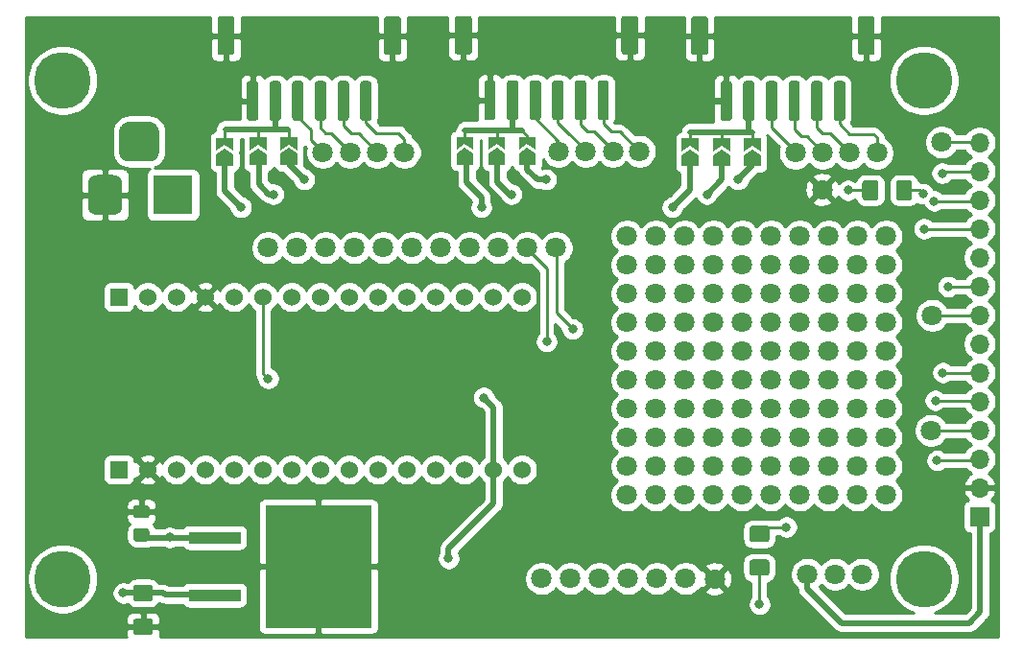
<source format=gbr>
G04 #@! TF.GenerationSoftware,KiCad,Pcbnew,5.1.5+dfsg1-2build2*
G04 #@! TF.CreationDate,2020-11-18T21:04:39-08:00*
G04 #@! TF.ProjectId,Tapper,54617070-6572-42e6-9b69-6361645f7063,rev?*
G04 #@! TF.SameCoordinates,Original*
G04 #@! TF.FileFunction,Copper,L2,Bot*
G04 #@! TF.FilePolarity,Positive*
%FSLAX46Y46*%
G04 Gerber Fmt 4.6, Leading zero omitted, Abs format (unit mm)*
G04 Created by KiCad (PCBNEW 5.1.5+dfsg1-2build2) date 2020-11-18 21:04:39*
%MOMM*%
%LPD*%
G04 APERTURE LIST*
%ADD10C,0.100000*%
%ADD11C,5.000000*%
%ADD12C,1.530000*%
%ADD13R,1.530000X1.530000*%
%ADD14C,1.800000*%
%ADD15O,1.700000X1.700000*%
%ADD16R,1.700000X1.700000*%
%ADD17R,9.400000X10.800000*%
%ADD18R,4.600000X1.100000*%
%ADD19R,3.500000X3.500000*%
%ADD20C,0.800000*%
%ADD21C,0.250000*%
%ADD22C,0.508000*%
%ADD23C,0.254000*%
G04 APERTURE END LIST*
G04 #@! TA.AperFunction,SMDPad,CuDef*
D10*
G36*
X211624504Y-89326204D02*
G01*
X211648773Y-89329804D01*
X211672571Y-89335765D01*
X211695671Y-89344030D01*
X211717849Y-89354520D01*
X211738893Y-89367133D01*
X211758598Y-89381747D01*
X211776777Y-89398223D01*
X211793253Y-89416402D01*
X211807867Y-89436107D01*
X211820480Y-89457151D01*
X211830970Y-89479329D01*
X211839235Y-89502429D01*
X211845196Y-89526227D01*
X211848796Y-89550496D01*
X211850000Y-89575000D01*
X211850000Y-90500000D01*
X211848796Y-90524504D01*
X211845196Y-90548773D01*
X211839235Y-90572571D01*
X211830970Y-90595671D01*
X211820480Y-90617849D01*
X211807867Y-90638893D01*
X211793253Y-90658598D01*
X211776777Y-90676777D01*
X211758598Y-90693253D01*
X211738893Y-90707867D01*
X211717849Y-90720480D01*
X211695671Y-90730970D01*
X211672571Y-90739235D01*
X211648773Y-90745196D01*
X211624504Y-90748796D01*
X211600000Y-90750000D01*
X210350000Y-90750000D01*
X210325496Y-90748796D01*
X210301227Y-90745196D01*
X210277429Y-90739235D01*
X210254329Y-90730970D01*
X210232151Y-90720480D01*
X210211107Y-90707867D01*
X210191402Y-90693253D01*
X210173223Y-90676777D01*
X210156747Y-90658598D01*
X210142133Y-90638893D01*
X210129520Y-90617849D01*
X210119030Y-90595671D01*
X210110765Y-90572571D01*
X210104804Y-90548773D01*
X210101204Y-90524504D01*
X210100000Y-90500000D01*
X210100000Y-89575000D01*
X210101204Y-89550496D01*
X210104804Y-89526227D01*
X210110765Y-89502429D01*
X210119030Y-89479329D01*
X210129520Y-89457151D01*
X210142133Y-89436107D01*
X210156747Y-89416402D01*
X210173223Y-89398223D01*
X210191402Y-89381747D01*
X210211107Y-89367133D01*
X210232151Y-89354520D01*
X210254329Y-89344030D01*
X210277429Y-89335765D01*
X210301227Y-89329804D01*
X210325496Y-89326204D01*
X210350000Y-89325000D01*
X211600000Y-89325000D01*
X211624504Y-89326204D01*
G37*
G04 #@! TD.AperFunction*
G04 #@! TA.AperFunction,SMDPad,CuDef*
G36*
X211624504Y-92301204D02*
G01*
X211648773Y-92304804D01*
X211672571Y-92310765D01*
X211695671Y-92319030D01*
X211717849Y-92329520D01*
X211738893Y-92342133D01*
X211758598Y-92356747D01*
X211776777Y-92373223D01*
X211793253Y-92391402D01*
X211807867Y-92411107D01*
X211820480Y-92432151D01*
X211830970Y-92454329D01*
X211839235Y-92477429D01*
X211845196Y-92501227D01*
X211848796Y-92525496D01*
X211850000Y-92550000D01*
X211850000Y-93475000D01*
X211848796Y-93499504D01*
X211845196Y-93523773D01*
X211839235Y-93547571D01*
X211830970Y-93570671D01*
X211820480Y-93592849D01*
X211807867Y-93613893D01*
X211793253Y-93633598D01*
X211776777Y-93651777D01*
X211758598Y-93668253D01*
X211738893Y-93682867D01*
X211717849Y-93695480D01*
X211695671Y-93705970D01*
X211672571Y-93714235D01*
X211648773Y-93720196D01*
X211624504Y-93723796D01*
X211600000Y-93725000D01*
X210350000Y-93725000D01*
X210325496Y-93723796D01*
X210301227Y-93720196D01*
X210277429Y-93714235D01*
X210254329Y-93705970D01*
X210232151Y-93695480D01*
X210211107Y-93682867D01*
X210191402Y-93668253D01*
X210173223Y-93651777D01*
X210156747Y-93633598D01*
X210142133Y-93613893D01*
X210129520Y-93592849D01*
X210119030Y-93570671D01*
X210110765Y-93547571D01*
X210104804Y-93523773D01*
X210101204Y-93499504D01*
X210100000Y-93475000D01*
X210100000Y-92550000D01*
X210101204Y-92525496D01*
X210104804Y-92501227D01*
X210110765Y-92477429D01*
X210119030Y-92454329D01*
X210129520Y-92432151D01*
X210142133Y-92411107D01*
X210156747Y-92391402D01*
X210173223Y-92373223D01*
X210191402Y-92356747D01*
X210211107Y-92342133D01*
X210232151Y-92329520D01*
X210254329Y-92319030D01*
X210277429Y-92310765D01*
X210301227Y-92304804D01*
X210325496Y-92301204D01*
X210350000Y-92300000D01*
X211600000Y-92300000D01*
X211624504Y-92301204D01*
G37*
G04 #@! TD.AperFunction*
D11*
X225500000Y-94000000D03*
X149500000Y-94000000D03*
X225500000Y-50000000D03*
X149500000Y-50000000D03*
D12*
X190030000Y-84370000D03*
X190030000Y-69130000D03*
X187490000Y-84370000D03*
X187490000Y-69130000D03*
X184950000Y-84370000D03*
X184950000Y-69130000D03*
X182410000Y-84370000D03*
X182410000Y-69130000D03*
X179870000Y-84370000D03*
X179870000Y-69130000D03*
X177330000Y-84370000D03*
X177330000Y-69130000D03*
X174790000Y-84370000D03*
X174790000Y-69130000D03*
X172250000Y-84370000D03*
X172250000Y-69130000D03*
X169710000Y-84370000D03*
X169710000Y-69130000D03*
X167170000Y-84370000D03*
X167170000Y-69130000D03*
X164630000Y-84370000D03*
X164630000Y-69130000D03*
X162090000Y-84370000D03*
X162090000Y-69130000D03*
X159550000Y-84370000D03*
X159550000Y-69130000D03*
X157010000Y-84370000D03*
X157010000Y-69130000D03*
D13*
X154470000Y-84370000D03*
X154470000Y-69130000D03*
D14*
X222160000Y-86610000D03*
X219620000Y-86610000D03*
X217080000Y-86610000D03*
X214540000Y-86610000D03*
X212000000Y-86610000D03*
X209460000Y-86610000D03*
X206920000Y-86610000D03*
X204380000Y-86610000D03*
X201840000Y-86610000D03*
X199300000Y-86610000D03*
X222160000Y-84070000D03*
X219620000Y-84070000D03*
X217080000Y-84070000D03*
X214540000Y-84070000D03*
X212000000Y-84070000D03*
X209460000Y-84070000D03*
X206920000Y-84070000D03*
X204380000Y-84070000D03*
X201840000Y-84070000D03*
X199300000Y-84070000D03*
X222160000Y-81530000D03*
X219620000Y-81530000D03*
X217080000Y-81530000D03*
X214540000Y-81530000D03*
X212000000Y-81530000D03*
X209460000Y-81530000D03*
X206920000Y-81530000D03*
X204380000Y-81530000D03*
X201840000Y-81530000D03*
X199300000Y-81530000D03*
X222160000Y-78990000D03*
X219620000Y-78990000D03*
X217080000Y-78990000D03*
X214540000Y-78990000D03*
X212000000Y-78990000D03*
X209460000Y-78990000D03*
X206920000Y-78990000D03*
X204380000Y-78990000D03*
X201840000Y-78990000D03*
X199300000Y-78990000D03*
X222160000Y-76450000D03*
X219620000Y-76450000D03*
X217080000Y-76450000D03*
X214540000Y-76450000D03*
X212000000Y-76450000D03*
X209460000Y-76450000D03*
X206920000Y-76450000D03*
X204380000Y-76450000D03*
X201840000Y-76450000D03*
X199300000Y-76450000D03*
X222160000Y-73910000D03*
X219620000Y-73910000D03*
X217080000Y-73910000D03*
X214540000Y-73910000D03*
X212000000Y-73910000D03*
X209460000Y-73910000D03*
X206920000Y-73910000D03*
X204380000Y-73910000D03*
X201840000Y-73910000D03*
X199300000Y-73910000D03*
X222160000Y-71370000D03*
X219620000Y-71370000D03*
X217080000Y-71370000D03*
X214540000Y-71370000D03*
X212000000Y-71370000D03*
X209460000Y-71370000D03*
X206920000Y-71370000D03*
X204380000Y-71370000D03*
X201840000Y-71370000D03*
X199300000Y-71370000D03*
X222160000Y-68830000D03*
X219620000Y-68830000D03*
X217080000Y-68830000D03*
X214540000Y-68830000D03*
X212000000Y-68830000D03*
X209460000Y-68830000D03*
X206920000Y-68830000D03*
X204380000Y-68830000D03*
X201840000Y-68830000D03*
X199300000Y-68830000D03*
X222160000Y-66290000D03*
X219620000Y-66290000D03*
X217080000Y-66290000D03*
X214540000Y-66290000D03*
X212000000Y-66290000D03*
X209460000Y-66290000D03*
X206920000Y-66290000D03*
X204380000Y-66290000D03*
X201840000Y-66290000D03*
X199300000Y-66290000D03*
X222160000Y-63750000D03*
X219620000Y-63750000D03*
X217080000Y-63750000D03*
X214540000Y-63750000D03*
X212000000Y-63750000D03*
X209460000Y-63750000D03*
X206920000Y-63750000D03*
X204380000Y-63750000D03*
X201840000Y-63750000D03*
X199300000Y-63750000D03*
X227050000Y-55450000D03*
X226125000Y-80900000D03*
X226225000Y-70750000D03*
G04 #@! TA.AperFunction,SMDPad,CuDef*
D10*
G36*
X224224504Y-58826204D02*
G01*
X224248773Y-58829804D01*
X224272571Y-58835765D01*
X224295671Y-58844030D01*
X224317849Y-58854520D01*
X224338893Y-58867133D01*
X224358598Y-58881747D01*
X224376777Y-58898223D01*
X224393253Y-58916402D01*
X224407867Y-58936107D01*
X224420480Y-58957151D01*
X224430970Y-58979329D01*
X224439235Y-59002429D01*
X224445196Y-59026227D01*
X224448796Y-59050496D01*
X224450000Y-59075000D01*
X224450000Y-60325000D01*
X224448796Y-60349504D01*
X224445196Y-60373773D01*
X224439235Y-60397571D01*
X224430970Y-60420671D01*
X224420480Y-60442849D01*
X224407867Y-60463893D01*
X224393253Y-60483598D01*
X224376777Y-60501777D01*
X224358598Y-60518253D01*
X224338893Y-60532867D01*
X224317849Y-60545480D01*
X224295671Y-60555970D01*
X224272571Y-60564235D01*
X224248773Y-60570196D01*
X224224504Y-60573796D01*
X224200000Y-60575000D01*
X223275000Y-60575000D01*
X223250496Y-60573796D01*
X223226227Y-60570196D01*
X223202429Y-60564235D01*
X223179329Y-60555970D01*
X223157151Y-60545480D01*
X223136107Y-60532867D01*
X223116402Y-60518253D01*
X223098223Y-60501777D01*
X223081747Y-60483598D01*
X223067133Y-60463893D01*
X223054520Y-60442849D01*
X223044030Y-60420671D01*
X223035765Y-60397571D01*
X223029804Y-60373773D01*
X223026204Y-60349504D01*
X223025000Y-60325000D01*
X223025000Y-59075000D01*
X223026204Y-59050496D01*
X223029804Y-59026227D01*
X223035765Y-59002429D01*
X223044030Y-58979329D01*
X223054520Y-58957151D01*
X223067133Y-58936107D01*
X223081747Y-58916402D01*
X223098223Y-58898223D01*
X223116402Y-58881747D01*
X223136107Y-58867133D01*
X223157151Y-58854520D01*
X223179329Y-58844030D01*
X223202429Y-58835765D01*
X223226227Y-58829804D01*
X223250496Y-58826204D01*
X223275000Y-58825000D01*
X224200000Y-58825000D01*
X224224504Y-58826204D01*
G37*
G04 #@! TD.AperFunction*
G04 #@! TA.AperFunction,SMDPad,CuDef*
G36*
X221249504Y-58826204D02*
G01*
X221273773Y-58829804D01*
X221297571Y-58835765D01*
X221320671Y-58844030D01*
X221342849Y-58854520D01*
X221363893Y-58867133D01*
X221383598Y-58881747D01*
X221401777Y-58898223D01*
X221418253Y-58916402D01*
X221432867Y-58936107D01*
X221445480Y-58957151D01*
X221455970Y-58979329D01*
X221464235Y-59002429D01*
X221470196Y-59026227D01*
X221473796Y-59050496D01*
X221475000Y-59075000D01*
X221475000Y-60325000D01*
X221473796Y-60349504D01*
X221470196Y-60373773D01*
X221464235Y-60397571D01*
X221455970Y-60420671D01*
X221445480Y-60442849D01*
X221432867Y-60463893D01*
X221418253Y-60483598D01*
X221401777Y-60501777D01*
X221383598Y-60518253D01*
X221363893Y-60532867D01*
X221342849Y-60545480D01*
X221320671Y-60555970D01*
X221297571Y-60564235D01*
X221273773Y-60570196D01*
X221249504Y-60573796D01*
X221225000Y-60575000D01*
X220300000Y-60575000D01*
X220275496Y-60573796D01*
X220251227Y-60570196D01*
X220227429Y-60564235D01*
X220204329Y-60555970D01*
X220182151Y-60545480D01*
X220161107Y-60532867D01*
X220141402Y-60518253D01*
X220123223Y-60501777D01*
X220106747Y-60483598D01*
X220092133Y-60463893D01*
X220079520Y-60442849D01*
X220069030Y-60420671D01*
X220060765Y-60397571D01*
X220054804Y-60373773D01*
X220051204Y-60349504D01*
X220050000Y-60325000D01*
X220050000Y-59075000D01*
X220051204Y-59050496D01*
X220054804Y-59026227D01*
X220060765Y-59002429D01*
X220069030Y-58979329D01*
X220079520Y-58957151D01*
X220092133Y-58936107D01*
X220106747Y-58916402D01*
X220123223Y-58898223D01*
X220141402Y-58881747D01*
X220161107Y-58867133D01*
X220182151Y-58854520D01*
X220204329Y-58844030D01*
X220227429Y-58835765D01*
X220251227Y-58829804D01*
X220275496Y-58826204D01*
X220300000Y-58825000D01*
X221225000Y-58825000D01*
X221249504Y-58826204D01*
G37*
G04 #@! TD.AperFunction*
D15*
X230400000Y-55480000D03*
X230400000Y-58020000D03*
X230400000Y-60560000D03*
X230400000Y-63100000D03*
X230400000Y-65640000D03*
X230400000Y-68180000D03*
X230400000Y-70720000D03*
X230400000Y-73260000D03*
X230400000Y-75800000D03*
X230400000Y-78340000D03*
X230400000Y-80880000D03*
X230400000Y-83420000D03*
X230400000Y-85960000D03*
D16*
X230400000Y-88500000D03*
G04 #@! TA.AperFunction,SMDPad,CuDef*
D10*
G36*
X204850000Y-56075000D02*
G01*
X205600000Y-56575000D01*
X205600000Y-57575000D01*
X204100000Y-57575000D01*
X204100000Y-56575000D01*
X204850000Y-56075000D01*
G37*
G04 #@! TD.AperFunction*
G04 #@! TA.AperFunction,SMDPad,CuDef*
G36*
X205600000Y-55125000D02*
G01*
X205600000Y-56275000D01*
X204850000Y-55775000D01*
X204100000Y-56275000D01*
X204100000Y-55125000D01*
X205600000Y-55125000D01*
G37*
G04 #@! TD.AperFunction*
G04 #@! TA.AperFunction,SMDPad,CuDef*
G36*
X207650000Y-56075000D02*
G01*
X208400000Y-56575000D01*
X208400000Y-57575000D01*
X206900000Y-57575000D01*
X206900000Y-56575000D01*
X207650000Y-56075000D01*
G37*
G04 #@! TD.AperFunction*
G04 #@! TA.AperFunction,SMDPad,CuDef*
G36*
X208400000Y-55125000D02*
G01*
X208400000Y-56275000D01*
X207650000Y-55775000D01*
X206900000Y-56275000D01*
X206900000Y-55125000D01*
X208400000Y-55125000D01*
G37*
G04 #@! TD.AperFunction*
G04 #@! TA.AperFunction,SMDPad,CuDef*
G36*
X210350000Y-56075000D02*
G01*
X211100000Y-56575000D01*
X211100000Y-57575000D01*
X209600000Y-57575000D01*
X209600000Y-56575000D01*
X210350000Y-56075000D01*
G37*
G04 #@! TD.AperFunction*
G04 #@! TA.AperFunction,SMDPad,CuDef*
G36*
X211100000Y-55125000D02*
G01*
X211100000Y-56275000D01*
X210350000Y-55775000D01*
X209600000Y-56275000D01*
X209600000Y-55125000D01*
X211100000Y-55125000D01*
G37*
G04 #@! TD.AperFunction*
D14*
X220050000Y-93600000D03*
X217650000Y-93600000D03*
X215200000Y-93600000D03*
X207050000Y-94000000D03*
X216500000Y-59625000D03*
G04 #@! TA.AperFunction,SMDPad,CuDef*
D10*
G36*
X190500000Y-55925000D02*
G01*
X191250000Y-56425000D01*
X191250000Y-57425000D01*
X189750000Y-57425000D01*
X189750000Y-56425000D01*
X190500000Y-55925000D01*
G37*
G04 #@! TD.AperFunction*
G04 #@! TA.AperFunction,SMDPad,CuDef*
G36*
X191250000Y-54975000D02*
G01*
X191250000Y-56125000D01*
X190500000Y-55625000D01*
X189750000Y-56125000D01*
X189750000Y-54975000D01*
X191250000Y-54975000D01*
G37*
G04 #@! TD.AperFunction*
G04 #@! TA.AperFunction,SMDPad,CuDef*
G36*
X169460000Y-55975000D02*
G01*
X170210000Y-56475000D01*
X170210000Y-57475000D01*
X168710000Y-57475000D01*
X168710000Y-56475000D01*
X169460000Y-55975000D01*
G37*
G04 #@! TD.AperFunction*
G04 #@! TA.AperFunction,SMDPad,CuDef*
G36*
X170210000Y-55025000D02*
G01*
X170210000Y-56175000D01*
X169460000Y-55675000D01*
X168710000Y-56175000D01*
X168710000Y-55025000D01*
X170210000Y-55025000D01*
G37*
G04 #@! TD.AperFunction*
G04 #@! TA.AperFunction,SMDPad,CuDef*
G36*
X187800000Y-55925000D02*
G01*
X188550000Y-56425000D01*
X188550000Y-57425000D01*
X187050000Y-57425000D01*
X187050000Y-56425000D01*
X187800000Y-55925000D01*
G37*
G04 #@! TD.AperFunction*
G04 #@! TA.AperFunction,SMDPad,CuDef*
G36*
X188550000Y-54975000D02*
G01*
X188550000Y-56125000D01*
X187800000Y-55625000D01*
X187050000Y-56125000D01*
X187050000Y-54975000D01*
X188550000Y-54975000D01*
G37*
G04 #@! TD.AperFunction*
G04 #@! TA.AperFunction,SMDPad,CuDef*
G36*
X166760000Y-56000000D02*
G01*
X167510000Y-56500000D01*
X167510000Y-57500000D01*
X166010000Y-57500000D01*
X166010000Y-56500000D01*
X166760000Y-56000000D01*
G37*
G04 #@! TD.AperFunction*
G04 #@! TA.AperFunction,SMDPad,CuDef*
G36*
X167510000Y-55050000D02*
G01*
X167510000Y-56200000D01*
X166760000Y-55700000D01*
X166010000Y-56200000D01*
X166010000Y-55050000D01*
X167510000Y-55050000D01*
G37*
G04 #@! TD.AperFunction*
G04 #@! TA.AperFunction,SMDPad,CuDef*
G36*
X185000000Y-55925000D02*
G01*
X185750000Y-56425000D01*
X185750000Y-57425000D01*
X184250000Y-57425000D01*
X184250000Y-56425000D01*
X185000000Y-55925000D01*
G37*
G04 #@! TD.AperFunction*
G04 #@! TA.AperFunction,SMDPad,CuDef*
G36*
X185750000Y-54975000D02*
G01*
X185750000Y-56125000D01*
X185000000Y-55625000D01*
X184250000Y-56125000D01*
X184250000Y-54975000D01*
X185750000Y-54975000D01*
G37*
G04 #@! TD.AperFunction*
G04 #@! TA.AperFunction,SMDPad,CuDef*
G36*
X163810000Y-56025000D02*
G01*
X164560000Y-56525000D01*
X164560000Y-57525000D01*
X163060000Y-57525000D01*
X163060000Y-56525000D01*
X163810000Y-56025000D01*
G37*
G04 #@! TD.AperFunction*
G04 #@! TA.AperFunction,SMDPad,CuDef*
G36*
X164560000Y-55075000D02*
G01*
X164560000Y-56225000D01*
X163810000Y-55725000D01*
X163060000Y-56225000D01*
X163060000Y-55075000D01*
X164560000Y-55075000D01*
G37*
G04 #@! TD.AperFunction*
D14*
X221350000Y-56400000D03*
X218950000Y-56400000D03*
X216550000Y-56400000D03*
X214150000Y-56400000D03*
X200400000Y-56250000D03*
X198050000Y-56250000D03*
X195650000Y-56250000D03*
X193250000Y-56250000D03*
X179660000Y-56350000D03*
X177260000Y-56350000D03*
X174860000Y-56350000D03*
X172460000Y-56350000D03*
X199390000Y-93980000D03*
X196850000Y-93980000D03*
X194310000Y-93980000D03*
X191770000Y-93980000D03*
X201930000Y-93980000D03*
X204470000Y-93980000D03*
X187960000Y-64770000D03*
X185420000Y-64770000D03*
X182880000Y-64770000D03*
X180340000Y-64770000D03*
X177800000Y-64770000D03*
X175260000Y-64770000D03*
X172720000Y-64770000D03*
X170180000Y-64770000D03*
X167640000Y-64770000D03*
X193040000Y-64770000D03*
X190500000Y-64770000D03*
G04 #@! TA.AperFunction,SMDPad,CuDef*
D10*
G36*
X220924504Y-44351204D02*
G01*
X220948773Y-44354804D01*
X220972571Y-44360765D01*
X220995671Y-44369030D01*
X221017849Y-44379520D01*
X221038893Y-44392133D01*
X221058598Y-44406747D01*
X221076777Y-44423223D01*
X221093253Y-44441402D01*
X221107867Y-44461107D01*
X221120480Y-44482151D01*
X221130970Y-44504329D01*
X221139235Y-44527429D01*
X221145196Y-44551227D01*
X221148796Y-44575496D01*
X221150000Y-44600000D01*
X221150000Y-47500000D01*
X221148796Y-47524504D01*
X221145196Y-47548773D01*
X221139235Y-47572571D01*
X221130970Y-47595671D01*
X221120480Y-47617849D01*
X221107867Y-47638893D01*
X221093253Y-47658598D01*
X221076777Y-47676777D01*
X221058598Y-47693253D01*
X221038893Y-47707867D01*
X221017849Y-47720480D01*
X220995671Y-47730970D01*
X220972571Y-47739235D01*
X220948773Y-47745196D01*
X220924504Y-47748796D01*
X220900000Y-47750000D01*
X219900000Y-47750000D01*
X219875496Y-47748796D01*
X219851227Y-47745196D01*
X219827429Y-47739235D01*
X219804329Y-47730970D01*
X219782151Y-47720480D01*
X219761107Y-47707867D01*
X219741402Y-47693253D01*
X219723223Y-47676777D01*
X219706747Y-47658598D01*
X219692133Y-47638893D01*
X219679520Y-47617849D01*
X219669030Y-47595671D01*
X219660765Y-47572571D01*
X219654804Y-47548773D01*
X219651204Y-47524504D01*
X219650000Y-47500000D01*
X219650000Y-44600000D01*
X219651204Y-44575496D01*
X219654804Y-44551227D01*
X219660765Y-44527429D01*
X219669030Y-44504329D01*
X219679520Y-44482151D01*
X219692133Y-44461107D01*
X219706747Y-44441402D01*
X219723223Y-44423223D01*
X219741402Y-44406747D01*
X219761107Y-44392133D01*
X219782151Y-44379520D01*
X219804329Y-44369030D01*
X219827429Y-44360765D01*
X219851227Y-44354804D01*
X219875496Y-44351204D01*
X219900000Y-44350000D01*
X220900000Y-44350000D01*
X220924504Y-44351204D01*
G37*
G04 #@! TD.AperFunction*
G04 #@! TA.AperFunction,SMDPad,CuDef*
G36*
X206224504Y-44351204D02*
G01*
X206248773Y-44354804D01*
X206272571Y-44360765D01*
X206295671Y-44369030D01*
X206317849Y-44379520D01*
X206338893Y-44392133D01*
X206358598Y-44406747D01*
X206376777Y-44423223D01*
X206393253Y-44441402D01*
X206407867Y-44461107D01*
X206420480Y-44482151D01*
X206430970Y-44504329D01*
X206439235Y-44527429D01*
X206445196Y-44551227D01*
X206448796Y-44575496D01*
X206450000Y-44600000D01*
X206450000Y-47500000D01*
X206448796Y-47524504D01*
X206445196Y-47548773D01*
X206439235Y-47572571D01*
X206430970Y-47595671D01*
X206420480Y-47617849D01*
X206407867Y-47638893D01*
X206393253Y-47658598D01*
X206376777Y-47676777D01*
X206358598Y-47693253D01*
X206338893Y-47707867D01*
X206317849Y-47720480D01*
X206295671Y-47730970D01*
X206272571Y-47739235D01*
X206248773Y-47745196D01*
X206224504Y-47748796D01*
X206200000Y-47750000D01*
X205200000Y-47750000D01*
X205175496Y-47748796D01*
X205151227Y-47745196D01*
X205127429Y-47739235D01*
X205104329Y-47730970D01*
X205082151Y-47720480D01*
X205061107Y-47707867D01*
X205041402Y-47693253D01*
X205023223Y-47676777D01*
X205006747Y-47658598D01*
X204992133Y-47638893D01*
X204979520Y-47617849D01*
X204969030Y-47595671D01*
X204960765Y-47572571D01*
X204954804Y-47548773D01*
X204951204Y-47524504D01*
X204950000Y-47500000D01*
X204950000Y-44600000D01*
X204951204Y-44575496D01*
X204954804Y-44551227D01*
X204960765Y-44527429D01*
X204969030Y-44504329D01*
X204979520Y-44482151D01*
X204992133Y-44461107D01*
X205006747Y-44441402D01*
X205023223Y-44423223D01*
X205041402Y-44406747D01*
X205061107Y-44392133D01*
X205082151Y-44379520D01*
X205104329Y-44369030D01*
X205127429Y-44360765D01*
X205151227Y-44354804D01*
X205175496Y-44351204D01*
X205200000Y-44350000D01*
X206200000Y-44350000D01*
X206224504Y-44351204D01*
G37*
G04 #@! TD.AperFunction*
G04 #@! TA.AperFunction,SMDPad,CuDef*
G36*
X218324504Y-50051204D02*
G01*
X218348773Y-50054804D01*
X218372571Y-50060765D01*
X218395671Y-50069030D01*
X218417849Y-50079520D01*
X218438893Y-50092133D01*
X218458598Y-50106747D01*
X218476777Y-50123223D01*
X218493253Y-50141402D01*
X218507867Y-50161107D01*
X218520480Y-50182151D01*
X218530970Y-50204329D01*
X218539235Y-50227429D01*
X218545196Y-50251227D01*
X218548796Y-50275496D01*
X218550000Y-50300000D01*
X218550000Y-53300000D01*
X218548796Y-53324504D01*
X218545196Y-53348773D01*
X218539235Y-53372571D01*
X218530970Y-53395671D01*
X218520480Y-53417849D01*
X218507867Y-53438893D01*
X218493253Y-53458598D01*
X218476777Y-53476777D01*
X218458598Y-53493253D01*
X218438893Y-53507867D01*
X218417849Y-53520480D01*
X218395671Y-53530970D01*
X218372571Y-53539235D01*
X218348773Y-53545196D01*
X218324504Y-53548796D01*
X218300000Y-53550000D01*
X217800000Y-53550000D01*
X217775496Y-53548796D01*
X217751227Y-53545196D01*
X217727429Y-53539235D01*
X217704329Y-53530970D01*
X217682151Y-53520480D01*
X217661107Y-53507867D01*
X217641402Y-53493253D01*
X217623223Y-53476777D01*
X217606747Y-53458598D01*
X217592133Y-53438893D01*
X217579520Y-53417849D01*
X217569030Y-53395671D01*
X217560765Y-53372571D01*
X217554804Y-53348773D01*
X217551204Y-53324504D01*
X217550000Y-53300000D01*
X217550000Y-50300000D01*
X217551204Y-50275496D01*
X217554804Y-50251227D01*
X217560765Y-50227429D01*
X217569030Y-50204329D01*
X217579520Y-50182151D01*
X217592133Y-50161107D01*
X217606747Y-50141402D01*
X217623223Y-50123223D01*
X217641402Y-50106747D01*
X217661107Y-50092133D01*
X217682151Y-50079520D01*
X217704329Y-50069030D01*
X217727429Y-50060765D01*
X217751227Y-50054804D01*
X217775496Y-50051204D01*
X217800000Y-50050000D01*
X218300000Y-50050000D01*
X218324504Y-50051204D01*
G37*
G04 #@! TD.AperFunction*
G04 #@! TA.AperFunction,SMDPad,CuDef*
G36*
X216324504Y-50051204D02*
G01*
X216348773Y-50054804D01*
X216372571Y-50060765D01*
X216395671Y-50069030D01*
X216417849Y-50079520D01*
X216438893Y-50092133D01*
X216458598Y-50106747D01*
X216476777Y-50123223D01*
X216493253Y-50141402D01*
X216507867Y-50161107D01*
X216520480Y-50182151D01*
X216530970Y-50204329D01*
X216539235Y-50227429D01*
X216545196Y-50251227D01*
X216548796Y-50275496D01*
X216550000Y-50300000D01*
X216550000Y-53300000D01*
X216548796Y-53324504D01*
X216545196Y-53348773D01*
X216539235Y-53372571D01*
X216530970Y-53395671D01*
X216520480Y-53417849D01*
X216507867Y-53438893D01*
X216493253Y-53458598D01*
X216476777Y-53476777D01*
X216458598Y-53493253D01*
X216438893Y-53507867D01*
X216417849Y-53520480D01*
X216395671Y-53530970D01*
X216372571Y-53539235D01*
X216348773Y-53545196D01*
X216324504Y-53548796D01*
X216300000Y-53550000D01*
X215800000Y-53550000D01*
X215775496Y-53548796D01*
X215751227Y-53545196D01*
X215727429Y-53539235D01*
X215704329Y-53530970D01*
X215682151Y-53520480D01*
X215661107Y-53507867D01*
X215641402Y-53493253D01*
X215623223Y-53476777D01*
X215606747Y-53458598D01*
X215592133Y-53438893D01*
X215579520Y-53417849D01*
X215569030Y-53395671D01*
X215560765Y-53372571D01*
X215554804Y-53348773D01*
X215551204Y-53324504D01*
X215550000Y-53300000D01*
X215550000Y-50300000D01*
X215551204Y-50275496D01*
X215554804Y-50251227D01*
X215560765Y-50227429D01*
X215569030Y-50204329D01*
X215579520Y-50182151D01*
X215592133Y-50161107D01*
X215606747Y-50141402D01*
X215623223Y-50123223D01*
X215641402Y-50106747D01*
X215661107Y-50092133D01*
X215682151Y-50079520D01*
X215704329Y-50069030D01*
X215727429Y-50060765D01*
X215751227Y-50054804D01*
X215775496Y-50051204D01*
X215800000Y-50050000D01*
X216300000Y-50050000D01*
X216324504Y-50051204D01*
G37*
G04 #@! TD.AperFunction*
G04 #@! TA.AperFunction,SMDPad,CuDef*
G36*
X214324504Y-50051204D02*
G01*
X214348773Y-50054804D01*
X214372571Y-50060765D01*
X214395671Y-50069030D01*
X214417849Y-50079520D01*
X214438893Y-50092133D01*
X214458598Y-50106747D01*
X214476777Y-50123223D01*
X214493253Y-50141402D01*
X214507867Y-50161107D01*
X214520480Y-50182151D01*
X214530970Y-50204329D01*
X214539235Y-50227429D01*
X214545196Y-50251227D01*
X214548796Y-50275496D01*
X214550000Y-50300000D01*
X214550000Y-53300000D01*
X214548796Y-53324504D01*
X214545196Y-53348773D01*
X214539235Y-53372571D01*
X214530970Y-53395671D01*
X214520480Y-53417849D01*
X214507867Y-53438893D01*
X214493253Y-53458598D01*
X214476777Y-53476777D01*
X214458598Y-53493253D01*
X214438893Y-53507867D01*
X214417849Y-53520480D01*
X214395671Y-53530970D01*
X214372571Y-53539235D01*
X214348773Y-53545196D01*
X214324504Y-53548796D01*
X214300000Y-53550000D01*
X213800000Y-53550000D01*
X213775496Y-53548796D01*
X213751227Y-53545196D01*
X213727429Y-53539235D01*
X213704329Y-53530970D01*
X213682151Y-53520480D01*
X213661107Y-53507867D01*
X213641402Y-53493253D01*
X213623223Y-53476777D01*
X213606747Y-53458598D01*
X213592133Y-53438893D01*
X213579520Y-53417849D01*
X213569030Y-53395671D01*
X213560765Y-53372571D01*
X213554804Y-53348773D01*
X213551204Y-53324504D01*
X213550000Y-53300000D01*
X213550000Y-50300000D01*
X213551204Y-50275496D01*
X213554804Y-50251227D01*
X213560765Y-50227429D01*
X213569030Y-50204329D01*
X213579520Y-50182151D01*
X213592133Y-50161107D01*
X213606747Y-50141402D01*
X213623223Y-50123223D01*
X213641402Y-50106747D01*
X213661107Y-50092133D01*
X213682151Y-50079520D01*
X213704329Y-50069030D01*
X213727429Y-50060765D01*
X213751227Y-50054804D01*
X213775496Y-50051204D01*
X213800000Y-50050000D01*
X214300000Y-50050000D01*
X214324504Y-50051204D01*
G37*
G04 #@! TD.AperFunction*
G04 #@! TA.AperFunction,SMDPad,CuDef*
G36*
X212324504Y-50051204D02*
G01*
X212348773Y-50054804D01*
X212372571Y-50060765D01*
X212395671Y-50069030D01*
X212417849Y-50079520D01*
X212438893Y-50092133D01*
X212458598Y-50106747D01*
X212476777Y-50123223D01*
X212493253Y-50141402D01*
X212507867Y-50161107D01*
X212520480Y-50182151D01*
X212530970Y-50204329D01*
X212539235Y-50227429D01*
X212545196Y-50251227D01*
X212548796Y-50275496D01*
X212550000Y-50300000D01*
X212550000Y-53300000D01*
X212548796Y-53324504D01*
X212545196Y-53348773D01*
X212539235Y-53372571D01*
X212530970Y-53395671D01*
X212520480Y-53417849D01*
X212507867Y-53438893D01*
X212493253Y-53458598D01*
X212476777Y-53476777D01*
X212458598Y-53493253D01*
X212438893Y-53507867D01*
X212417849Y-53520480D01*
X212395671Y-53530970D01*
X212372571Y-53539235D01*
X212348773Y-53545196D01*
X212324504Y-53548796D01*
X212300000Y-53550000D01*
X211800000Y-53550000D01*
X211775496Y-53548796D01*
X211751227Y-53545196D01*
X211727429Y-53539235D01*
X211704329Y-53530970D01*
X211682151Y-53520480D01*
X211661107Y-53507867D01*
X211641402Y-53493253D01*
X211623223Y-53476777D01*
X211606747Y-53458598D01*
X211592133Y-53438893D01*
X211579520Y-53417849D01*
X211569030Y-53395671D01*
X211560765Y-53372571D01*
X211554804Y-53348773D01*
X211551204Y-53324504D01*
X211550000Y-53300000D01*
X211550000Y-50300000D01*
X211551204Y-50275496D01*
X211554804Y-50251227D01*
X211560765Y-50227429D01*
X211569030Y-50204329D01*
X211579520Y-50182151D01*
X211592133Y-50161107D01*
X211606747Y-50141402D01*
X211623223Y-50123223D01*
X211641402Y-50106747D01*
X211661107Y-50092133D01*
X211682151Y-50079520D01*
X211704329Y-50069030D01*
X211727429Y-50060765D01*
X211751227Y-50054804D01*
X211775496Y-50051204D01*
X211800000Y-50050000D01*
X212300000Y-50050000D01*
X212324504Y-50051204D01*
G37*
G04 #@! TD.AperFunction*
G04 #@! TA.AperFunction,SMDPad,CuDef*
G36*
X210324504Y-50051204D02*
G01*
X210348773Y-50054804D01*
X210372571Y-50060765D01*
X210395671Y-50069030D01*
X210417849Y-50079520D01*
X210438893Y-50092133D01*
X210458598Y-50106747D01*
X210476777Y-50123223D01*
X210493253Y-50141402D01*
X210507867Y-50161107D01*
X210520480Y-50182151D01*
X210530970Y-50204329D01*
X210539235Y-50227429D01*
X210545196Y-50251227D01*
X210548796Y-50275496D01*
X210550000Y-50300000D01*
X210550000Y-53300000D01*
X210548796Y-53324504D01*
X210545196Y-53348773D01*
X210539235Y-53372571D01*
X210530970Y-53395671D01*
X210520480Y-53417849D01*
X210507867Y-53438893D01*
X210493253Y-53458598D01*
X210476777Y-53476777D01*
X210458598Y-53493253D01*
X210438893Y-53507867D01*
X210417849Y-53520480D01*
X210395671Y-53530970D01*
X210372571Y-53539235D01*
X210348773Y-53545196D01*
X210324504Y-53548796D01*
X210300000Y-53550000D01*
X209800000Y-53550000D01*
X209775496Y-53548796D01*
X209751227Y-53545196D01*
X209727429Y-53539235D01*
X209704329Y-53530970D01*
X209682151Y-53520480D01*
X209661107Y-53507867D01*
X209641402Y-53493253D01*
X209623223Y-53476777D01*
X209606747Y-53458598D01*
X209592133Y-53438893D01*
X209579520Y-53417849D01*
X209569030Y-53395671D01*
X209560765Y-53372571D01*
X209554804Y-53348773D01*
X209551204Y-53324504D01*
X209550000Y-53300000D01*
X209550000Y-50300000D01*
X209551204Y-50275496D01*
X209554804Y-50251227D01*
X209560765Y-50227429D01*
X209569030Y-50204329D01*
X209579520Y-50182151D01*
X209592133Y-50161107D01*
X209606747Y-50141402D01*
X209623223Y-50123223D01*
X209641402Y-50106747D01*
X209661107Y-50092133D01*
X209682151Y-50079520D01*
X209704329Y-50069030D01*
X209727429Y-50060765D01*
X209751227Y-50054804D01*
X209775496Y-50051204D01*
X209800000Y-50050000D01*
X210300000Y-50050000D01*
X210324504Y-50051204D01*
G37*
G04 #@! TD.AperFunction*
G04 #@! TA.AperFunction,SMDPad,CuDef*
G36*
X208324504Y-50051204D02*
G01*
X208348773Y-50054804D01*
X208372571Y-50060765D01*
X208395671Y-50069030D01*
X208417849Y-50079520D01*
X208438893Y-50092133D01*
X208458598Y-50106747D01*
X208476777Y-50123223D01*
X208493253Y-50141402D01*
X208507867Y-50161107D01*
X208520480Y-50182151D01*
X208530970Y-50204329D01*
X208539235Y-50227429D01*
X208545196Y-50251227D01*
X208548796Y-50275496D01*
X208550000Y-50300000D01*
X208550000Y-53300000D01*
X208548796Y-53324504D01*
X208545196Y-53348773D01*
X208539235Y-53372571D01*
X208530970Y-53395671D01*
X208520480Y-53417849D01*
X208507867Y-53438893D01*
X208493253Y-53458598D01*
X208476777Y-53476777D01*
X208458598Y-53493253D01*
X208438893Y-53507867D01*
X208417849Y-53520480D01*
X208395671Y-53530970D01*
X208372571Y-53539235D01*
X208348773Y-53545196D01*
X208324504Y-53548796D01*
X208300000Y-53550000D01*
X207800000Y-53550000D01*
X207775496Y-53548796D01*
X207751227Y-53545196D01*
X207727429Y-53539235D01*
X207704329Y-53530970D01*
X207682151Y-53520480D01*
X207661107Y-53507867D01*
X207641402Y-53493253D01*
X207623223Y-53476777D01*
X207606747Y-53458598D01*
X207592133Y-53438893D01*
X207579520Y-53417849D01*
X207569030Y-53395671D01*
X207560765Y-53372571D01*
X207554804Y-53348773D01*
X207551204Y-53324504D01*
X207550000Y-53300000D01*
X207550000Y-50300000D01*
X207551204Y-50275496D01*
X207554804Y-50251227D01*
X207560765Y-50227429D01*
X207569030Y-50204329D01*
X207579520Y-50182151D01*
X207592133Y-50161107D01*
X207606747Y-50141402D01*
X207623223Y-50123223D01*
X207641402Y-50106747D01*
X207661107Y-50092133D01*
X207682151Y-50079520D01*
X207704329Y-50069030D01*
X207727429Y-50060765D01*
X207751227Y-50054804D01*
X207775496Y-50051204D01*
X207800000Y-50050000D01*
X208300000Y-50050000D01*
X208324504Y-50051204D01*
G37*
G04 #@! TD.AperFunction*
G04 #@! TA.AperFunction,SMDPad,CuDef*
G36*
X200074504Y-44301204D02*
G01*
X200098773Y-44304804D01*
X200122571Y-44310765D01*
X200145671Y-44319030D01*
X200167849Y-44329520D01*
X200188893Y-44342133D01*
X200208598Y-44356747D01*
X200226777Y-44373223D01*
X200243253Y-44391402D01*
X200257867Y-44411107D01*
X200270480Y-44432151D01*
X200280970Y-44454329D01*
X200289235Y-44477429D01*
X200295196Y-44501227D01*
X200298796Y-44525496D01*
X200300000Y-44550000D01*
X200300000Y-47450000D01*
X200298796Y-47474504D01*
X200295196Y-47498773D01*
X200289235Y-47522571D01*
X200280970Y-47545671D01*
X200270480Y-47567849D01*
X200257867Y-47588893D01*
X200243253Y-47608598D01*
X200226777Y-47626777D01*
X200208598Y-47643253D01*
X200188893Y-47657867D01*
X200167849Y-47670480D01*
X200145671Y-47680970D01*
X200122571Y-47689235D01*
X200098773Y-47695196D01*
X200074504Y-47698796D01*
X200050000Y-47700000D01*
X199050000Y-47700000D01*
X199025496Y-47698796D01*
X199001227Y-47695196D01*
X198977429Y-47689235D01*
X198954329Y-47680970D01*
X198932151Y-47670480D01*
X198911107Y-47657867D01*
X198891402Y-47643253D01*
X198873223Y-47626777D01*
X198856747Y-47608598D01*
X198842133Y-47588893D01*
X198829520Y-47567849D01*
X198819030Y-47545671D01*
X198810765Y-47522571D01*
X198804804Y-47498773D01*
X198801204Y-47474504D01*
X198800000Y-47450000D01*
X198800000Y-44550000D01*
X198801204Y-44525496D01*
X198804804Y-44501227D01*
X198810765Y-44477429D01*
X198819030Y-44454329D01*
X198829520Y-44432151D01*
X198842133Y-44411107D01*
X198856747Y-44391402D01*
X198873223Y-44373223D01*
X198891402Y-44356747D01*
X198911107Y-44342133D01*
X198932151Y-44329520D01*
X198954329Y-44319030D01*
X198977429Y-44310765D01*
X199001227Y-44304804D01*
X199025496Y-44301204D01*
X199050000Y-44300000D01*
X200050000Y-44300000D01*
X200074504Y-44301204D01*
G37*
G04 #@! TD.AperFunction*
G04 #@! TA.AperFunction,SMDPad,CuDef*
G36*
X185374504Y-44301204D02*
G01*
X185398773Y-44304804D01*
X185422571Y-44310765D01*
X185445671Y-44319030D01*
X185467849Y-44329520D01*
X185488893Y-44342133D01*
X185508598Y-44356747D01*
X185526777Y-44373223D01*
X185543253Y-44391402D01*
X185557867Y-44411107D01*
X185570480Y-44432151D01*
X185580970Y-44454329D01*
X185589235Y-44477429D01*
X185595196Y-44501227D01*
X185598796Y-44525496D01*
X185600000Y-44550000D01*
X185600000Y-47450000D01*
X185598796Y-47474504D01*
X185595196Y-47498773D01*
X185589235Y-47522571D01*
X185580970Y-47545671D01*
X185570480Y-47567849D01*
X185557867Y-47588893D01*
X185543253Y-47608598D01*
X185526777Y-47626777D01*
X185508598Y-47643253D01*
X185488893Y-47657867D01*
X185467849Y-47670480D01*
X185445671Y-47680970D01*
X185422571Y-47689235D01*
X185398773Y-47695196D01*
X185374504Y-47698796D01*
X185350000Y-47700000D01*
X184350000Y-47700000D01*
X184325496Y-47698796D01*
X184301227Y-47695196D01*
X184277429Y-47689235D01*
X184254329Y-47680970D01*
X184232151Y-47670480D01*
X184211107Y-47657867D01*
X184191402Y-47643253D01*
X184173223Y-47626777D01*
X184156747Y-47608598D01*
X184142133Y-47588893D01*
X184129520Y-47567849D01*
X184119030Y-47545671D01*
X184110765Y-47522571D01*
X184104804Y-47498773D01*
X184101204Y-47474504D01*
X184100000Y-47450000D01*
X184100000Y-44550000D01*
X184101204Y-44525496D01*
X184104804Y-44501227D01*
X184110765Y-44477429D01*
X184119030Y-44454329D01*
X184129520Y-44432151D01*
X184142133Y-44411107D01*
X184156747Y-44391402D01*
X184173223Y-44373223D01*
X184191402Y-44356747D01*
X184211107Y-44342133D01*
X184232151Y-44329520D01*
X184254329Y-44319030D01*
X184277429Y-44310765D01*
X184301227Y-44304804D01*
X184325496Y-44301204D01*
X184350000Y-44300000D01*
X185350000Y-44300000D01*
X185374504Y-44301204D01*
G37*
G04 #@! TD.AperFunction*
G04 #@! TA.AperFunction,SMDPad,CuDef*
G36*
X197474504Y-50001204D02*
G01*
X197498773Y-50004804D01*
X197522571Y-50010765D01*
X197545671Y-50019030D01*
X197567849Y-50029520D01*
X197588893Y-50042133D01*
X197608598Y-50056747D01*
X197626777Y-50073223D01*
X197643253Y-50091402D01*
X197657867Y-50111107D01*
X197670480Y-50132151D01*
X197680970Y-50154329D01*
X197689235Y-50177429D01*
X197695196Y-50201227D01*
X197698796Y-50225496D01*
X197700000Y-50250000D01*
X197700000Y-53250000D01*
X197698796Y-53274504D01*
X197695196Y-53298773D01*
X197689235Y-53322571D01*
X197680970Y-53345671D01*
X197670480Y-53367849D01*
X197657867Y-53388893D01*
X197643253Y-53408598D01*
X197626777Y-53426777D01*
X197608598Y-53443253D01*
X197588893Y-53457867D01*
X197567849Y-53470480D01*
X197545671Y-53480970D01*
X197522571Y-53489235D01*
X197498773Y-53495196D01*
X197474504Y-53498796D01*
X197450000Y-53500000D01*
X196950000Y-53500000D01*
X196925496Y-53498796D01*
X196901227Y-53495196D01*
X196877429Y-53489235D01*
X196854329Y-53480970D01*
X196832151Y-53470480D01*
X196811107Y-53457867D01*
X196791402Y-53443253D01*
X196773223Y-53426777D01*
X196756747Y-53408598D01*
X196742133Y-53388893D01*
X196729520Y-53367849D01*
X196719030Y-53345671D01*
X196710765Y-53322571D01*
X196704804Y-53298773D01*
X196701204Y-53274504D01*
X196700000Y-53250000D01*
X196700000Y-50250000D01*
X196701204Y-50225496D01*
X196704804Y-50201227D01*
X196710765Y-50177429D01*
X196719030Y-50154329D01*
X196729520Y-50132151D01*
X196742133Y-50111107D01*
X196756747Y-50091402D01*
X196773223Y-50073223D01*
X196791402Y-50056747D01*
X196811107Y-50042133D01*
X196832151Y-50029520D01*
X196854329Y-50019030D01*
X196877429Y-50010765D01*
X196901227Y-50004804D01*
X196925496Y-50001204D01*
X196950000Y-50000000D01*
X197450000Y-50000000D01*
X197474504Y-50001204D01*
G37*
G04 #@! TD.AperFunction*
G04 #@! TA.AperFunction,SMDPad,CuDef*
G36*
X195474504Y-50001204D02*
G01*
X195498773Y-50004804D01*
X195522571Y-50010765D01*
X195545671Y-50019030D01*
X195567849Y-50029520D01*
X195588893Y-50042133D01*
X195608598Y-50056747D01*
X195626777Y-50073223D01*
X195643253Y-50091402D01*
X195657867Y-50111107D01*
X195670480Y-50132151D01*
X195680970Y-50154329D01*
X195689235Y-50177429D01*
X195695196Y-50201227D01*
X195698796Y-50225496D01*
X195700000Y-50250000D01*
X195700000Y-53250000D01*
X195698796Y-53274504D01*
X195695196Y-53298773D01*
X195689235Y-53322571D01*
X195680970Y-53345671D01*
X195670480Y-53367849D01*
X195657867Y-53388893D01*
X195643253Y-53408598D01*
X195626777Y-53426777D01*
X195608598Y-53443253D01*
X195588893Y-53457867D01*
X195567849Y-53470480D01*
X195545671Y-53480970D01*
X195522571Y-53489235D01*
X195498773Y-53495196D01*
X195474504Y-53498796D01*
X195450000Y-53500000D01*
X194950000Y-53500000D01*
X194925496Y-53498796D01*
X194901227Y-53495196D01*
X194877429Y-53489235D01*
X194854329Y-53480970D01*
X194832151Y-53470480D01*
X194811107Y-53457867D01*
X194791402Y-53443253D01*
X194773223Y-53426777D01*
X194756747Y-53408598D01*
X194742133Y-53388893D01*
X194729520Y-53367849D01*
X194719030Y-53345671D01*
X194710765Y-53322571D01*
X194704804Y-53298773D01*
X194701204Y-53274504D01*
X194700000Y-53250000D01*
X194700000Y-50250000D01*
X194701204Y-50225496D01*
X194704804Y-50201227D01*
X194710765Y-50177429D01*
X194719030Y-50154329D01*
X194729520Y-50132151D01*
X194742133Y-50111107D01*
X194756747Y-50091402D01*
X194773223Y-50073223D01*
X194791402Y-50056747D01*
X194811107Y-50042133D01*
X194832151Y-50029520D01*
X194854329Y-50019030D01*
X194877429Y-50010765D01*
X194901227Y-50004804D01*
X194925496Y-50001204D01*
X194950000Y-50000000D01*
X195450000Y-50000000D01*
X195474504Y-50001204D01*
G37*
G04 #@! TD.AperFunction*
G04 #@! TA.AperFunction,SMDPad,CuDef*
G36*
X193474504Y-50001204D02*
G01*
X193498773Y-50004804D01*
X193522571Y-50010765D01*
X193545671Y-50019030D01*
X193567849Y-50029520D01*
X193588893Y-50042133D01*
X193608598Y-50056747D01*
X193626777Y-50073223D01*
X193643253Y-50091402D01*
X193657867Y-50111107D01*
X193670480Y-50132151D01*
X193680970Y-50154329D01*
X193689235Y-50177429D01*
X193695196Y-50201227D01*
X193698796Y-50225496D01*
X193700000Y-50250000D01*
X193700000Y-53250000D01*
X193698796Y-53274504D01*
X193695196Y-53298773D01*
X193689235Y-53322571D01*
X193680970Y-53345671D01*
X193670480Y-53367849D01*
X193657867Y-53388893D01*
X193643253Y-53408598D01*
X193626777Y-53426777D01*
X193608598Y-53443253D01*
X193588893Y-53457867D01*
X193567849Y-53470480D01*
X193545671Y-53480970D01*
X193522571Y-53489235D01*
X193498773Y-53495196D01*
X193474504Y-53498796D01*
X193450000Y-53500000D01*
X192950000Y-53500000D01*
X192925496Y-53498796D01*
X192901227Y-53495196D01*
X192877429Y-53489235D01*
X192854329Y-53480970D01*
X192832151Y-53470480D01*
X192811107Y-53457867D01*
X192791402Y-53443253D01*
X192773223Y-53426777D01*
X192756747Y-53408598D01*
X192742133Y-53388893D01*
X192729520Y-53367849D01*
X192719030Y-53345671D01*
X192710765Y-53322571D01*
X192704804Y-53298773D01*
X192701204Y-53274504D01*
X192700000Y-53250000D01*
X192700000Y-50250000D01*
X192701204Y-50225496D01*
X192704804Y-50201227D01*
X192710765Y-50177429D01*
X192719030Y-50154329D01*
X192729520Y-50132151D01*
X192742133Y-50111107D01*
X192756747Y-50091402D01*
X192773223Y-50073223D01*
X192791402Y-50056747D01*
X192811107Y-50042133D01*
X192832151Y-50029520D01*
X192854329Y-50019030D01*
X192877429Y-50010765D01*
X192901227Y-50004804D01*
X192925496Y-50001204D01*
X192950000Y-50000000D01*
X193450000Y-50000000D01*
X193474504Y-50001204D01*
G37*
G04 #@! TD.AperFunction*
G04 #@! TA.AperFunction,SMDPad,CuDef*
G36*
X191474504Y-50001204D02*
G01*
X191498773Y-50004804D01*
X191522571Y-50010765D01*
X191545671Y-50019030D01*
X191567849Y-50029520D01*
X191588893Y-50042133D01*
X191608598Y-50056747D01*
X191626777Y-50073223D01*
X191643253Y-50091402D01*
X191657867Y-50111107D01*
X191670480Y-50132151D01*
X191680970Y-50154329D01*
X191689235Y-50177429D01*
X191695196Y-50201227D01*
X191698796Y-50225496D01*
X191700000Y-50250000D01*
X191700000Y-53250000D01*
X191698796Y-53274504D01*
X191695196Y-53298773D01*
X191689235Y-53322571D01*
X191680970Y-53345671D01*
X191670480Y-53367849D01*
X191657867Y-53388893D01*
X191643253Y-53408598D01*
X191626777Y-53426777D01*
X191608598Y-53443253D01*
X191588893Y-53457867D01*
X191567849Y-53470480D01*
X191545671Y-53480970D01*
X191522571Y-53489235D01*
X191498773Y-53495196D01*
X191474504Y-53498796D01*
X191450000Y-53500000D01*
X190950000Y-53500000D01*
X190925496Y-53498796D01*
X190901227Y-53495196D01*
X190877429Y-53489235D01*
X190854329Y-53480970D01*
X190832151Y-53470480D01*
X190811107Y-53457867D01*
X190791402Y-53443253D01*
X190773223Y-53426777D01*
X190756747Y-53408598D01*
X190742133Y-53388893D01*
X190729520Y-53367849D01*
X190719030Y-53345671D01*
X190710765Y-53322571D01*
X190704804Y-53298773D01*
X190701204Y-53274504D01*
X190700000Y-53250000D01*
X190700000Y-50250000D01*
X190701204Y-50225496D01*
X190704804Y-50201227D01*
X190710765Y-50177429D01*
X190719030Y-50154329D01*
X190729520Y-50132151D01*
X190742133Y-50111107D01*
X190756747Y-50091402D01*
X190773223Y-50073223D01*
X190791402Y-50056747D01*
X190811107Y-50042133D01*
X190832151Y-50029520D01*
X190854329Y-50019030D01*
X190877429Y-50010765D01*
X190901227Y-50004804D01*
X190925496Y-50001204D01*
X190950000Y-50000000D01*
X191450000Y-50000000D01*
X191474504Y-50001204D01*
G37*
G04 #@! TD.AperFunction*
G04 #@! TA.AperFunction,SMDPad,CuDef*
G36*
X189474504Y-50001204D02*
G01*
X189498773Y-50004804D01*
X189522571Y-50010765D01*
X189545671Y-50019030D01*
X189567849Y-50029520D01*
X189588893Y-50042133D01*
X189608598Y-50056747D01*
X189626777Y-50073223D01*
X189643253Y-50091402D01*
X189657867Y-50111107D01*
X189670480Y-50132151D01*
X189680970Y-50154329D01*
X189689235Y-50177429D01*
X189695196Y-50201227D01*
X189698796Y-50225496D01*
X189700000Y-50250000D01*
X189700000Y-53250000D01*
X189698796Y-53274504D01*
X189695196Y-53298773D01*
X189689235Y-53322571D01*
X189680970Y-53345671D01*
X189670480Y-53367849D01*
X189657867Y-53388893D01*
X189643253Y-53408598D01*
X189626777Y-53426777D01*
X189608598Y-53443253D01*
X189588893Y-53457867D01*
X189567849Y-53470480D01*
X189545671Y-53480970D01*
X189522571Y-53489235D01*
X189498773Y-53495196D01*
X189474504Y-53498796D01*
X189450000Y-53500000D01*
X188950000Y-53500000D01*
X188925496Y-53498796D01*
X188901227Y-53495196D01*
X188877429Y-53489235D01*
X188854329Y-53480970D01*
X188832151Y-53470480D01*
X188811107Y-53457867D01*
X188791402Y-53443253D01*
X188773223Y-53426777D01*
X188756747Y-53408598D01*
X188742133Y-53388893D01*
X188729520Y-53367849D01*
X188719030Y-53345671D01*
X188710765Y-53322571D01*
X188704804Y-53298773D01*
X188701204Y-53274504D01*
X188700000Y-53250000D01*
X188700000Y-50250000D01*
X188701204Y-50225496D01*
X188704804Y-50201227D01*
X188710765Y-50177429D01*
X188719030Y-50154329D01*
X188729520Y-50132151D01*
X188742133Y-50111107D01*
X188756747Y-50091402D01*
X188773223Y-50073223D01*
X188791402Y-50056747D01*
X188811107Y-50042133D01*
X188832151Y-50029520D01*
X188854329Y-50019030D01*
X188877429Y-50010765D01*
X188901227Y-50004804D01*
X188925496Y-50001204D01*
X188950000Y-50000000D01*
X189450000Y-50000000D01*
X189474504Y-50001204D01*
G37*
G04 #@! TD.AperFunction*
G04 #@! TA.AperFunction,SMDPad,CuDef*
G36*
X187474504Y-50001204D02*
G01*
X187498773Y-50004804D01*
X187522571Y-50010765D01*
X187545671Y-50019030D01*
X187567849Y-50029520D01*
X187588893Y-50042133D01*
X187608598Y-50056747D01*
X187626777Y-50073223D01*
X187643253Y-50091402D01*
X187657867Y-50111107D01*
X187670480Y-50132151D01*
X187680970Y-50154329D01*
X187689235Y-50177429D01*
X187695196Y-50201227D01*
X187698796Y-50225496D01*
X187700000Y-50250000D01*
X187700000Y-53250000D01*
X187698796Y-53274504D01*
X187695196Y-53298773D01*
X187689235Y-53322571D01*
X187680970Y-53345671D01*
X187670480Y-53367849D01*
X187657867Y-53388893D01*
X187643253Y-53408598D01*
X187626777Y-53426777D01*
X187608598Y-53443253D01*
X187588893Y-53457867D01*
X187567849Y-53470480D01*
X187545671Y-53480970D01*
X187522571Y-53489235D01*
X187498773Y-53495196D01*
X187474504Y-53498796D01*
X187450000Y-53500000D01*
X186950000Y-53500000D01*
X186925496Y-53498796D01*
X186901227Y-53495196D01*
X186877429Y-53489235D01*
X186854329Y-53480970D01*
X186832151Y-53470480D01*
X186811107Y-53457867D01*
X186791402Y-53443253D01*
X186773223Y-53426777D01*
X186756747Y-53408598D01*
X186742133Y-53388893D01*
X186729520Y-53367849D01*
X186719030Y-53345671D01*
X186710765Y-53322571D01*
X186704804Y-53298773D01*
X186701204Y-53274504D01*
X186700000Y-53250000D01*
X186700000Y-50250000D01*
X186701204Y-50225496D01*
X186704804Y-50201227D01*
X186710765Y-50177429D01*
X186719030Y-50154329D01*
X186729520Y-50132151D01*
X186742133Y-50111107D01*
X186756747Y-50091402D01*
X186773223Y-50073223D01*
X186791402Y-50056747D01*
X186811107Y-50042133D01*
X186832151Y-50029520D01*
X186854329Y-50019030D01*
X186877429Y-50010765D01*
X186901227Y-50004804D01*
X186925496Y-50001204D01*
X186950000Y-50000000D01*
X187450000Y-50000000D01*
X187474504Y-50001204D01*
G37*
G04 #@! TD.AperFunction*
G04 #@! TA.AperFunction,SMDPad,CuDef*
G36*
X179134504Y-44351204D02*
G01*
X179158773Y-44354804D01*
X179182571Y-44360765D01*
X179205671Y-44369030D01*
X179227849Y-44379520D01*
X179248893Y-44392133D01*
X179268598Y-44406747D01*
X179286777Y-44423223D01*
X179303253Y-44441402D01*
X179317867Y-44461107D01*
X179330480Y-44482151D01*
X179340970Y-44504329D01*
X179349235Y-44527429D01*
X179355196Y-44551227D01*
X179358796Y-44575496D01*
X179360000Y-44600000D01*
X179360000Y-47500000D01*
X179358796Y-47524504D01*
X179355196Y-47548773D01*
X179349235Y-47572571D01*
X179340970Y-47595671D01*
X179330480Y-47617849D01*
X179317867Y-47638893D01*
X179303253Y-47658598D01*
X179286777Y-47676777D01*
X179268598Y-47693253D01*
X179248893Y-47707867D01*
X179227849Y-47720480D01*
X179205671Y-47730970D01*
X179182571Y-47739235D01*
X179158773Y-47745196D01*
X179134504Y-47748796D01*
X179110000Y-47750000D01*
X178110000Y-47750000D01*
X178085496Y-47748796D01*
X178061227Y-47745196D01*
X178037429Y-47739235D01*
X178014329Y-47730970D01*
X177992151Y-47720480D01*
X177971107Y-47707867D01*
X177951402Y-47693253D01*
X177933223Y-47676777D01*
X177916747Y-47658598D01*
X177902133Y-47638893D01*
X177889520Y-47617849D01*
X177879030Y-47595671D01*
X177870765Y-47572571D01*
X177864804Y-47548773D01*
X177861204Y-47524504D01*
X177860000Y-47500000D01*
X177860000Y-44600000D01*
X177861204Y-44575496D01*
X177864804Y-44551227D01*
X177870765Y-44527429D01*
X177879030Y-44504329D01*
X177889520Y-44482151D01*
X177902133Y-44461107D01*
X177916747Y-44441402D01*
X177933223Y-44423223D01*
X177951402Y-44406747D01*
X177971107Y-44392133D01*
X177992151Y-44379520D01*
X178014329Y-44369030D01*
X178037429Y-44360765D01*
X178061227Y-44354804D01*
X178085496Y-44351204D01*
X178110000Y-44350000D01*
X179110000Y-44350000D01*
X179134504Y-44351204D01*
G37*
G04 #@! TD.AperFunction*
G04 #@! TA.AperFunction,SMDPad,CuDef*
G36*
X164434504Y-44351204D02*
G01*
X164458773Y-44354804D01*
X164482571Y-44360765D01*
X164505671Y-44369030D01*
X164527849Y-44379520D01*
X164548893Y-44392133D01*
X164568598Y-44406747D01*
X164586777Y-44423223D01*
X164603253Y-44441402D01*
X164617867Y-44461107D01*
X164630480Y-44482151D01*
X164640970Y-44504329D01*
X164649235Y-44527429D01*
X164655196Y-44551227D01*
X164658796Y-44575496D01*
X164660000Y-44600000D01*
X164660000Y-47500000D01*
X164658796Y-47524504D01*
X164655196Y-47548773D01*
X164649235Y-47572571D01*
X164640970Y-47595671D01*
X164630480Y-47617849D01*
X164617867Y-47638893D01*
X164603253Y-47658598D01*
X164586777Y-47676777D01*
X164568598Y-47693253D01*
X164548893Y-47707867D01*
X164527849Y-47720480D01*
X164505671Y-47730970D01*
X164482571Y-47739235D01*
X164458773Y-47745196D01*
X164434504Y-47748796D01*
X164410000Y-47750000D01*
X163410000Y-47750000D01*
X163385496Y-47748796D01*
X163361227Y-47745196D01*
X163337429Y-47739235D01*
X163314329Y-47730970D01*
X163292151Y-47720480D01*
X163271107Y-47707867D01*
X163251402Y-47693253D01*
X163233223Y-47676777D01*
X163216747Y-47658598D01*
X163202133Y-47638893D01*
X163189520Y-47617849D01*
X163179030Y-47595671D01*
X163170765Y-47572571D01*
X163164804Y-47548773D01*
X163161204Y-47524504D01*
X163160000Y-47500000D01*
X163160000Y-44600000D01*
X163161204Y-44575496D01*
X163164804Y-44551227D01*
X163170765Y-44527429D01*
X163179030Y-44504329D01*
X163189520Y-44482151D01*
X163202133Y-44461107D01*
X163216747Y-44441402D01*
X163233223Y-44423223D01*
X163251402Y-44406747D01*
X163271107Y-44392133D01*
X163292151Y-44379520D01*
X163314329Y-44369030D01*
X163337429Y-44360765D01*
X163361227Y-44354804D01*
X163385496Y-44351204D01*
X163410000Y-44350000D01*
X164410000Y-44350000D01*
X164434504Y-44351204D01*
G37*
G04 #@! TD.AperFunction*
G04 #@! TA.AperFunction,SMDPad,CuDef*
G36*
X176534504Y-50051204D02*
G01*
X176558773Y-50054804D01*
X176582571Y-50060765D01*
X176605671Y-50069030D01*
X176627849Y-50079520D01*
X176648893Y-50092133D01*
X176668598Y-50106747D01*
X176686777Y-50123223D01*
X176703253Y-50141402D01*
X176717867Y-50161107D01*
X176730480Y-50182151D01*
X176740970Y-50204329D01*
X176749235Y-50227429D01*
X176755196Y-50251227D01*
X176758796Y-50275496D01*
X176760000Y-50300000D01*
X176760000Y-53300000D01*
X176758796Y-53324504D01*
X176755196Y-53348773D01*
X176749235Y-53372571D01*
X176740970Y-53395671D01*
X176730480Y-53417849D01*
X176717867Y-53438893D01*
X176703253Y-53458598D01*
X176686777Y-53476777D01*
X176668598Y-53493253D01*
X176648893Y-53507867D01*
X176627849Y-53520480D01*
X176605671Y-53530970D01*
X176582571Y-53539235D01*
X176558773Y-53545196D01*
X176534504Y-53548796D01*
X176510000Y-53550000D01*
X176010000Y-53550000D01*
X175985496Y-53548796D01*
X175961227Y-53545196D01*
X175937429Y-53539235D01*
X175914329Y-53530970D01*
X175892151Y-53520480D01*
X175871107Y-53507867D01*
X175851402Y-53493253D01*
X175833223Y-53476777D01*
X175816747Y-53458598D01*
X175802133Y-53438893D01*
X175789520Y-53417849D01*
X175779030Y-53395671D01*
X175770765Y-53372571D01*
X175764804Y-53348773D01*
X175761204Y-53324504D01*
X175760000Y-53300000D01*
X175760000Y-50300000D01*
X175761204Y-50275496D01*
X175764804Y-50251227D01*
X175770765Y-50227429D01*
X175779030Y-50204329D01*
X175789520Y-50182151D01*
X175802133Y-50161107D01*
X175816747Y-50141402D01*
X175833223Y-50123223D01*
X175851402Y-50106747D01*
X175871107Y-50092133D01*
X175892151Y-50079520D01*
X175914329Y-50069030D01*
X175937429Y-50060765D01*
X175961227Y-50054804D01*
X175985496Y-50051204D01*
X176010000Y-50050000D01*
X176510000Y-50050000D01*
X176534504Y-50051204D01*
G37*
G04 #@! TD.AperFunction*
G04 #@! TA.AperFunction,SMDPad,CuDef*
G36*
X174534504Y-50051204D02*
G01*
X174558773Y-50054804D01*
X174582571Y-50060765D01*
X174605671Y-50069030D01*
X174627849Y-50079520D01*
X174648893Y-50092133D01*
X174668598Y-50106747D01*
X174686777Y-50123223D01*
X174703253Y-50141402D01*
X174717867Y-50161107D01*
X174730480Y-50182151D01*
X174740970Y-50204329D01*
X174749235Y-50227429D01*
X174755196Y-50251227D01*
X174758796Y-50275496D01*
X174760000Y-50300000D01*
X174760000Y-53300000D01*
X174758796Y-53324504D01*
X174755196Y-53348773D01*
X174749235Y-53372571D01*
X174740970Y-53395671D01*
X174730480Y-53417849D01*
X174717867Y-53438893D01*
X174703253Y-53458598D01*
X174686777Y-53476777D01*
X174668598Y-53493253D01*
X174648893Y-53507867D01*
X174627849Y-53520480D01*
X174605671Y-53530970D01*
X174582571Y-53539235D01*
X174558773Y-53545196D01*
X174534504Y-53548796D01*
X174510000Y-53550000D01*
X174010000Y-53550000D01*
X173985496Y-53548796D01*
X173961227Y-53545196D01*
X173937429Y-53539235D01*
X173914329Y-53530970D01*
X173892151Y-53520480D01*
X173871107Y-53507867D01*
X173851402Y-53493253D01*
X173833223Y-53476777D01*
X173816747Y-53458598D01*
X173802133Y-53438893D01*
X173789520Y-53417849D01*
X173779030Y-53395671D01*
X173770765Y-53372571D01*
X173764804Y-53348773D01*
X173761204Y-53324504D01*
X173760000Y-53300000D01*
X173760000Y-50300000D01*
X173761204Y-50275496D01*
X173764804Y-50251227D01*
X173770765Y-50227429D01*
X173779030Y-50204329D01*
X173789520Y-50182151D01*
X173802133Y-50161107D01*
X173816747Y-50141402D01*
X173833223Y-50123223D01*
X173851402Y-50106747D01*
X173871107Y-50092133D01*
X173892151Y-50079520D01*
X173914329Y-50069030D01*
X173937429Y-50060765D01*
X173961227Y-50054804D01*
X173985496Y-50051204D01*
X174010000Y-50050000D01*
X174510000Y-50050000D01*
X174534504Y-50051204D01*
G37*
G04 #@! TD.AperFunction*
G04 #@! TA.AperFunction,SMDPad,CuDef*
G36*
X172534504Y-50051204D02*
G01*
X172558773Y-50054804D01*
X172582571Y-50060765D01*
X172605671Y-50069030D01*
X172627849Y-50079520D01*
X172648893Y-50092133D01*
X172668598Y-50106747D01*
X172686777Y-50123223D01*
X172703253Y-50141402D01*
X172717867Y-50161107D01*
X172730480Y-50182151D01*
X172740970Y-50204329D01*
X172749235Y-50227429D01*
X172755196Y-50251227D01*
X172758796Y-50275496D01*
X172760000Y-50300000D01*
X172760000Y-53300000D01*
X172758796Y-53324504D01*
X172755196Y-53348773D01*
X172749235Y-53372571D01*
X172740970Y-53395671D01*
X172730480Y-53417849D01*
X172717867Y-53438893D01*
X172703253Y-53458598D01*
X172686777Y-53476777D01*
X172668598Y-53493253D01*
X172648893Y-53507867D01*
X172627849Y-53520480D01*
X172605671Y-53530970D01*
X172582571Y-53539235D01*
X172558773Y-53545196D01*
X172534504Y-53548796D01*
X172510000Y-53550000D01*
X172010000Y-53550000D01*
X171985496Y-53548796D01*
X171961227Y-53545196D01*
X171937429Y-53539235D01*
X171914329Y-53530970D01*
X171892151Y-53520480D01*
X171871107Y-53507867D01*
X171851402Y-53493253D01*
X171833223Y-53476777D01*
X171816747Y-53458598D01*
X171802133Y-53438893D01*
X171789520Y-53417849D01*
X171779030Y-53395671D01*
X171770765Y-53372571D01*
X171764804Y-53348773D01*
X171761204Y-53324504D01*
X171760000Y-53300000D01*
X171760000Y-50300000D01*
X171761204Y-50275496D01*
X171764804Y-50251227D01*
X171770765Y-50227429D01*
X171779030Y-50204329D01*
X171789520Y-50182151D01*
X171802133Y-50161107D01*
X171816747Y-50141402D01*
X171833223Y-50123223D01*
X171851402Y-50106747D01*
X171871107Y-50092133D01*
X171892151Y-50079520D01*
X171914329Y-50069030D01*
X171937429Y-50060765D01*
X171961227Y-50054804D01*
X171985496Y-50051204D01*
X172010000Y-50050000D01*
X172510000Y-50050000D01*
X172534504Y-50051204D01*
G37*
G04 #@! TD.AperFunction*
G04 #@! TA.AperFunction,SMDPad,CuDef*
G36*
X170534504Y-50051204D02*
G01*
X170558773Y-50054804D01*
X170582571Y-50060765D01*
X170605671Y-50069030D01*
X170627849Y-50079520D01*
X170648893Y-50092133D01*
X170668598Y-50106747D01*
X170686777Y-50123223D01*
X170703253Y-50141402D01*
X170717867Y-50161107D01*
X170730480Y-50182151D01*
X170740970Y-50204329D01*
X170749235Y-50227429D01*
X170755196Y-50251227D01*
X170758796Y-50275496D01*
X170760000Y-50300000D01*
X170760000Y-53300000D01*
X170758796Y-53324504D01*
X170755196Y-53348773D01*
X170749235Y-53372571D01*
X170740970Y-53395671D01*
X170730480Y-53417849D01*
X170717867Y-53438893D01*
X170703253Y-53458598D01*
X170686777Y-53476777D01*
X170668598Y-53493253D01*
X170648893Y-53507867D01*
X170627849Y-53520480D01*
X170605671Y-53530970D01*
X170582571Y-53539235D01*
X170558773Y-53545196D01*
X170534504Y-53548796D01*
X170510000Y-53550000D01*
X170010000Y-53550000D01*
X169985496Y-53548796D01*
X169961227Y-53545196D01*
X169937429Y-53539235D01*
X169914329Y-53530970D01*
X169892151Y-53520480D01*
X169871107Y-53507867D01*
X169851402Y-53493253D01*
X169833223Y-53476777D01*
X169816747Y-53458598D01*
X169802133Y-53438893D01*
X169789520Y-53417849D01*
X169779030Y-53395671D01*
X169770765Y-53372571D01*
X169764804Y-53348773D01*
X169761204Y-53324504D01*
X169760000Y-53300000D01*
X169760000Y-50300000D01*
X169761204Y-50275496D01*
X169764804Y-50251227D01*
X169770765Y-50227429D01*
X169779030Y-50204329D01*
X169789520Y-50182151D01*
X169802133Y-50161107D01*
X169816747Y-50141402D01*
X169833223Y-50123223D01*
X169851402Y-50106747D01*
X169871107Y-50092133D01*
X169892151Y-50079520D01*
X169914329Y-50069030D01*
X169937429Y-50060765D01*
X169961227Y-50054804D01*
X169985496Y-50051204D01*
X170010000Y-50050000D01*
X170510000Y-50050000D01*
X170534504Y-50051204D01*
G37*
G04 #@! TD.AperFunction*
G04 #@! TA.AperFunction,SMDPad,CuDef*
G36*
X168534504Y-50051204D02*
G01*
X168558773Y-50054804D01*
X168582571Y-50060765D01*
X168605671Y-50069030D01*
X168627849Y-50079520D01*
X168648893Y-50092133D01*
X168668598Y-50106747D01*
X168686777Y-50123223D01*
X168703253Y-50141402D01*
X168717867Y-50161107D01*
X168730480Y-50182151D01*
X168740970Y-50204329D01*
X168749235Y-50227429D01*
X168755196Y-50251227D01*
X168758796Y-50275496D01*
X168760000Y-50300000D01*
X168760000Y-53300000D01*
X168758796Y-53324504D01*
X168755196Y-53348773D01*
X168749235Y-53372571D01*
X168740970Y-53395671D01*
X168730480Y-53417849D01*
X168717867Y-53438893D01*
X168703253Y-53458598D01*
X168686777Y-53476777D01*
X168668598Y-53493253D01*
X168648893Y-53507867D01*
X168627849Y-53520480D01*
X168605671Y-53530970D01*
X168582571Y-53539235D01*
X168558773Y-53545196D01*
X168534504Y-53548796D01*
X168510000Y-53550000D01*
X168010000Y-53550000D01*
X167985496Y-53548796D01*
X167961227Y-53545196D01*
X167937429Y-53539235D01*
X167914329Y-53530970D01*
X167892151Y-53520480D01*
X167871107Y-53507867D01*
X167851402Y-53493253D01*
X167833223Y-53476777D01*
X167816747Y-53458598D01*
X167802133Y-53438893D01*
X167789520Y-53417849D01*
X167779030Y-53395671D01*
X167770765Y-53372571D01*
X167764804Y-53348773D01*
X167761204Y-53324504D01*
X167760000Y-53300000D01*
X167760000Y-50300000D01*
X167761204Y-50275496D01*
X167764804Y-50251227D01*
X167770765Y-50227429D01*
X167779030Y-50204329D01*
X167789520Y-50182151D01*
X167802133Y-50161107D01*
X167816747Y-50141402D01*
X167833223Y-50123223D01*
X167851402Y-50106747D01*
X167871107Y-50092133D01*
X167892151Y-50079520D01*
X167914329Y-50069030D01*
X167937429Y-50060765D01*
X167961227Y-50054804D01*
X167985496Y-50051204D01*
X168010000Y-50050000D01*
X168510000Y-50050000D01*
X168534504Y-50051204D01*
G37*
G04 #@! TD.AperFunction*
G04 #@! TA.AperFunction,SMDPad,CuDef*
G36*
X166534504Y-50051204D02*
G01*
X166558773Y-50054804D01*
X166582571Y-50060765D01*
X166605671Y-50069030D01*
X166627849Y-50079520D01*
X166648893Y-50092133D01*
X166668598Y-50106747D01*
X166686777Y-50123223D01*
X166703253Y-50141402D01*
X166717867Y-50161107D01*
X166730480Y-50182151D01*
X166740970Y-50204329D01*
X166749235Y-50227429D01*
X166755196Y-50251227D01*
X166758796Y-50275496D01*
X166760000Y-50300000D01*
X166760000Y-53300000D01*
X166758796Y-53324504D01*
X166755196Y-53348773D01*
X166749235Y-53372571D01*
X166740970Y-53395671D01*
X166730480Y-53417849D01*
X166717867Y-53438893D01*
X166703253Y-53458598D01*
X166686777Y-53476777D01*
X166668598Y-53493253D01*
X166648893Y-53507867D01*
X166627849Y-53520480D01*
X166605671Y-53530970D01*
X166582571Y-53539235D01*
X166558773Y-53545196D01*
X166534504Y-53548796D01*
X166510000Y-53550000D01*
X166010000Y-53550000D01*
X165985496Y-53548796D01*
X165961227Y-53545196D01*
X165937429Y-53539235D01*
X165914329Y-53530970D01*
X165892151Y-53520480D01*
X165871107Y-53507867D01*
X165851402Y-53493253D01*
X165833223Y-53476777D01*
X165816747Y-53458598D01*
X165802133Y-53438893D01*
X165789520Y-53417849D01*
X165779030Y-53395671D01*
X165770765Y-53372571D01*
X165764804Y-53348773D01*
X165761204Y-53324504D01*
X165760000Y-53300000D01*
X165760000Y-50300000D01*
X165761204Y-50275496D01*
X165764804Y-50251227D01*
X165770765Y-50227429D01*
X165779030Y-50204329D01*
X165789520Y-50182151D01*
X165802133Y-50161107D01*
X165816747Y-50141402D01*
X165833223Y-50123223D01*
X165851402Y-50106747D01*
X165871107Y-50092133D01*
X165892151Y-50079520D01*
X165914329Y-50069030D01*
X165937429Y-50060765D01*
X165961227Y-50054804D01*
X165985496Y-50051204D01*
X166010000Y-50050000D01*
X166510000Y-50050000D01*
X166534504Y-50051204D01*
G37*
G04 #@! TD.AperFunction*
D17*
X172075000Y-92900000D03*
D18*
X162925000Y-90360000D03*
X162925000Y-95440000D03*
G04 #@! TA.AperFunction,ComponentPad*
D10*
G36*
X157210765Y-53654213D02*
G01*
X157295704Y-53666813D01*
X157378999Y-53687677D01*
X157459848Y-53716605D01*
X157537472Y-53753319D01*
X157611124Y-53797464D01*
X157680094Y-53848616D01*
X157743718Y-53906282D01*
X157801384Y-53969906D01*
X157852536Y-54038876D01*
X157896681Y-54112528D01*
X157933395Y-54190152D01*
X157962323Y-54271001D01*
X157983187Y-54354296D01*
X157995787Y-54439235D01*
X158000000Y-54525000D01*
X158000000Y-56275000D01*
X157995787Y-56360765D01*
X157983187Y-56445704D01*
X157962323Y-56528999D01*
X157933395Y-56609848D01*
X157896681Y-56687472D01*
X157852536Y-56761124D01*
X157801384Y-56830094D01*
X157743718Y-56893718D01*
X157680094Y-56951384D01*
X157611124Y-57002536D01*
X157537472Y-57046681D01*
X157459848Y-57083395D01*
X157378999Y-57112323D01*
X157295704Y-57133187D01*
X157210765Y-57145787D01*
X157125000Y-57150000D01*
X155375000Y-57150000D01*
X155289235Y-57145787D01*
X155204296Y-57133187D01*
X155121001Y-57112323D01*
X155040152Y-57083395D01*
X154962528Y-57046681D01*
X154888876Y-57002536D01*
X154819906Y-56951384D01*
X154756282Y-56893718D01*
X154698616Y-56830094D01*
X154647464Y-56761124D01*
X154603319Y-56687472D01*
X154566605Y-56609848D01*
X154537677Y-56528999D01*
X154516813Y-56445704D01*
X154504213Y-56360765D01*
X154500000Y-56275000D01*
X154500000Y-54525000D01*
X154504213Y-54439235D01*
X154516813Y-54354296D01*
X154537677Y-54271001D01*
X154566605Y-54190152D01*
X154603319Y-54112528D01*
X154647464Y-54038876D01*
X154698616Y-53969906D01*
X154756282Y-53906282D01*
X154819906Y-53848616D01*
X154888876Y-53797464D01*
X154962528Y-53753319D01*
X155040152Y-53716605D01*
X155121001Y-53687677D01*
X155204296Y-53666813D01*
X155289235Y-53654213D01*
X155375000Y-53650000D01*
X157125000Y-53650000D01*
X157210765Y-53654213D01*
G37*
G04 #@! TD.AperFunction*
G04 #@! TA.AperFunction,ComponentPad*
G36*
X154073513Y-58353611D02*
G01*
X154146318Y-58364411D01*
X154217714Y-58382295D01*
X154287013Y-58407090D01*
X154353548Y-58438559D01*
X154416678Y-58476398D01*
X154475795Y-58520242D01*
X154530330Y-58569670D01*
X154579758Y-58624205D01*
X154623602Y-58683322D01*
X154661441Y-58746452D01*
X154692910Y-58812987D01*
X154717705Y-58882286D01*
X154735589Y-58953682D01*
X154746389Y-59026487D01*
X154750000Y-59100000D01*
X154750000Y-61100000D01*
X154746389Y-61173513D01*
X154735589Y-61246318D01*
X154717705Y-61317714D01*
X154692910Y-61387013D01*
X154661441Y-61453548D01*
X154623602Y-61516678D01*
X154579758Y-61575795D01*
X154530330Y-61630330D01*
X154475795Y-61679758D01*
X154416678Y-61723602D01*
X154353548Y-61761441D01*
X154287013Y-61792910D01*
X154217714Y-61817705D01*
X154146318Y-61835589D01*
X154073513Y-61846389D01*
X154000000Y-61850000D01*
X152500000Y-61850000D01*
X152426487Y-61846389D01*
X152353682Y-61835589D01*
X152282286Y-61817705D01*
X152212987Y-61792910D01*
X152146452Y-61761441D01*
X152083322Y-61723602D01*
X152024205Y-61679758D01*
X151969670Y-61630330D01*
X151920242Y-61575795D01*
X151876398Y-61516678D01*
X151838559Y-61453548D01*
X151807090Y-61387013D01*
X151782295Y-61317714D01*
X151764411Y-61246318D01*
X151753611Y-61173513D01*
X151750000Y-61100000D01*
X151750000Y-59100000D01*
X151753611Y-59026487D01*
X151764411Y-58953682D01*
X151782295Y-58882286D01*
X151807090Y-58812987D01*
X151838559Y-58746452D01*
X151876398Y-58683322D01*
X151920242Y-58624205D01*
X151969670Y-58569670D01*
X152024205Y-58520242D01*
X152083322Y-58476398D01*
X152146452Y-58438559D01*
X152212987Y-58407090D01*
X152282286Y-58382295D01*
X152353682Y-58364411D01*
X152426487Y-58353611D01*
X152500000Y-58350000D01*
X154000000Y-58350000D01*
X154073513Y-58353611D01*
G37*
G04 #@! TD.AperFunction*
D19*
X159250000Y-60100000D03*
G04 #@! TA.AperFunction,SMDPad,CuDef*
D10*
G36*
X156924505Y-87501204D02*
G01*
X156948773Y-87504804D01*
X156972572Y-87510765D01*
X156995671Y-87519030D01*
X157017850Y-87529520D01*
X157038893Y-87542132D01*
X157058599Y-87556747D01*
X157076777Y-87573223D01*
X157093253Y-87591401D01*
X157107868Y-87611107D01*
X157120480Y-87632150D01*
X157130970Y-87654329D01*
X157139235Y-87677428D01*
X157145196Y-87701227D01*
X157148796Y-87725495D01*
X157150000Y-87749999D01*
X157150000Y-88400001D01*
X157148796Y-88424505D01*
X157145196Y-88448773D01*
X157139235Y-88472572D01*
X157130970Y-88495671D01*
X157120480Y-88517850D01*
X157107868Y-88538893D01*
X157093253Y-88558599D01*
X157076777Y-88576777D01*
X157058599Y-88593253D01*
X157038893Y-88607868D01*
X157017850Y-88620480D01*
X156995671Y-88630970D01*
X156972572Y-88639235D01*
X156948773Y-88645196D01*
X156924505Y-88648796D01*
X156900001Y-88650000D01*
X155999999Y-88650000D01*
X155975495Y-88648796D01*
X155951227Y-88645196D01*
X155927428Y-88639235D01*
X155904329Y-88630970D01*
X155882150Y-88620480D01*
X155861107Y-88607868D01*
X155841401Y-88593253D01*
X155823223Y-88576777D01*
X155806747Y-88558599D01*
X155792132Y-88538893D01*
X155779520Y-88517850D01*
X155769030Y-88495671D01*
X155760765Y-88472572D01*
X155754804Y-88448773D01*
X155751204Y-88424505D01*
X155750000Y-88400001D01*
X155750000Y-87749999D01*
X155751204Y-87725495D01*
X155754804Y-87701227D01*
X155760765Y-87677428D01*
X155769030Y-87654329D01*
X155779520Y-87632150D01*
X155792132Y-87611107D01*
X155806747Y-87591401D01*
X155823223Y-87573223D01*
X155841401Y-87556747D01*
X155861107Y-87542132D01*
X155882150Y-87529520D01*
X155904329Y-87519030D01*
X155927428Y-87510765D01*
X155951227Y-87504804D01*
X155975495Y-87501204D01*
X155999999Y-87500000D01*
X156900001Y-87500000D01*
X156924505Y-87501204D01*
G37*
G04 #@! TD.AperFunction*
G04 #@! TA.AperFunction,SMDPad,CuDef*
G36*
X156924505Y-89551204D02*
G01*
X156948773Y-89554804D01*
X156972572Y-89560765D01*
X156995671Y-89569030D01*
X157017850Y-89579520D01*
X157038893Y-89592132D01*
X157058599Y-89606747D01*
X157076777Y-89623223D01*
X157093253Y-89641401D01*
X157107868Y-89661107D01*
X157120480Y-89682150D01*
X157130970Y-89704329D01*
X157139235Y-89727428D01*
X157145196Y-89751227D01*
X157148796Y-89775495D01*
X157150000Y-89799999D01*
X157150000Y-90450001D01*
X157148796Y-90474505D01*
X157145196Y-90498773D01*
X157139235Y-90522572D01*
X157130970Y-90545671D01*
X157120480Y-90567850D01*
X157107868Y-90588893D01*
X157093253Y-90608599D01*
X157076777Y-90626777D01*
X157058599Y-90643253D01*
X157038893Y-90657868D01*
X157017850Y-90670480D01*
X156995671Y-90680970D01*
X156972572Y-90689235D01*
X156948773Y-90695196D01*
X156924505Y-90698796D01*
X156900001Y-90700000D01*
X155999999Y-90700000D01*
X155975495Y-90698796D01*
X155951227Y-90695196D01*
X155927428Y-90689235D01*
X155904329Y-90680970D01*
X155882150Y-90670480D01*
X155861107Y-90657868D01*
X155841401Y-90643253D01*
X155823223Y-90626777D01*
X155806747Y-90608599D01*
X155792132Y-90588893D01*
X155779520Y-90567850D01*
X155769030Y-90545671D01*
X155760765Y-90522572D01*
X155754804Y-90498773D01*
X155751204Y-90474505D01*
X155750000Y-90450001D01*
X155750000Y-89799999D01*
X155751204Y-89775495D01*
X155754804Y-89751227D01*
X155760765Y-89727428D01*
X155769030Y-89704329D01*
X155779520Y-89682150D01*
X155792132Y-89661107D01*
X155806747Y-89641401D01*
X155823223Y-89623223D01*
X155841401Y-89606747D01*
X155861107Y-89592132D01*
X155882150Y-89579520D01*
X155904329Y-89569030D01*
X155927428Y-89560765D01*
X155951227Y-89554804D01*
X155975495Y-89551204D01*
X155999999Y-89550000D01*
X156900001Y-89550000D01*
X156924505Y-89551204D01*
G37*
G04 #@! TD.AperFunction*
G04 #@! TA.AperFunction,SMDPad,CuDef*
G36*
X157249504Y-97526204D02*
G01*
X157273773Y-97529804D01*
X157297571Y-97535765D01*
X157320671Y-97544030D01*
X157342849Y-97554520D01*
X157363893Y-97567133D01*
X157383598Y-97581747D01*
X157401777Y-97598223D01*
X157418253Y-97616402D01*
X157432867Y-97636107D01*
X157445480Y-97657151D01*
X157455970Y-97679329D01*
X157464235Y-97702429D01*
X157470196Y-97726227D01*
X157473796Y-97750496D01*
X157475000Y-97775000D01*
X157475000Y-98700000D01*
X157473796Y-98724504D01*
X157470196Y-98748773D01*
X157464235Y-98772571D01*
X157455970Y-98795671D01*
X157445480Y-98817849D01*
X157432867Y-98838893D01*
X157418253Y-98858598D01*
X157401777Y-98876777D01*
X157383598Y-98893253D01*
X157363893Y-98907867D01*
X157342849Y-98920480D01*
X157320671Y-98930970D01*
X157297571Y-98939235D01*
X157273773Y-98945196D01*
X157249504Y-98948796D01*
X157225000Y-98950000D01*
X155975000Y-98950000D01*
X155950496Y-98948796D01*
X155926227Y-98945196D01*
X155902429Y-98939235D01*
X155879329Y-98930970D01*
X155857151Y-98920480D01*
X155836107Y-98907867D01*
X155816402Y-98893253D01*
X155798223Y-98876777D01*
X155781747Y-98858598D01*
X155767133Y-98838893D01*
X155754520Y-98817849D01*
X155744030Y-98795671D01*
X155735765Y-98772571D01*
X155729804Y-98748773D01*
X155726204Y-98724504D01*
X155725000Y-98700000D01*
X155725000Y-97775000D01*
X155726204Y-97750496D01*
X155729804Y-97726227D01*
X155735765Y-97702429D01*
X155744030Y-97679329D01*
X155754520Y-97657151D01*
X155767133Y-97636107D01*
X155781747Y-97616402D01*
X155798223Y-97598223D01*
X155816402Y-97581747D01*
X155836107Y-97567133D01*
X155857151Y-97554520D01*
X155879329Y-97544030D01*
X155902429Y-97535765D01*
X155926227Y-97529804D01*
X155950496Y-97526204D01*
X155975000Y-97525000D01*
X157225000Y-97525000D01*
X157249504Y-97526204D01*
G37*
G04 #@! TD.AperFunction*
G04 #@! TA.AperFunction,SMDPad,CuDef*
G36*
X157249504Y-94551204D02*
G01*
X157273773Y-94554804D01*
X157297571Y-94560765D01*
X157320671Y-94569030D01*
X157342849Y-94579520D01*
X157363893Y-94592133D01*
X157383598Y-94606747D01*
X157401777Y-94623223D01*
X157418253Y-94641402D01*
X157432867Y-94661107D01*
X157445480Y-94682151D01*
X157455970Y-94704329D01*
X157464235Y-94727429D01*
X157470196Y-94751227D01*
X157473796Y-94775496D01*
X157475000Y-94800000D01*
X157475000Y-95725000D01*
X157473796Y-95749504D01*
X157470196Y-95773773D01*
X157464235Y-95797571D01*
X157455970Y-95820671D01*
X157445480Y-95842849D01*
X157432867Y-95863893D01*
X157418253Y-95883598D01*
X157401777Y-95901777D01*
X157383598Y-95918253D01*
X157363893Y-95932867D01*
X157342849Y-95945480D01*
X157320671Y-95955970D01*
X157297571Y-95964235D01*
X157273773Y-95970196D01*
X157249504Y-95973796D01*
X157225000Y-95975000D01*
X155975000Y-95975000D01*
X155950496Y-95973796D01*
X155926227Y-95970196D01*
X155902429Y-95964235D01*
X155879329Y-95955970D01*
X155857151Y-95945480D01*
X155836107Y-95932867D01*
X155816402Y-95918253D01*
X155798223Y-95901777D01*
X155781747Y-95883598D01*
X155767133Y-95863893D01*
X155754520Y-95842849D01*
X155744030Y-95820671D01*
X155735765Y-95797571D01*
X155729804Y-95773773D01*
X155726204Y-95749504D01*
X155725000Y-95725000D01*
X155725000Y-94800000D01*
X155726204Y-94775496D01*
X155729804Y-94751227D01*
X155735765Y-94727429D01*
X155744030Y-94704329D01*
X155754520Y-94682151D01*
X155767133Y-94661107D01*
X155781747Y-94641402D01*
X155798223Y-94623223D01*
X155816402Y-94606747D01*
X155836107Y-94592133D01*
X155857151Y-94579520D01*
X155879329Y-94569030D01*
X155902429Y-94560765D01*
X155926227Y-94554804D01*
X155950496Y-94551204D01*
X155975000Y-94550000D01*
X157225000Y-94550000D01*
X157249504Y-94551204D01*
G37*
G04 #@! TD.AperFunction*
D20*
X194500000Y-71950000D03*
X192200000Y-73050000D03*
X186650000Y-78000000D03*
X183550000Y-92200000D03*
X203300000Y-61200000D03*
X165250000Y-61200000D03*
X218800000Y-59700000D03*
X186450000Y-61200000D03*
X210990000Y-96250000D03*
X158950000Y-90350000D03*
X206350000Y-60050000D03*
X168100000Y-60050000D03*
X189100000Y-60050000D03*
X163860000Y-46100000D03*
X178610000Y-46100000D03*
X184800000Y-46000000D03*
X199550000Y-46000000D03*
X220450000Y-46050000D03*
X205700000Y-46100000D03*
X185200000Y-51800000D03*
X158800000Y-98250000D03*
X164810000Y-51850000D03*
X206750000Y-51800000D03*
X154850000Y-95250000D03*
X209100000Y-58750000D03*
X170800000Y-58750000D03*
X192150000Y-58750000D03*
X225500000Y-63100000D03*
X226500000Y-78250000D03*
X227100000Y-58200000D03*
X227650000Y-68200000D03*
X226400000Y-60650000D03*
X227150000Y-75800000D03*
X167640000Y-76320000D03*
X226650000Y-83550000D03*
X225400000Y-60000000D03*
X213360000Y-89440000D03*
D21*
X174260000Y-51850000D02*
X174260000Y-54000000D01*
X174260000Y-54000000D02*
X174960000Y-54700000D01*
X174960000Y-54700000D02*
X175610000Y-54700000D01*
X175610000Y-54700000D02*
X177210000Y-56300000D01*
X172260000Y-51850000D02*
X172260000Y-54200000D01*
X172260000Y-54200000D02*
X172710000Y-54650000D01*
X172710000Y-54650000D02*
X173160000Y-54650000D01*
X173160000Y-54650000D02*
X174810000Y-56300000D01*
X170260000Y-51850000D02*
X170260000Y-53200000D01*
X170260000Y-53200000D02*
X171410000Y-54350000D01*
X171410000Y-54350000D02*
X171410000Y-55300000D01*
X171410000Y-55300000D02*
X172410000Y-56300000D01*
D22*
X168260000Y-51850000D02*
X168260000Y-54300000D01*
X168260000Y-54300000D02*
X169410000Y-54300000D01*
D21*
X163810000Y-54350000D02*
X163860000Y-54300000D01*
X163810000Y-55575000D02*
X163810000Y-54350000D01*
X166760000Y-55550000D02*
X166760000Y-54300000D01*
D22*
X166760000Y-54300000D02*
X163860000Y-54300000D01*
X168260000Y-54300000D02*
X166760000Y-54300000D01*
D21*
X169460000Y-54350000D02*
X169410000Y-54300000D01*
X169460000Y-55525000D02*
X169460000Y-54350000D01*
X195200000Y-51750000D02*
X195200000Y-53900000D01*
X195200000Y-53900000D02*
X195800000Y-54500000D01*
X195800000Y-54500000D02*
X196350000Y-54500000D01*
X196350000Y-54500000D02*
X198050000Y-56200000D01*
X193200000Y-51750000D02*
X193200000Y-53750000D01*
X193200000Y-53750000D02*
X194050000Y-54600000D01*
X194050000Y-54600000D02*
X195600000Y-56150000D01*
X191200000Y-51750000D02*
X191200000Y-53350000D01*
X191200000Y-53350000D02*
X193250000Y-55400000D01*
X193250000Y-55400000D02*
X193250000Y-56200000D01*
X185000000Y-55475000D02*
X185000000Y-54500000D01*
X188900000Y-54400000D02*
X189200000Y-54100000D01*
X189200000Y-54100000D02*
X189200000Y-51700000D01*
X190500000Y-55475000D02*
X190500000Y-54900000D01*
X190500000Y-54900000D02*
X190000000Y-54400000D01*
X188700000Y-54400000D02*
X188900000Y-54400000D01*
X187800000Y-55475000D02*
X187800000Y-54400000D01*
X187800000Y-54400000D02*
X188700000Y-54400000D01*
X185100000Y-54400000D02*
X187800000Y-54400000D01*
D22*
X189200000Y-51750000D02*
X189200000Y-54400000D01*
D21*
X189200000Y-54400000D02*
X188700000Y-54400000D01*
X190000000Y-54400000D02*
X189200000Y-54400000D01*
D22*
X190000000Y-54400000D02*
X185000000Y-54400000D01*
D21*
X185000000Y-54400000D02*
X185100000Y-54400000D01*
X185000000Y-54500000D02*
X185000000Y-54400000D01*
X216050000Y-51800000D02*
X216050000Y-54200000D01*
X216050000Y-54200000D02*
X216550000Y-54700000D01*
X216550000Y-54700000D02*
X217250000Y-54700000D01*
X217250000Y-54700000D02*
X218950000Y-56400000D01*
X214050000Y-51800000D02*
X214050000Y-54300000D01*
X214050000Y-54300000D02*
X214700000Y-54950000D01*
X214700000Y-54950000D02*
X215150000Y-54950000D01*
X215150000Y-54950000D02*
X216550000Y-56350000D01*
X212050000Y-51800000D02*
X212050000Y-54150000D01*
X212050000Y-54150000D02*
X214150000Y-56250000D01*
X214150000Y-56250000D02*
X214150000Y-56450000D01*
X210350000Y-55625000D02*
X210350000Y-54550000D01*
X204875000Y-54550000D02*
X204875000Y-55425000D01*
X207650000Y-55625000D02*
X207650000Y-54550000D01*
D22*
X207650000Y-54550000D02*
X204875000Y-54550000D01*
X210050000Y-54450000D02*
X210150000Y-54550000D01*
X210050000Y-51800000D02*
X210050000Y-54450000D01*
X210150000Y-54550000D02*
X207650000Y-54550000D01*
X210350000Y-54550000D02*
X210150000Y-54550000D01*
D21*
X176260000Y-51850000D02*
X176260000Y-53700000D01*
X176260000Y-53700000D02*
X177210000Y-54650000D01*
X177210000Y-54650000D02*
X179160000Y-54650000D01*
X179160000Y-54650000D02*
X179660000Y-55150000D01*
X179660000Y-55150000D02*
X179660000Y-56350000D01*
X197200000Y-51750000D02*
X197200000Y-53800000D01*
X197200000Y-53800000D02*
X197900000Y-54500000D01*
X197900000Y-54500000D02*
X198650000Y-54500000D01*
X198650000Y-54500000D02*
X200400000Y-56250000D01*
X218050000Y-51800000D02*
X218050000Y-53850000D01*
X218050000Y-53850000D02*
X218950000Y-54750000D01*
X218950000Y-54750000D02*
X221050000Y-54750000D01*
X221050000Y-54750000D02*
X221350000Y-55050000D01*
X221350000Y-55050000D02*
X221350000Y-56350000D01*
X221350000Y-56350000D02*
X221400000Y-56400000D01*
X194500000Y-71950000D02*
X193050000Y-70500000D01*
X193050000Y-70500000D02*
X193050000Y-64800000D01*
X192200000Y-73050000D02*
X192200000Y-66600000D01*
X192200000Y-66600000D02*
X190450000Y-64850000D01*
D22*
X204850000Y-59650000D02*
X204850000Y-57075000D01*
X203300000Y-61200000D02*
X204850000Y-59650000D01*
D21*
X220762500Y-59700000D02*
X218800000Y-59700000D01*
D22*
X187525000Y-78875000D02*
X186650000Y-78000000D01*
X187525000Y-87375000D02*
X187525000Y-78875000D01*
X183550000Y-91350000D02*
X187525000Y-87375000D01*
X183550000Y-92200000D02*
X183550000Y-91350000D01*
X163810000Y-59760000D02*
X165250000Y-61200000D01*
X163810000Y-57025000D02*
X163810000Y-59760000D01*
X185150000Y-59000000D02*
X185150000Y-56900000D01*
X185150000Y-56900000D02*
X185050000Y-56800000D01*
X186450000Y-60300000D02*
X185150000Y-59000000D01*
X186450000Y-61200000D02*
X186450000Y-60300000D01*
X229500000Y-97900000D02*
X230450000Y-96950000D01*
X218200000Y-97900000D02*
X229500000Y-97900000D01*
X230450000Y-96950000D02*
X230450000Y-88450000D01*
X215200000Y-94900000D02*
X218200000Y-97900000D01*
X215200000Y-93600000D02*
X215200000Y-94900000D01*
D21*
X210975000Y-96235000D02*
X210990000Y-96250000D01*
X210975000Y-93012500D02*
X210975000Y-96235000D01*
D22*
X156560000Y-90360000D02*
X156450000Y-90250000D01*
X156450000Y-90250000D02*
X156450000Y-90200000D01*
X158960000Y-90360000D02*
X158950000Y-90350000D01*
X159010000Y-90360000D02*
X158960000Y-90360000D01*
X162925000Y-90360000D02*
X159010000Y-90360000D01*
X159010000Y-90360000D02*
X156560000Y-90360000D01*
X207650000Y-58750000D02*
X207650000Y-57075000D01*
X206350000Y-60050000D02*
X207650000Y-58750000D01*
X167700000Y-60050000D02*
X166800000Y-59150000D01*
X168100000Y-60050000D02*
X167700000Y-60050000D01*
X166800000Y-59150000D02*
X166800000Y-56950000D01*
X187850000Y-58950000D02*
X187850000Y-56850000D01*
X188950000Y-60050000D02*
X187850000Y-58950000D01*
X189100000Y-60050000D02*
X188950000Y-60050000D01*
X185250000Y-51750000D02*
X185200000Y-51800000D01*
X187200000Y-51750000D02*
X185250000Y-51750000D01*
X158787500Y-98237500D02*
X158800000Y-98250000D01*
X156600000Y-98237500D02*
X158787500Y-98237500D01*
X166260000Y-51850000D02*
X164810000Y-51850000D01*
X208050000Y-51800000D02*
X206750000Y-51800000D01*
X154850000Y-95250000D02*
X156500000Y-95250000D01*
X156500000Y-95250000D02*
X158400000Y-95250000D01*
X158400000Y-95250000D02*
X158550000Y-95400000D01*
X158550000Y-95400000D02*
X163050000Y-95400000D01*
X210350000Y-57500000D02*
X210350000Y-57075000D01*
X209100000Y-58750000D02*
X210350000Y-57500000D01*
X169460000Y-57410000D02*
X170800000Y-58750000D01*
X169460000Y-56975000D02*
X169460000Y-57410000D01*
X190500000Y-57850000D02*
X190500000Y-56925000D01*
X191400000Y-58750000D02*
X190500000Y-57850000D01*
X192150000Y-58750000D02*
X191400000Y-58750000D01*
D21*
X225500000Y-63100000D02*
X230400000Y-63100000D01*
X226550000Y-78250000D02*
X226500000Y-78250000D01*
X226550000Y-78250000D02*
X230350000Y-78250000D01*
X227100000Y-58200000D02*
X227250000Y-58050000D01*
X227250000Y-58050000D02*
X230350000Y-58050000D01*
X227650000Y-68200000D02*
X230400000Y-68200000D01*
X226400000Y-60650000D02*
X230300000Y-60650000D01*
X230300000Y-60650000D02*
X230350000Y-60600000D01*
X227150000Y-75800000D02*
X230400000Y-75800000D01*
X167170000Y-75850000D02*
X167640000Y-76320000D01*
X167170000Y-69130000D02*
X167170000Y-75850000D01*
X226650000Y-83550000D02*
X230250000Y-83550000D01*
X227050000Y-55450000D02*
X230350000Y-55450000D01*
X230350000Y-55450000D02*
X230400000Y-55500000D01*
X225100000Y-59700000D02*
X225400000Y-60000000D01*
X223737500Y-59700000D02*
X225100000Y-59700000D01*
X226225000Y-70750000D02*
X230450000Y-70750000D01*
X226100000Y-80900000D02*
X230400000Y-80900000D01*
X226075000Y-80925000D02*
X226100000Y-80900000D01*
X210975000Y-89975000D02*
X210975000Y-90037500D01*
X211510000Y-89440000D02*
X210975000Y-89975000D01*
X213360000Y-89440000D02*
X211510000Y-89440000D01*
D23*
G36*
X162525000Y-45764250D02*
G01*
X162683750Y-45923000D01*
X163783000Y-45923000D01*
X163783000Y-45903000D01*
X164037000Y-45903000D01*
X164037000Y-45923000D01*
X165136250Y-45923000D01*
X165295000Y-45764250D01*
X165297833Y-44460000D01*
X177222167Y-44460000D01*
X177225000Y-45764250D01*
X177383750Y-45923000D01*
X178483000Y-45923000D01*
X178483000Y-45903000D01*
X178737000Y-45903000D01*
X178737000Y-45923000D01*
X179836250Y-45923000D01*
X179995000Y-45764250D01*
X179997833Y-44460000D01*
X183462276Y-44460000D01*
X183465000Y-45714250D01*
X183623750Y-45873000D01*
X184723000Y-45873000D01*
X184723000Y-45853000D01*
X184977000Y-45853000D01*
X184977000Y-45873000D01*
X186076250Y-45873000D01*
X186235000Y-45714250D01*
X186237724Y-44460000D01*
X198162276Y-44460000D01*
X198165000Y-45714250D01*
X198323750Y-45873000D01*
X199423000Y-45873000D01*
X199423000Y-45853000D01*
X199677000Y-45853000D01*
X199677000Y-45873000D01*
X200776250Y-45873000D01*
X200935000Y-45714250D01*
X200937724Y-44460000D01*
X204312167Y-44460000D01*
X204315000Y-45764250D01*
X204473750Y-45923000D01*
X205573000Y-45923000D01*
X205573000Y-45903000D01*
X205827000Y-45903000D01*
X205827000Y-45923000D01*
X206926250Y-45923000D01*
X207085000Y-45764250D01*
X207087833Y-44460000D01*
X219012167Y-44460000D01*
X219015000Y-45764250D01*
X219173750Y-45923000D01*
X220273000Y-45923000D01*
X220273000Y-45903000D01*
X220527000Y-45903000D01*
X220527000Y-45923000D01*
X221626250Y-45923000D01*
X221785000Y-45764250D01*
X221787833Y-44460000D01*
X232040000Y-44460000D01*
X232040001Y-99140000D01*
X158080937Y-99140000D01*
X158100812Y-99074482D01*
X158113072Y-98950000D01*
X158110000Y-98523250D01*
X157951250Y-98364500D01*
X156727000Y-98364500D01*
X156727000Y-98384500D01*
X156473000Y-98384500D01*
X156473000Y-98364500D01*
X155248750Y-98364500D01*
X155090000Y-98523250D01*
X155086928Y-98950000D01*
X155099188Y-99074482D01*
X155119063Y-99140000D01*
X146260000Y-99140000D01*
X146260000Y-98300000D01*
X166736928Y-98300000D01*
X166749188Y-98424482D01*
X166785498Y-98544180D01*
X166844463Y-98654494D01*
X166923815Y-98751185D01*
X167020506Y-98830537D01*
X167130820Y-98889502D01*
X167250518Y-98925812D01*
X167375000Y-98938072D01*
X171789250Y-98935000D01*
X171948000Y-98776250D01*
X171948000Y-93027000D01*
X172202000Y-93027000D01*
X172202000Y-98776250D01*
X172360750Y-98935000D01*
X176775000Y-98938072D01*
X176899482Y-98925812D01*
X177019180Y-98889502D01*
X177129494Y-98830537D01*
X177226185Y-98751185D01*
X177305537Y-98654494D01*
X177364502Y-98544180D01*
X177400812Y-98424482D01*
X177413072Y-98300000D01*
X177410387Y-93828816D01*
X190235000Y-93828816D01*
X190235000Y-94131184D01*
X190293989Y-94427743D01*
X190409701Y-94707095D01*
X190577688Y-94958505D01*
X190791495Y-95172312D01*
X191042905Y-95340299D01*
X191322257Y-95456011D01*
X191618816Y-95515000D01*
X191921184Y-95515000D01*
X192217743Y-95456011D01*
X192497095Y-95340299D01*
X192748505Y-95172312D01*
X192962312Y-94958505D01*
X193040000Y-94842237D01*
X193117688Y-94958505D01*
X193331495Y-95172312D01*
X193582905Y-95340299D01*
X193862257Y-95456011D01*
X194158816Y-95515000D01*
X194461184Y-95515000D01*
X194757743Y-95456011D01*
X195037095Y-95340299D01*
X195288505Y-95172312D01*
X195502312Y-94958505D01*
X195580000Y-94842237D01*
X195657688Y-94958505D01*
X195871495Y-95172312D01*
X196122905Y-95340299D01*
X196402257Y-95456011D01*
X196698816Y-95515000D01*
X197001184Y-95515000D01*
X197297743Y-95456011D01*
X197577095Y-95340299D01*
X197828505Y-95172312D01*
X198042312Y-94958505D01*
X198120000Y-94842237D01*
X198197688Y-94958505D01*
X198411495Y-95172312D01*
X198662905Y-95340299D01*
X198942257Y-95456011D01*
X199238816Y-95515000D01*
X199541184Y-95515000D01*
X199837743Y-95456011D01*
X200117095Y-95340299D01*
X200368505Y-95172312D01*
X200582312Y-94958505D01*
X200660000Y-94842237D01*
X200737688Y-94958505D01*
X200951495Y-95172312D01*
X201202905Y-95340299D01*
X201482257Y-95456011D01*
X201778816Y-95515000D01*
X202081184Y-95515000D01*
X202377743Y-95456011D01*
X202657095Y-95340299D01*
X202908505Y-95172312D01*
X203122312Y-94958505D01*
X203200000Y-94842237D01*
X203277688Y-94958505D01*
X203491495Y-95172312D01*
X203742905Y-95340299D01*
X204022257Y-95456011D01*
X204318816Y-95515000D01*
X204621184Y-95515000D01*
X204917743Y-95456011D01*
X205197095Y-95340299D01*
X205448505Y-95172312D01*
X205556737Y-95064080D01*
X206165525Y-95064080D01*
X206249208Y-95318261D01*
X206521775Y-95449158D01*
X206814642Y-95524365D01*
X207116553Y-95540991D01*
X207415907Y-95498397D01*
X207701199Y-95398222D01*
X207850792Y-95318261D01*
X207934475Y-95064080D01*
X207050000Y-94179605D01*
X206165525Y-95064080D01*
X205556737Y-95064080D01*
X205662312Y-94958505D01*
X205761210Y-94810494D01*
X205985920Y-94884475D01*
X206870395Y-94000000D01*
X207229605Y-94000000D01*
X208114080Y-94884475D01*
X208368261Y-94800792D01*
X208499158Y-94528225D01*
X208574365Y-94235358D01*
X208590991Y-93933447D01*
X208548397Y-93634093D01*
X208448222Y-93348801D01*
X208368261Y-93199208D01*
X208114080Y-93115525D01*
X207229605Y-94000000D01*
X206870395Y-94000000D01*
X205985920Y-93115525D01*
X205783117Y-93182293D01*
X205662312Y-93001495D01*
X205596737Y-92935920D01*
X206165525Y-92935920D01*
X207050000Y-93820395D01*
X207934475Y-92935920D01*
X207850792Y-92681739D01*
X207578225Y-92550842D01*
X207574947Y-92550000D01*
X209461928Y-92550000D01*
X209461928Y-93475000D01*
X209478992Y-93648254D01*
X209529528Y-93814850D01*
X209611595Y-93968386D01*
X209722038Y-94102962D01*
X209856614Y-94213405D01*
X210010150Y-94295472D01*
X210176746Y-94346008D01*
X210215000Y-94349776D01*
X210215001Y-95561288D01*
X210186063Y-95590226D01*
X210072795Y-95759744D01*
X209994774Y-95948102D01*
X209955000Y-96148061D01*
X209955000Y-96351939D01*
X209994774Y-96551898D01*
X210072795Y-96740256D01*
X210186063Y-96909774D01*
X210330226Y-97053937D01*
X210499744Y-97167205D01*
X210688102Y-97245226D01*
X210888061Y-97285000D01*
X211091939Y-97285000D01*
X211291898Y-97245226D01*
X211480256Y-97167205D01*
X211649774Y-97053937D01*
X211793937Y-96909774D01*
X211907205Y-96740256D01*
X211985226Y-96551898D01*
X212025000Y-96351939D01*
X212025000Y-96148061D01*
X211985226Y-95948102D01*
X211907205Y-95759744D01*
X211793937Y-95590226D01*
X211735000Y-95531289D01*
X211735000Y-94349776D01*
X211773254Y-94346008D01*
X211939850Y-94295472D01*
X212093386Y-94213405D01*
X212227962Y-94102962D01*
X212338405Y-93968386D01*
X212420472Y-93814850D01*
X212471008Y-93648254D01*
X212488072Y-93475000D01*
X212488072Y-93448816D01*
X213665000Y-93448816D01*
X213665000Y-93751184D01*
X213723989Y-94047743D01*
X213839701Y-94327095D01*
X214007688Y-94578505D01*
X214221495Y-94792312D01*
X214311001Y-94852118D01*
X214311001Y-94856331D01*
X214306700Y-94900000D01*
X214323864Y-95074274D01*
X214374698Y-95241852D01*
X214457248Y-95396291D01*
X214530033Y-95484979D01*
X214568342Y-95531659D01*
X214602259Y-95559494D01*
X217540506Y-98497742D01*
X217568341Y-98531659D01*
X217703709Y-98642753D01*
X217858149Y-98725303D01*
X217974892Y-98760716D01*
X218025725Y-98776136D01*
X218026883Y-98776250D01*
X218156333Y-98789000D01*
X218156340Y-98789000D01*
X218200000Y-98793300D01*
X218243660Y-98789000D01*
X229456340Y-98789000D01*
X229500000Y-98793300D01*
X229543660Y-98789000D01*
X229543667Y-98789000D01*
X229674274Y-98776136D01*
X229841851Y-98725303D01*
X229996291Y-98642753D01*
X230131659Y-98531659D01*
X230159499Y-98497736D01*
X231047743Y-97609493D01*
X231081659Y-97581659D01*
X231192753Y-97446291D01*
X231275303Y-97291851D01*
X231316134Y-97157247D01*
X231326136Y-97124275D01*
X231331106Y-97073815D01*
X231339000Y-96993667D01*
X231339000Y-96993660D01*
X231343300Y-96950000D01*
X231339000Y-96906340D01*
X231339000Y-89979307D01*
X231374482Y-89975812D01*
X231494180Y-89939502D01*
X231604494Y-89880537D01*
X231701185Y-89801185D01*
X231780537Y-89704494D01*
X231839502Y-89594180D01*
X231875812Y-89474482D01*
X231888072Y-89350000D01*
X231888072Y-87650000D01*
X231875812Y-87525518D01*
X231839502Y-87405820D01*
X231780537Y-87295506D01*
X231701185Y-87198815D01*
X231604494Y-87119463D01*
X231494180Y-87060498D01*
X231413534Y-87036034D01*
X231497588Y-86960269D01*
X231671641Y-86726920D01*
X231796825Y-86464099D01*
X231841476Y-86316890D01*
X231720155Y-86087000D01*
X230527000Y-86087000D01*
X230527000Y-86107000D01*
X230273000Y-86107000D01*
X230273000Y-86087000D01*
X229079845Y-86087000D01*
X228958524Y-86316890D01*
X229003175Y-86464099D01*
X229128359Y-86726920D01*
X229302412Y-86960269D01*
X229386466Y-87036034D01*
X229305820Y-87060498D01*
X229195506Y-87119463D01*
X229098815Y-87198815D01*
X229019463Y-87295506D01*
X228960498Y-87405820D01*
X228924188Y-87525518D01*
X228911928Y-87650000D01*
X228911928Y-89350000D01*
X228924188Y-89474482D01*
X228960498Y-89594180D01*
X229019463Y-89704494D01*
X229098815Y-89801185D01*
X229195506Y-89880537D01*
X229305820Y-89939502D01*
X229425518Y-89975812D01*
X229550000Y-89988072D01*
X229561001Y-89988072D01*
X229561000Y-96581764D01*
X229131765Y-97011000D01*
X226422954Y-97011000D01*
X226984979Y-96778201D01*
X227498446Y-96435114D01*
X227935114Y-95998446D01*
X228278201Y-95484979D01*
X228514524Y-94914446D01*
X228635000Y-94308771D01*
X228635000Y-93691229D01*
X228514524Y-93085554D01*
X228278201Y-92515021D01*
X227935114Y-92001554D01*
X227498446Y-91564886D01*
X226984979Y-91221799D01*
X226414446Y-90985476D01*
X225808771Y-90865000D01*
X225191229Y-90865000D01*
X224585554Y-90985476D01*
X224015021Y-91221799D01*
X223501554Y-91564886D01*
X223064886Y-92001554D01*
X222721799Y-92515021D01*
X222485476Y-93085554D01*
X222365000Y-93691229D01*
X222365000Y-94308771D01*
X222485476Y-94914446D01*
X222721799Y-95484979D01*
X223064886Y-95998446D01*
X223501554Y-96435114D01*
X224015021Y-96778201D01*
X224577046Y-97011000D01*
X218568236Y-97011000D01*
X216264026Y-94706791D01*
X216392312Y-94578505D01*
X216425000Y-94529584D01*
X216457688Y-94578505D01*
X216671495Y-94792312D01*
X216922905Y-94960299D01*
X217202257Y-95076011D01*
X217498816Y-95135000D01*
X217801184Y-95135000D01*
X218097743Y-95076011D01*
X218377095Y-94960299D01*
X218628505Y-94792312D01*
X218842312Y-94578505D01*
X218850000Y-94566999D01*
X218857688Y-94578505D01*
X219071495Y-94792312D01*
X219322905Y-94960299D01*
X219602257Y-95076011D01*
X219898816Y-95135000D01*
X220201184Y-95135000D01*
X220497743Y-95076011D01*
X220777095Y-94960299D01*
X221028505Y-94792312D01*
X221242312Y-94578505D01*
X221410299Y-94327095D01*
X221526011Y-94047743D01*
X221585000Y-93751184D01*
X221585000Y-93448816D01*
X221526011Y-93152257D01*
X221410299Y-92872905D01*
X221242312Y-92621495D01*
X221028505Y-92407688D01*
X220777095Y-92239701D01*
X220497743Y-92123989D01*
X220201184Y-92065000D01*
X219898816Y-92065000D01*
X219602257Y-92123989D01*
X219322905Y-92239701D01*
X219071495Y-92407688D01*
X218857688Y-92621495D01*
X218850000Y-92633001D01*
X218842312Y-92621495D01*
X218628505Y-92407688D01*
X218377095Y-92239701D01*
X218097743Y-92123989D01*
X217801184Y-92065000D01*
X217498816Y-92065000D01*
X217202257Y-92123989D01*
X216922905Y-92239701D01*
X216671495Y-92407688D01*
X216457688Y-92621495D01*
X216425000Y-92670416D01*
X216392312Y-92621495D01*
X216178505Y-92407688D01*
X215927095Y-92239701D01*
X215647743Y-92123989D01*
X215351184Y-92065000D01*
X215048816Y-92065000D01*
X214752257Y-92123989D01*
X214472905Y-92239701D01*
X214221495Y-92407688D01*
X214007688Y-92621495D01*
X213839701Y-92872905D01*
X213723989Y-93152257D01*
X213665000Y-93448816D01*
X212488072Y-93448816D01*
X212488072Y-92550000D01*
X212471008Y-92376746D01*
X212420472Y-92210150D01*
X212338405Y-92056614D01*
X212227962Y-91922038D01*
X212093386Y-91811595D01*
X211939850Y-91729528D01*
X211773254Y-91678992D01*
X211600000Y-91661928D01*
X210350000Y-91661928D01*
X210176746Y-91678992D01*
X210010150Y-91729528D01*
X209856614Y-91811595D01*
X209722038Y-91922038D01*
X209611595Y-92056614D01*
X209529528Y-92210150D01*
X209478992Y-92376746D01*
X209461928Y-92550000D01*
X207574947Y-92550000D01*
X207285358Y-92475635D01*
X206983447Y-92459009D01*
X206684093Y-92501603D01*
X206398801Y-92601778D01*
X206249208Y-92681739D01*
X206165525Y-92935920D01*
X205596737Y-92935920D01*
X205448505Y-92787688D01*
X205197095Y-92619701D01*
X204917743Y-92503989D01*
X204621184Y-92445000D01*
X204318816Y-92445000D01*
X204022257Y-92503989D01*
X203742905Y-92619701D01*
X203491495Y-92787688D01*
X203277688Y-93001495D01*
X203200000Y-93117763D01*
X203122312Y-93001495D01*
X202908505Y-92787688D01*
X202657095Y-92619701D01*
X202377743Y-92503989D01*
X202081184Y-92445000D01*
X201778816Y-92445000D01*
X201482257Y-92503989D01*
X201202905Y-92619701D01*
X200951495Y-92787688D01*
X200737688Y-93001495D01*
X200660000Y-93117763D01*
X200582312Y-93001495D01*
X200368505Y-92787688D01*
X200117095Y-92619701D01*
X199837743Y-92503989D01*
X199541184Y-92445000D01*
X199238816Y-92445000D01*
X198942257Y-92503989D01*
X198662905Y-92619701D01*
X198411495Y-92787688D01*
X198197688Y-93001495D01*
X198120000Y-93117763D01*
X198042312Y-93001495D01*
X197828505Y-92787688D01*
X197577095Y-92619701D01*
X197297743Y-92503989D01*
X197001184Y-92445000D01*
X196698816Y-92445000D01*
X196402257Y-92503989D01*
X196122905Y-92619701D01*
X195871495Y-92787688D01*
X195657688Y-93001495D01*
X195580000Y-93117763D01*
X195502312Y-93001495D01*
X195288505Y-92787688D01*
X195037095Y-92619701D01*
X194757743Y-92503989D01*
X194461184Y-92445000D01*
X194158816Y-92445000D01*
X193862257Y-92503989D01*
X193582905Y-92619701D01*
X193331495Y-92787688D01*
X193117688Y-93001495D01*
X193040000Y-93117763D01*
X192962312Y-93001495D01*
X192748505Y-92787688D01*
X192497095Y-92619701D01*
X192217743Y-92503989D01*
X191921184Y-92445000D01*
X191618816Y-92445000D01*
X191322257Y-92503989D01*
X191042905Y-92619701D01*
X190791495Y-92787688D01*
X190577688Y-93001495D01*
X190409701Y-93252905D01*
X190293989Y-93532257D01*
X190235000Y-93828816D01*
X177410387Y-93828816D01*
X177410000Y-93185750D01*
X177251250Y-93027000D01*
X172202000Y-93027000D01*
X171948000Y-93027000D01*
X166898750Y-93027000D01*
X166740000Y-93185750D01*
X166736928Y-98300000D01*
X146260000Y-98300000D01*
X146260000Y-97525000D01*
X155086928Y-97525000D01*
X155090000Y-97951750D01*
X155248750Y-98110500D01*
X156473000Y-98110500D01*
X156473000Y-97048750D01*
X156727000Y-97048750D01*
X156727000Y-98110500D01*
X157951250Y-98110500D01*
X158110000Y-97951750D01*
X158113072Y-97525000D01*
X158100812Y-97400518D01*
X158064502Y-97280820D01*
X158005537Y-97170506D01*
X157926185Y-97073815D01*
X157829494Y-96994463D01*
X157719180Y-96935498D01*
X157599482Y-96899188D01*
X157475000Y-96886928D01*
X156885750Y-96890000D01*
X156727000Y-97048750D01*
X156473000Y-97048750D01*
X156314250Y-96890000D01*
X155725000Y-96886928D01*
X155600518Y-96899188D01*
X155480820Y-96935498D01*
X155370506Y-96994463D01*
X155273815Y-97073815D01*
X155194463Y-97170506D01*
X155135498Y-97280820D01*
X155099188Y-97400518D01*
X155086928Y-97525000D01*
X146260000Y-97525000D01*
X146260000Y-93691229D01*
X146365000Y-93691229D01*
X146365000Y-94308771D01*
X146485476Y-94914446D01*
X146721799Y-95484979D01*
X147064886Y-95998446D01*
X147501554Y-96435114D01*
X148015021Y-96778201D01*
X148585554Y-97014524D01*
X149191229Y-97135000D01*
X149808771Y-97135000D01*
X150414446Y-97014524D01*
X150984979Y-96778201D01*
X151498446Y-96435114D01*
X151935114Y-95998446D01*
X152278201Y-95484979D01*
X152417757Y-95148061D01*
X153815000Y-95148061D01*
X153815000Y-95351939D01*
X153854774Y-95551898D01*
X153932795Y-95740256D01*
X154046063Y-95909774D01*
X154190226Y-96053937D01*
X154359744Y-96167205D01*
X154548102Y-96245226D01*
X154748061Y-96285000D01*
X154951939Y-96285000D01*
X155151898Y-96245226D01*
X155232988Y-96211637D01*
X155236595Y-96218386D01*
X155347038Y-96352962D01*
X155481614Y-96463405D01*
X155635150Y-96545472D01*
X155801746Y-96596008D01*
X155975000Y-96613072D01*
X157225000Y-96613072D01*
X157398254Y-96596008D01*
X157564850Y-96545472D01*
X157718386Y-96463405D01*
X157852962Y-96352962D01*
X157963405Y-96218386D01*
X158005838Y-96139000D01*
X158049136Y-96139000D01*
X158053709Y-96142753D01*
X158208149Y-96225303D01*
X158375726Y-96276136D01*
X158506333Y-96289000D01*
X158506339Y-96289000D01*
X158549999Y-96293300D01*
X158593659Y-96289000D01*
X160064800Y-96289000D01*
X160094463Y-96344494D01*
X160173815Y-96441185D01*
X160270506Y-96520537D01*
X160380820Y-96579502D01*
X160500518Y-96615812D01*
X160625000Y-96628072D01*
X165225000Y-96628072D01*
X165349482Y-96615812D01*
X165469180Y-96579502D01*
X165579494Y-96520537D01*
X165676185Y-96441185D01*
X165755537Y-96344494D01*
X165814502Y-96234180D01*
X165850812Y-96114482D01*
X165863072Y-95990000D01*
X165863072Y-94890000D01*
X165850812Y-94765518D01*
X165814502Y-94645820D01*
X165755537Y-94535506D01*
X165676185Y-94438815D01*
X165579494Y-94359463D01*
X165469180Y-94300498D01*
X165349482Y-94264188D01*
X165225000Y-94251928D01*
X160625000Y-94251928D01*
X160500518Y-94264188D01*
X160380820Y-94300498D01*
X160270506Y-94359463D01*
X160173815Y-94438815D01*
X160114574Y-94511000D01*
X158900864Y-94511000D01*
X158896291Y-94507247D01*
X158741851Y-94424697D01*
X158574274Y-94373864D01*
X158443667Y-94361000D01*
X158443660Y-94361000D01*
X158400000Y-94356700D01*
X158356340Y-94361000D01*
X157992475Y-94361000D01*
X157963405Y-94306614D01*
X157852962Y-94172038D01*
X157718386Y-94061595D01*
X157564850Y-93979528D01*
X157398254Y-93928992D01*
X157225000Y-93911928D01*
X155975000Y-93911928D01*
X155801746Y-93928992D01*
X155635150Y-93979528D01*
X155481614Y-94061595D01*
X155347038Y-94172038D01*
X155246858Y-94294108D01*
X155151898Y-94254774D01*
X154951939Y-94215000D01*
X154748061Y-94215000D01*
X154548102Y-94254774D01*
X154359744Y-94332795D01*
X154190226Y-94446063D01*
X154046063Y-94590226D01*
X153932795Y-94759744D01*
X153854774Y-94948102D01*
X153815000Y-95148061D01*
X152417757Y-95148061D01*
X152514524Y-94914446D01*
X152635000Y-94308771D01*
X152635000Y-93691229D01*
X152514524Y-93085554D01*
X152278201Y-92515021D01*
X151935114Y-92001554D01*
X151498446Y-91564886D01*
X150984979Y-91221799D01*
X150414446Y-90985476D01*
X149808771Y-90865000D01*
X149191229Y-90865000D01*
X148585554Y-90985476D01*
X148015021Y-91221799D01*
X147501554Y-91564886D01*
X147064886Y-92001554D01*
X146721799Y-92515021D01*
X146485476Y-93085554D01*
X146365000Y-93691229D01*
X146260000Y-93691229D01*
X146260000Y-88650000D01*
X155111928Y-88650000D01*
X155124188Y-88774482D01*
X155160498Y-88894180D01*
X155219463Y-89004494D01*
X155298815Y-89101185D01*
X155378594Y-89166658D01*
X155372038Y-89172038D01*
X155261595Y-89306613D01*
X155179528Y-89460149D01*
X155128992Y-89626745D01*
X155111928Y-89799999D01*
X155111928Y-90450001D01*
X155128992Y-90623255D01*
X155179528Y-90789851D01*
X155261595Y-90943387D01*
X155372038Y-91077962D01*
X155506613Y-91188405D01*
X155660149Y-91270472D01*
X155826745Y-91321008D01*
X155999999Y-91338072D01*
X156900001Y-91338072D01*
X157073255Y-91321008D01*
X157239851Y-91270472D01*
X157280022Y-91249000D01*
X158432498Y-91249000D01*
X158459744Y-91267205D01*
X158648102Y-91345226D01*
X158848061Y-91385000D01*
X159051939Y-91385000D01*
X159251898Y-91345226D01*
X159440256Y-91267205D01*
X159467502Y-91249000D01*
X160086181Y-91249000D01*
X160094463Y-91264494D01*
X160173815Y-91361185D01*
X160270506Y-91440537D01*
X160380820Y-91499502D01*
X160500518Y-91535812D01*
X160625000Y-91548072D01*
X165225000Y-91548072D01*
X165349482Y-91535812D01*
X165469180Y-91499502D01*
X165579494Y-91440537D01*
X165676185Y-91361185D01*
X165755537Y-91264494D01*
X165814502Y-91154180D01*
X165850812Y-91034482D01*
X165863072Y-90910000D01*
X165863072Y-89810000D01*
X165850812Y-89685518D01*
X165814502Y-89565820D01*
X165755537Y-89455506D01*
X165676185Y-89358815D01*
X165579494Y-89279463D01*
X165469180Y-89220498D01*
X165349482Y-89184188D01*
X165225000Y-89171928D01*
X160625000Y-89171928D01*
X160500518Y-89184188D01*
X160380820Y-89220498D01*
X160270506Y-89279463D01*
X160173815Y-89358815D01*
X160094463Y-89455506D01*
X160086181Y-89471000D01*
X159497434Y-89471000D01*
X159440256Y-89432795D01*
X159251898Y-89354774D01*
X159051939Y-89315000D01*
X158848061Y-89315000D01*
X158648102Y-89354774D01*
X158459744Y-89432795D01*
X158402566Y-89471000D01*
X157723764Y-89471000D01*
X157720472Y-89460149D01*
X157638405Y-89306613D01*
X157527962Y-89172038D01*
X157521406Y-89166658D01*
X157601185Y-89101185D01*
X157680537Y-89004494D01*
X157739502Y-88894180D01*
X157775812Y-88774482D01*
X157788072Y-88650000D01*
X157785000Y-88360750D01*
X157626250Y-88202000D01*
X156577000Y-88202000D01*
X156577000Y-88222000D01*
X156323000Y-88222000D01*
X156323000Y-88202000D01*
X155273750Y-88202000D01*
X155115000Y-88360750D01*
X155111928Y-88650000D01*
X146260000Y-88650000D01*
X146260000Y-87500000D01*
X155111928Y-87500000D01*
X155115000Y-87789250D01*
X155273750Y-87948000D01*
X156323000Y-87948000D01*
X156323000Y-87023750D01*
X156577000Y-87023750D01*
X156577000Y-87948000D01*
X157626250Y-87948000D01*
X157785000Y-87789250D01*
X157788072Y-87500000D01*
X166736928Y-87500000D01*
X166740000Y-92614250D01*
X166898750Y-92773000D01*
X171948000Y-92773000D01*
X171948000Y-87023750D01*
X172202000Y-87023750D01*
X172202000Y-92773000D01*
X177251250Y-92773000D01*
X177410000Y-92614250D01*
X177413072Y-87500000D01*
X177400812Y-87375518D01*
X177364502Y-87255820D01*
X177305537Y-87145506D01*
X177226185Y-87048815D01*
X177129494Y-86969463D01*
X177019180Y-86910498D01*
X176899482Y-86874188D01*
X176775000Y-86861928D01*
X172360750Y-86865000D01*
X172202000Y-87023750D01*
X171948000Y-87023750D01*
X171789250Y-86865000D01*
X167375000Y-86861928D01*
X167250518Y-86874188D01*
X167130820Y-86910498D01*
X167020506Y-86969463D01*
X166923815Y-87048815D01*
X166844463Y-87145506D01*
X166785498Y-87255820D01*
X166749188Y-87375518D01*
X166736928Y-87500000D01*
X157788072Y-87500000D01*
X157775812Y-87375518D01*
X157739502Y-87255820D01*
X157680537Y-87145506D01*
X157601185Y-87048815D01*
X157504494Y-86969463D01*
X157394180Y-86910498D01*
X157274482Y-86874188D01*
X157150000Y-86861928D01*
X156735750Y-86865000D01*
X156577000Y-87023750D01*
X156323000Y-87023750D01*
X156164250Y-86865000D01*
X155750000Y-86861928D01*
X155625518Y-86874188D01*
X155505820Y-86910498D01*
X155395506Y-86969463D01*
X155298815Y-87048815D01*
X155219463Y-87145506D01*
X155160498Y-87255820D01*
X155124188Y-87375518D01*
X155111928Y-87500000D01*
X146260000Y-87500000D01*
X146260000Y-83605000D01*
X153066928Y-83605000D01*
X153066928Y-85135000D01*
X153079188Y-85259482D01*
X153115498Y-85379180D01*
X153174463Y-85489494D01*
X153253815Y-85586185D01*
X153350506Y-85665537D01*
X153460820Y-85724502D01*
X153580518Y-85760812D01*
X153705000Y-85773072D01*
X155235000Y-85773072D01*
X155359482Y-85760812D01*
X155479180Y-85724502D01*
X155589494Y-85665537D01*
X155686185Y-85586185D01*
X155765537Y-85489494D01*
X155824502Y-85379180D01*
X155837082Y-85337707D01*
X156221898Y-85337707D01*
X156289240Y-85578106D01*
X156538780Y-85695506D01*
X156806427Y-85761967D01*
X157081899Y-85774936D01*
X157354607Y-85733914D01*
X157614072Y-85640478D01*
X157730760Y-85578106D01*
X157798102Y-85337707D01*
X157010000Y-84549605D01*
X156221898Y-85337707D01*
X155837082Y-85337707D01*
X155860812Y-85259482D01*
X155873072Y-85135000D01*
X155873072Y-85110699D01*
X156042293Y-85158102D01*
X156830395Y-84370000D01*
X157189605Y-84370000D01*
X157977707Y-85158102D01*
X158218106Y-85090760D01*
X158279312Y-84960664D01*
X158309336Y-85033149D01*
X158462549Y-85262448D01*
X158657552Y-85457451D01*
X158886851Y-85610664D01*
X159141635Y-85716199D01*
X159412112Y-85770000D01*
X159687888Y-85770000D01*
X159958365Y-85716199D01*
X160213149Y-85610664D01*
X160442448Y-85457451D01*
X160637451Y-85262448D01*
X160790664Y-85033149D01*
X160820000Y-84962326D01*
X160849336Y-85033149D01*
X161002549Y-85262448D01*
X161197552Y-85457451D01*
X161426851Y-85610664D01*
X161681635Y-85716199D01*
X161952112Y-85770000D01*
X162227888Y-85770000D01*
X162498365Y-85716199D01*
X162753149Y-85610664D01*
X162982448Y-85457451D01*
X163177451Y-85262448D01*
X163330664Y-85033149D01*
X163360000Y-84962326D01*
X163389336Y-85033149D01*
X163542549Y-85262448D01*
X163737552Y-85457451D01*
X163966851Y-85610664D01*
X164221635Y-85716199D01*
X164492112Y-85770000D01*
X164767888Y-85770000D01*
X165038365Y-85716199D01*
X165293149Y-85610664D01*
X165522448Y-85457451D01*
X165717451Y-85262448D01*
X165870664Y-85033149D01*
X165900000Y-84962326D01*
X165929336Y-85033149D01*
X166082549Y-85262448D01*
X166277552Y-85457451D01*
X166506851Y-85610664D01*
X166761635Y-85716199D01*
X167032112Y-85770000D01*
X167307888Y-85770000D01*
X167578365Y-85716199D01*
X167833149Y-85610664D01*
X168062448Y-85457451D01*
X168257451Y-85262448D01*
X168410664Y-85033149D01*
X168440000Y-84962326D01*
X168469336Y-85033149D01*
X168622549Y-85262448D01*
X168817552Y-85457451D01*
X169046851Y-85610664D01*
X169301635Y-85716199D01*
X169572112Y-85770000D01*
X169847888Y-85770000D01*
X170118365Y-85716199D01*
X170373149Y-85610664D01*
X170602448Y-85457451D01*
X170797451Y-85262448D01*
X170950664Y-85033149D01*
X170980000Y-84962326D01*
X171009336Y-85033149D01*
X171162549Y-85262448D01*
X171357552Y-85457451D01*
X171586851Y-85610664D01*
X171841635Y-85716199D01*
X172112112Y-85770000D01*
X172387888Y-85770000D01*
X172658365Y-85716199D01*
X172913149Y-85610664D01*
X173142448Y-85457451D01*
X173337451Y-85262448D01*
X173490664Y-85033149D01*
X173520000Y-84962326D01*
X173549336Y-85033149D01*
X173702549Y-85262448D01*
X173897552Y-85457451D01*
X174126851Y-85610664D01*
X174381635Y-85716199D01*
X174652112Y-85770000D01*
X174927888Y-85770000D01*
X175198365Y-85716199D01*
X175453149Y-85610664D01*
X175682448Y-85457451D01*
X175877451Y-85262448D01*
X176030664Y-85033149D01*
X176060000Y-84962326D01*
X176089336Y-85033149D01*
X176242549Y-85262448D01*
X176437552Y-85457451D01*
X176666851Y-85610664D01*
X176921635Y-85716199D01*
X177192112Y-85770000D01*
X177467888Y-85770000D01*
X177738365Y-85716199D01*
X177993149Y-85610664D01*
X178222448Y-85457451D01*
X178417451Y-85262448D01*
X178570664Y-85033149D01*
X178600000Y-84962326D01*
X178629336Y-85033149D01*
X178782549Y-85262448D01*
X178977552Y-85457451D01*
X179206851Y-85610664D01*
X179461635Y-85716199D01*
X179732112Y-85770000D01*
X180007888Y-85770000D01*
X180278365Y-85716199D01*
X180533149Y-85610664D01*
X180762448Y-85457451D01*
X180957451Y-85262448D01*
X181110664Y-85033149D01*
X181140000Y-84962326D01*
X181169336Y-85033149D01*
X181322549Y-85262448D01*
X181517552Y-85457451D01*
X181746851Y-85610664D01*
X182001635Y-85716199D01*
X182272112Y-85770000D01*
X182547888Y-85770000D01*
X182818365Y-85716199D01*
X183073149Y-85610664D01*
X183302448Y-85457451D01*
X183497451Y-85262448D01*
X183650664Y-85033149D01*
X183680000Y-84962326D01*
X183709336Y-85033149D01*
X183862549Y-85262448D01*
X184057552Y-85457451D01*
X184286851Y-85610664D01*
X184541635Y-85716199D01*
X184812112Y-85770000D01*
X185087888Y-85770000D01*
X185358365Y-85716199D01*
X185613149Y-85610664D01*
X185842448Y-85457451D01*
X186037451Y-85262448D01*
X186190664Y-85033149D01*
X186220000Y-84962326D01*
X186249336Y-85033149D01*
X186402549Y-85262448D01*
X186597552Y-85457451D01*
X186636000Y-85483141D01*
X186636000Y-87006764D01*
X182952259Y-90690506D01*
X182918342Y-90718341D01*
X182890507Y-90752258D01*
X182890505Y-90752260D01*
X182807248Y-90853709D01*
X182724698Y-91008148D01*
X182673864Y-91175726D01*
X182667691Y-91238405D01*
X182661000Y-91306333D01*
X182661000Y-91306340D01*
X182656700Y-91350000D01*
X182661000Y-91393660D01*
X182661000Y-91667532D01*
X182632795Y-91709744D01*
X182554774Y-91898102D01*
X182515000Y-92098061D01*
X182515000Y-92301939D01*
X182554774Y-92501898D01*
X182632795Y-92690256D01*
X182746063Y-92859774D01*
X182890226Y-93003937D01*
X183059744Y-93117205D01*
X183248102Y-93195226D01*
X183448061Y-93235000D01*
X183651939Y-93235000D01*
X183851898Y-93195226D01*
X184040256Y-93117205D01*
X184209774Y-93003937D01*
X184353937Y-92859774D01*
X184467205Y-92690256D01*
X184545226Y-92501898D01*
X184585000Y-92301939D01*
X184585000Y-92098061D01*
X184545226Y-91898102D01*
X184467205Y-91709744D01*
X184459309Y-91697926D01*
X186582235Y-89575000D01*
X209461928Y-89575000D01*
X209461928Y-90500000D01*
X209478992Y-90673254D01*
X209529528Y-90839850D01*
X209611595Y-90993386D01*
X209722038Y-91127962D01*
X209856614Y-91238405D01*
X210010150Y-91320472D01*
X210176746Y-91371008D01*
X210350000Y-91388072D01*
X211600000Y-91388072D01*
X211773254Y-91371008D01*
X211939850Y-91320472D01*
X212093386Y-91238405D01*
X212227962Y-91127962D01*
X212338405Y-90993386D01*
X212420472Y-90839850D01*
X212471008Y-90673254D01*
X212488072Y-90500000D01*
X212488072Y-90200000D01*
X212656289Y-90200000D01*
X212700226Y-90243937D01*
X212869744Y-90357205D01*
X213058102Y-90435226D01*
X213258061Y-90475000D01*
X213461939Y-90475000D01*
X213661898Y-90435226D01*
X213850256Y-90357205D01*
X214019774Y-90243937D01*
X214163937Y-90099774D01*
X214277205Y-89930256D01*
X214355226Y-89741898D01*
X214395000Y-89541939D01*
X214395000Y-89338061D01*
X214355226Y-89138102D01*
X214277205Y-88949744D01*
X214163937Y-88780226D01*
X214019774Y-88636063D01*
X213850256Y-88522795D01*
X213661898Y-88444774D01*
X213461939Y-88405000D01*
X213258061Y-88405000D01*
X213058102Y-88444774D01*
X212869744Y-88522795D01*
X212700226Y-88636063D01*
X212656289Y-88680000D01*
X211547322Y-88680000D01*
X211509999Y-88676324D01*
X211472676Y-88680000D01*
X211472667Y-88680000D01*
X211402327Y-88686928D01*
X210350000Y-88686928D01*
X210176746Y-88703992D01*
X210010150Y-88754528D01*
X209856614Y-88836595D01*
X209722038Y-88947038D01*
X209611595Y-89081614D01*
X209529528Y-89235150D01*
X209478992Y-89401746D01*
X209461928Y-89575000D01*
X186582235Y-89575000D01*
X188122743Y-88034493D01*
X188156659Y-88006659D01*
X188267753Y-87871291D01*
X188350303Y-87716851D01*
X188401136Y-87549274D01*
X188414000Y-87418667D01*
X188414000Y-87418660D01*
X188418300Y-87375000D01*
X188414000Y-87331340D01*
X188414000Y-85425899D01*
X188577451Y-85262448D01*
X188730664Y-85033149D01*
X188760000Y-84962326D01*
X188789336Y-85033149D01*
X188942549Y-85262448D01*
X189137552Y-85457451D01*
X189366851Y-85610664D01*
X189621635Y-85716199D01*
X189892112Y-85770000D01*
X190167888Y-85770000D01*
X190438365Y-85716199D01*
X190693149Y-85610664D01*
X190922448Y-85457451D01*
X191117451Y-85262448D01*
X191270664Y-85033149D01*
X191376199Y-84778365D01*
X191430000Y-84507888D01*
X191430000Y-84232112D01*
X191376199Y-83961635D01*
X191270664Y-83706851D01*
X191117451Y-83477552D01*
X190922448Y-83282549D01*
X190693149Y-83129336D01*
X190438365Y-83023801D01*
X190167888Y-82970000D01*
X189892112Y-82970000D01*
X189621635Y-83023801D01*
X189366851Y-83129336D01*
X189137552Y-83282549D01*
X188942549Y-83477552D01*
X188789336Y-83706851D01*
X188760000Y-83777674D01*
X188730664Y-83706851D01*
X188577451Y-83477552D01*
X188414000Y-83314101D01*
X188414000Y-78918660D01*
X188418300Y-78875000D01*
X188414000Y-78831340D01*
X188414000Y-78831333D01*
X188401136Y-78700726D01*
X188350303Y-78533149D01*
X188267753Y-78378709D01*
X188156659Y-78243341D01*
X188122741Y-78215505D01*
X187655130Y-77747895D01*
X187645226Y-77698102D01*
X187567205Y-77509744D01*
X187453937Y-77340226D01*
X187309774Y-77196063D01*
X187140256Y-77082795D01*
X186951898Y-77004774D01*
X186751939Y-76965000D01*
X186548061Y-76965000D01*
X186348102Y-77004774D01*
X186159744Y-77082795D01*
X185990226Y-77196063D01*
X185846063Y-77340226D01*
X185732795Y-77509744D01*
X185654774Y-77698102D01*
X185615000Y-77898061D01*
X185615000Y-78101939D01*
X185654774Y-78301898D01*
X185732795Y-78490256D01*
X185846063Y-78659774D01*
X185990226Y-78803937D01*
X186159744Y-78917205D01*
X186348102Y-78995226D01*
X186397895Y-79005130D01*
X186636001Y-79243237D01*
X186636000Y-83256858D01*
X186597552Y-83282549D01*
X186402549Y-83477552D01*
X186249336Y-83706851D01*
X186220000Y-83777674D01*
X186190664Y-83706851D01*
X186037451Y-83477552D01*
X185842448Y-83282549D01*
X185613149Y-83129336D01*
X185358365Y-83023801D01*
X185087888Y-82970000D01*
X184812112Y-82970000D01*
X184541635Y-83023801D01*
X184286851Y-83129336D01*
X184057552Y-83282549D01*
X183862549Y-83477552D01*
X183709336Y-83706851D01*
X183680000Y-83777674D01*
X183650664Y-83706851D01*
X183497451Y-83477552D01*
X183302448Y-83282549D01*
X183073149Y-83129336D01*
X182818365Y-83023801D01*
X182547888Y-82970000D01*
X182272112Y-82970000D01*
X182001635Y-83023801D01*
X181746851Y-83129336D01*
X181517552Y-83282549D01*
X181322549Y-83477552D01*
X181169336Y-83706851D01*
X181140000Y-83777674D01*
X181110664Y-83706851D01*
X180957451Y-83477552D01*
X180762448Y-83282549D01*
X180533149Y-83129336D01*
X180278365Y-83023801D01*
X180007888Y-82970000D01*
X179732112Y-82970000D01*
X179461635Y-83023801D01*
X179206851Y-83129336D01*
X178977552Y-83282549D01*
X178782549Y-83477552D01*
X178629336Y-83706851D01*
X178600000Y-83777674D01*
X178570664Y-83706851D01*
X178417451Y-83477552D01*
X178222448Y-83282549D01*
X177993149Y-83129336D01*
X177738365Y-83023801D01*
X177467888Y-82970000D01*
X177192112Y-82970000D01*
X176921635Y-83023801D01*
X176666851Y-83129336D01*
X176437552Y-83282549D01*
X176242549Y-83477552D01*
X176089336Y-83706851D01*
X176060000Y-83777674D01*
X176030664Y-83706851D01*
X175877451Y-83477552D01*
X175682448Y-83282549D01*
X175453149Y-83129336D01*
X175198365Y-83023801D01*
X174927888Y-82970000D01*
X174652112Y-82970000D01*
X174381635Y-83023801D01*
X174126851Y-83129336D01*
X173897552Y-83282549D01*
X173702549Y-83477552D01*
X173549336Y-83706851D01*
X173520000Y-83777674D01*
X173490664Y-83706851D01*
X173337451Y-83477552D01*
X173142448Y-83282549D01*
X172913149Y-83129336D01*
X172658365Y-83023801D01*
X172387888Y-82970000D01*
X172112112Y-82970000D01*
X171841635Y-83023801D01*
X171586851Y-83129336D01*
X171357552Y-83282549D01*
X171162549Y-83477552D01*
X171009336Y-83706851D01*
X170980000Y-83777674D01*
X170950664Y-83706851D01*
X170797451Y-83477552D01*
X170602448Y-83282549D01*
X170373149Y-83129336D01*
X170118365Y-83023801D01*
X169847888Y-82970000D01*
X169572112Y-82970000D01*
X169301635Y-83023801D01*
X169046851Y-83129336D01*
X168817552Y-83282549D01*
X168622549Y-83477552D01*
X168469336Y-83706851D01*
X168440000Y-83777674D01*
X168410664Y-83706851D01*
X168257451Y-83477552D01*
X168062448Y-83282549D01*
X167833149Y-83129336D01*
X167578365Y-83023801D01*
X167307888Y-82970000D01*
X167032112Y-82970000D01*
X166761635Y-83023801D01*
X166506851Y-83129336D01*
X166277552Y-83282549D01*
X166082549Y-83477552D01*
X165929336Y-83706851D01*
X165900000Y-83777674D01*
X165870664Y-83706851D01*
X165717451Y-83477552D01*
X165522448Y-83282549D01*
X165293149Y-83129336D01*
X165038365Y-83023801D01*
X164767888Y-82970000D01*
X164492112Y-82970000D01*
X164221635Y-83023801D01*
X163966851Y-83129336D01*
X163737552Y-83282549D01*
X163542549Y-83477552D01*
X163389336Y-83706851D01*
X163360000Y-83777674D01*
X163330664Y-83706851D01*
X163177451Y-83477552D01*
X162982448Y-83282549D01*
X162753149Y-83129336D01*
X162498365Y-83023801D01*
X162227888Y-82970000D01*
X161952112Y-82970000D01*
X161681635Y-83023801D01*
X161426851Y-83129336D01*
X161197552Y-83282549D01*
X161002549Y-83477552D01*
X160849336Y-83706851D01*
X160820000Y-83777674D01*
X160790664Y-83706851D01*
X160637451Y-83477552D01*
X160442448Y-83282549D01*
X160213149Y-83129336D01*
X159958365Y-83023801D01*
X159687888Y-82970000D01*
X159412112Y-82970000D01*
X159141635Y-83023801D01*
X158886851Y-83129336D01*
X158657552Y-83282549D01*
X158462549Y-83477552D01*
X158309336Y-83706851D01*
X158282518Y-83771594D01*
X158280478Y-83765928D01*
X158218106Y-83649240D01*
X157977707Y-83581898D01*
X157189605Y-84370000D01*
X156830395Y-84370000D01*
X156042293Y-83581898D01*
X155873072Y-83629301D01*
X155873072Y-83605000D01*
X155860812Y-83480518D01*
X155837083Y-83402293D01*
X156221898Y-83402293D01*
X157010000Y-84190395D01*
X157798102Y-83402293D01*
X157730760Y-83161894D01*
X157481220Y-83044494D01*
X157213573Y-82978033D01*
X156938101Y-82965064D01*
X156665393Y-83006086D01*
X156405928Y-83099522D01*
X156289240Y-83161894D01*
X156221898Y-83402293D01*
X155837083Y-83402293D01*
X155824502Y-83360820D01*
X155765537Y-83250506D01*
X155686185Y-83153815D01*
X155589494Y-83074463D01*
X155479180Y-83015498D01*
X155359482Y-82979188D01*
X155235000Y-82966928D01*
X153705000Y-82966928D01*
X153580518Y-82979188D01*
X153460820Y-83015498D01*
X153350506Y-83074463D01*
X153253815Y-83153815D01*
X153174463Y-83250506D01*
X153115498Y-83360820D01*
X153079188Y-83480518D01*
X153066928Y-83605000D01*
X146260000Y-83605000D01*
X146260000Y-68365000D01*
X153066928Y-68365000D01*
X153066928Y-69895000D01*
X153079188Y-70019482D01*
X153115498Y-70139180D01*
X153174463Y-70249494D01*
X153253815Y-70346185D01*
X153350506Y-70425537D01*
X153460820Y-70484502D01*
X153580518Y-70520812D01*
X153705000Y-70533072D01*
X155235000Y-70533072D01*
X155359482Y-70520812D01*
X155479180Y-70484502D01*
X155589494Y-70425537D01*
X155686185Y-70346185D01*
X155765537Y-70249494D01*
X155824502Y-70139180D01*
X155860812Y-70019482D01*
X155868488Y-69941541D01*
X155922549Y-70022448D01*
X156117552Y-70217451D01*
X156346851Y-70370664D01*
X156601635Y-70476199D01*
X156872112Y-70530000D01*
X157147888Y-70530000D01*
X157418365Y-70476199D01*
X157673149Y-70370664D01*
X157902448Y-70217451D01*
X158097451Y-70022448D01*
X158250664Y-69793149D01*
X158280000Y-69722326D01*
X158309336Y-69793149D01*
X158462549Y-70022448D01*
X158657552Y-70217451D01*
X158886851Y-70370664D01*
X159141635Y-70476199D01*
X159412112Y-70530000D01*
X159687888Y-70530000D01*
X159958365Y-70476199D01*
X160213149Y-70370664D01*
X160442448Y-70217451D01*
X160562192Y-70097707D01*
X161301898Y-70097707D01*
X161369240Y-70338106D01*
X161618780Y-70455506D01*
X161886427Y-70521967D01*
X162161899Y-70534936D01*
X162434607Y-70493914D01*
X162694072Y-70400478D01*
X162810760Y-70338106D01*
X162878102Y-70097707D01*
X162090000Y-69309605D01*
X161301898Y-70097707D01*
X160562192Y-70097707D01*
X160637451Y-70022448D01*
X160790664Y-69793149D01*
X160817482Y-69728406D01*
X160819522Y-69734072D01*
X160881894Y-69850760D01*
X161122293Y-69918102D01*
X161910395Y-69130000D01*
X162269605Y-69130000D01*
X163057707Y-69918102D01*
X163298106Y-69850760D01*
X163359312Y-69720664D01*
X163389336Y-69793149D01*
X163542549Y-70022448D01*
X163737552Y-70217451D01*
X163966851Y-70370664D01*
X164221635Y-70476199D01*
X164492112Y-70530000D01*
X164767888Y-70530000D01*
X165038365Y-70476199D01*
X165293149Y-70370664D01*
X165522448Y-70217451D01*
X165717451Y-70022448D01*
X165870664Y-69793149D01*
X165900000Y-69722326D01*
X165929336Y-69793149D01*
X166082549Y-70022448D01*
X166277552Y-70217451D01*
X166410000Y-70305950D01*
X166410001Y-75812668D01*
X166406324Y-75850000D01*
X166410001Y-75887333D01*
X166420998Y-75998986D01*
X166426797Y-76018102D01*
X166464454Y-76142246D01*
X166535026Y-76274276D01*
X166588966Y-76340001D01*
X166605000Y-76359538D01*
X166605000Y-76421939D01*
X166644774Y-76621898D01*
X166722795Y-76810256D01*
X166836063Y-76979774D01*
X166980226Y-77123937D01*
X167149744Y-77237205D01*
X167338102Y-77315226D01*
X167538061Y-77355000D01*
X167741939Y-77355000D01*
X167941898Y-77315226D01*
X168130256Y-77237205D01*
X168299774Y-77123937D01*
X168443937Y-76979774D01*
X168557205Y-76810256D01*
X168635226Y-76621898D01*
X168675000Y-76421939D01*
X168675000Y-76218061D01*
X168635226Y-76018102D01*
X168557205Y-75829744D01*
X168443937Y-75660226D01*
X168299774Y-75516063D01*
X168130256Y-75402795D01*
X167941898Y-75324774D01*
X167930000Y-75322407D01*
X167930000Y-70305950D01*
X168062448Y-70217451D01*
X168257451Y-70022448D01*
X168410664Y-69793149D01*
X168440000Y-69722326D01*
X168469336Y-69793149D01*
X168622549Y-70022448D01*
X168817552Y-70217451D01*
X169046851Y-70370664D01*
X169301635Y-70476199D01*
X169572112Y-70530000D01*
X169847888Y-70530000D01*
X170118365Y-70476199D01*
X170373149Y-70370664D01*
X170602448Y-70217451D01*
X170797451Y-70022448D01*
X170950664Y-69793149D01*
X170980000Y-69722326D01*
X171009336Y-69793149D01*
X171162549Y-70022448D01*
X171357552Y-70217451D01*
X171586851Y-70370664D01*
X171841635Y-70476199D01*
X172112112Y-70530000D01*
X172387888Y-70530000D01*
X172658365Y-70476199D01*
X172913149Y-70370664D01*
X173142448Y-70217451D01*
X173337451Y-70022448D01*
X173490664Y-69793149D01*
X173520000Y-69722326D01*
X173549336Y-69793149D01*
X173702549Y-70022448D01*
X173897552Y-70217451D01*
X174126851Y-70370664D01*
X174381635Y-70476199D01*
X174652112Y-70530000D01*
X174927888Y-70530000D01*
X175198365Y-70476199D01*
X175453149Y-70370664D01*
X175682448Y-70217451D01*
X175877451Y-70022448D01*
X176030664Y-69793149D01*
X176060000Y-69722326D01*
X176089336Y-69793149D01*
X176242549Y-70022448D01*
X176437552Y-70217451D01*
X176666851Y-70370664D01*
X176921635Y-70476199D01*
X177192112Y-70530000D01*
X177467888Y-70530000D01*
X177738365Y-70476199D01*
X177993149Y-70370664D01*
X178222448Y-70217451D01*
X178417451Y-70022448D01*
X178570664Y-69793149D01*
X178600000Y-69722326D01*
X178629336Y-69793149D01*
X178782549Y-70022448D01*
X178977552Y-70217451D01*
X179206851Y-70370664D01*
X179461635Y-70476199D01*
X179732112Y-70530000D01*
X180007888Y-70530000D01*
X180278365Y-70476199D01*
X180533149Y-70370664D01*
X180762448Y-70217451D01*
X180957451Y-70022448D01*
X181110664Y-69793149D01*
X181140000Y-69722326D01*
X181169336Y-69793149D01*
X181322549Y-70022448D01*
X181517552Y-70217451D01*
X181746851Y-70370664D01*
X182001635Y-70476199D01*
X182272112Y-70530000D01*
X182547888Y-70530000D01*
X182818365Y-70476199D01*
X183073149Y-70370664D01*
X183302448Y-70217451D01*
X183497451Y-70022448D01*
X183650664Y-69793149D01*
X183680000Y-69722326D01*
X183709336Y-69793149D01*
X183862549Y-70022448D01*
X184057552Y-70217451D01*
X184286851Y-70370664D01*
X184541635Y-70476199D01*
X184812112Y-70530000D01*
X185087888Y-70530000D01*
X185358365Y-70476199D01*
X185613149Y-70370664D01*
X185842448Y-70217451D01*
X186037451Y-70022448D01*
X186190664Y-69793149D01*
X186220000Y-69722326D01*
X186249336Y-69793149D01*
X186402549Y-70022448D01*
X186597552Y-70217451D01*
X186826851Y-70370664D01*
X187081635Y-70476199D01*
X187352112Y-70530000D01*
X187627888Y-70530000D01*
X187898365Y-70476199D01*
X188153149Y-70370664D01*
X188382448Y-70217451D01*
X188577451Y-70022448D01*
X188730664Y-69793149D01*
X188760000Y-69722326D01*
X188789336Y-69793149D01*
X188942549Y-70022448D01*
X189137552Y-70217451D01*
X189366851Y-70370664D01*
X189621635Y-70476199D01*
X189892112Y-70530000D01*
X190167888Y-70530000D01*
X190438365Y-70476199D01*
X190693149Y-70370664D01*
X190922448Y-70217451D01*
X191117451Y-70022448D01*
X191270664Y-69793149D01*
X191376199Y-69538365D01*
X191430000Y-69267888D01*
X191430000Y-68992112D01*
X191376199Y-68721635D01*
X191270664Y-68466851D01*
X191117451Y-68237552D01*
X190922448Y-68042549D01*
X190693149Y-67889336D01*
X190438365Y-67783801D01*
X190167888Y-67730000D01*
X189892112Y-67730000D01*
X189621635Y-67783801D01*
X189366851Y-67889336D01*
X189137552Y-68042549D01*
X188942549Y-68237552D01*
X188789336Y-68466851D01*
X188760000Y-68537674D01*
X188730664Y-68466851D01*
X188577451Y-68237552D01*
X188382448Y-68042549D01*
X188153149Y-67889336D01*
X187898365Y-67783801D01*
X187627888Y-67730000D01*
X187352112Y-67730000D01*
X187081635Y-67783801D01*
X186826851Y-67889336D01*
X186597552Y-68042549D01*
X186402549Y-68237552D01*
X186249336Y-68466851D01*
X186220000Y-68537674D01*
X186190664Y-68466851D01*
X186037451Y-68237552D01*
X185842448Y-68042549D01*
X185613149Y-67889336D01*
X185358365Y-67783801D01*
X185087888Y-67730000D01*
X184812112Y-67730000D01*
X184541635Y-67783801D01*
X184286851Y-67889336D01*
X184057552Y-68042549D01*
X183862549Y-68237552D01*
X183709336Y-68466851D01*
X183680000Y-68537674D01*
X183650664Y-68466851D01*
X183497451Y-68237552D01*
X183302448Y-68042549D01*
X183073149Y-67889336D01*
X182818365Y-67783801D01*
X182547888Y-67730000D01*
X182272112Y-67730000D01*
X182001635Y-67783801D01*
X181746851Y-67889336D01*
X181517552Y-68042549D01*
X181322549Y-68237552D01*
X181169336Y-68466851D01*
X181140000Y-68537674D01*
X181110664Y-68466851D01*
X180957451Y-68237552D01*
X180762448Y-68042549D01*
X180533149Y-67889336D01*
X180278365Y-67783801D01*
X180007888Y-67730000D01*
X179732112Y-67730000D01*
X179461635Y-67783801D01*
X179206851Y-67889336D01*
X178977552Y-68042549D01*
X178782549Y-68237552D01*
X178629336Y-68466851D01*
X178600000Y-68537674D01*
X178570664Y-68466851D01*
X178417451Y-68237552D01*
X178222448Y-68042549D01*
X177993149Y-67889336D01*
X177738365Y-67783801D01*
X177467888Y-67730000D01*
X177192112Y-67730000D01*
X176921635Y-67783801D01*
X176666851Y-67889336D01*
X176437552Y-68042549D01*
X176242549Y-68237552D01*
X176089336Y-68466851D01*
X176060000Y-68537674D01*
X176030664Y-68466851D01*
X175877451Y-68237552D01*
X175682448Y-68042549D01*
X175453149Y-67889336D01*
X175198365Y-67783801D01*
X174927888Y-67730000D01*
X174652112Y-67730000D01*
X174381635Y-67783801D01*
X174126851Y-67889336D01*
X173897552Y-68042549D01*
X173702549Y-68237552D01*
X173549336Y-68466851D01*
X173520000Y-68537674D01*
X173490664Y-68466851D01*
X173337451Y-68237552D01*
X173142448Y-68042549D01*
X172913149Y-67889336D01*
X172658365Y-67783801D01*
X172387888Y-67730000D01*
X172112112Y-67730000D01*
X171841635Y-67783801D01*
X171586851Y-67889336D01*
X171357552Y-68042549D01*
X171162549Y-68237552D01*
X171009336Y-68466851D01*
X170980000Y-68537674D01*
X170950664Y-68466851D01*
X170797451Y-68237552D01*
X170602448Y-68042549D01*
X170373149Y-67889336D01*
X170118365Y-67783801D01*
X169847888Y-67730000D01*
X169572112Y-67730000D01*
X169301635Y-67783801D01*
X169046851Y-67889336D01*
X168817552Y-68042549D01*
X168622549Y-68237552D01*
X168469336Y-68466851D01*
X168440000Y-68537674D01*
X168410664Y-68466851D01*
X168257451Y-68237552D01*
X168062448Y-68042549D01*
X167833149Y-67889336D01*
X167578365Y-67783801D01*
X167307888Y-67730000D01*
X167032112Y-67730000D01*
X166761635Y-67783801D01*
X166506851Y-67889336D01*
X166277552Y-68042549D01*
X166082549Y-68237552D01*
X165929336Y-68466851D01*
X165900000Y-68537674D01*
X165870664Y-68466851D01*
X165717451Y-68237552D01*
X165522448Y-68042549D01*
X165293149Y-67889336D01*
X165038365Y-67783801D01*
X164767888Y-67730000D01*
X164492112Y-67730000D01*
X164221635Y-67783801D01*
X163966851Y-67889336D01*
X163737552Y-68042549D01*
X163542549Y-68237552D01*
X163389336Y-68466851D01*
X163362518Y-68531594D01*
X163360478Y-68525928D01*
X163298106Y-68409240D01*
X163057707Y-68341898D01*
X162269605Y-69130000D01*
X161910395Y-69130000D01*
X161122293Y-68341898D01*
X160881894Y-68409240D01*
X160820688Y-68539336D01*
X160790664Y-68466851D01*
X160637451Y-68237552D01*
X160562192Y-68162293D01*
X161301898Y-68162293D01*
X162090000Y-68950395D01*
X162878102Y-68162293D01*
X162810760Y-67921894D01*
X162561220Y-67804494D01*
X162293573Y-67738033D01*
X162018101Y-67725064D01*
X161745393Y-67766086D01*
X161485928Y-67859522D01*
X161369240Y-67921894D01*
X161301898Y-68162293D01*
X160562192Y-68162293D01*
X160442448Y-68042549D01*
X160213149Y-67889336D01*
X159958365Y-67783801D01*
X159687888Y-67730000D01*
X159412112Y-67730000D01*
X159141635Y-67783801D01*
X158886851Y-67889336D01*
X158657552Y-68042549D01*
X158462549Y-68237552D01*
X158309336Y-68466851D01*
X158280000Y-68537674D01*
X158250664Y-68466851D01*
X158097451Y-68237552D01*
X157902448Y-68042549D01*
X157673149Y-67889336D01*
X157418365Y-67783801D01*
X157147888Y-67730000D01*
X156872112Y-67730000D01*
X156601635Y-67783801D01*
X156346851Y-67889336D01*
X156117552Y-68042549D01*
X155922549Y-68237552D01*
X155868488Y-68318459D01*
X155860812Y-68240518D01*
X155824502Y-68120820D01*
X155765537Y-68010506D01*
X155686185Y-67913815D01*
X155589494Y-67834463D01*
X155479180Y-67775498D01*
X155359482Y-67739188D01*
X155235000Y-67726928D01*
X153705000Y-67726928D01*
X153580518Y-67739188D01*
X153460820Y-67775498D01*
X153350506Y-67834463D01*
X153253815Y-67913815D01*
X153174463Y-68010506D01*
X153115498Y-68120820D01*
X153079188Y-68240518D01*
X153066928Y-68365000D01*
X146260000Y-68365000D01*
X146260000Y-64618816D01*
X166105000Y-64618816D01*
X166105000Y-64921184D01*
X166163989Y-65217743D01*
X166279701Y-65497095D01*
X166447688Y-65748505D01*
X166661495Y-65962312D01*
X166912905Y-66130299D01*
X167192257Y-66246011D01*
X167488816Y-66305000D01*
X167791184Y-66305000D01*
X168087743Y-66246011D01*
X168367095Y-66130299D01*
X168618505Y-65962312D01*
X168832312Y-65748505D01*
X168910000Y-65632237D01*
X168987688Y-65748505D01*
X169201495Y-65962312D01*
X169452905Y-66130299D01*
X169732257Y-66246011D01*
X170028816Y-66305000D01*
X170331184Y-66305000D01*
X170627743Y-66246011D01*
X170907095Y-66130299D01*
X171158505Y-65962312D01*
X171372312Y-65748505D01*
X171450000Y-65632237D01*
X171527688Y-65748505D01*
X171741495Y-65962312D01*
X171992905Y-66130299D01*
X172272257Y-66246011D01*
X172568816Y-66305000D01*
X172871184Y-66305000D01*
X173167743Y-66246011D01*
X173447095Y-66130299D01*
X173698505Y-65962312D01*
X173912312Y-65748505D01*
X173990000Y-65632237D01*
X174067688Y-65748505D01*
X174281495Y-65962312D01*
X174532905Y-66130299D01*
X174812257Y-66246011D01*
X175108816Y-66305000D01*
X175411184Y-66305000D01*
X175707743Y-66246011D01*
X175987095Y-66130299D01*
X176238505Y-65962312D01*
X176452312Y-65748505D01*
X176530000Y-65632237D01*
X176607688Y-65748505D01*
X176821495Y-65962312D01*
X177072905Y-66130299D01*
X177352257Y-66246011D01*
X177648816Y-66305000D01*
X177951184Y-66305000D01*
X178247743Y-66246011D01*
X178527095Y-66130299D01*
X178778505Y-65962312D01*
X178992312Y-65748505D01*
X179070000Y-65632237D01*
X179147688Y-65748505D01*
X179361495Y-65962312D01*
X179612905Y-66130299D01*
X179892257Y-66246011D01*
X180188816Y-66305000D01*
X180491184Y-66305000D01*
X180787743Y-66246011D01*
X181067095Y-66130299D01*
X181318505Y-65962312D01*
X181532312Y-65748505D01*
X181610000Y-65632237D01*
X181687688Y-65748505D01*
X181901495Y-65962312D01*
X182152905Y-66130299D01*
X182432257Y-66246011D01*
X182728816Y-66305000D01*
X183031184Y-66305000D01*
X183327743Y-66246011D01*
X183607095Y-66130299D01*
X183858505Y-65962312D01*
X184072312Y-65748505D01*
X184150000Y-65632237D01*
X184227688Y-65748505D01*
X184441495Y-65962312D01*
X184692905Y-66130299D01*
X184972257Y-66246011D01*
X185268816Y-66305000D01*
X185571184Y-66305000D01*
X185867743Y-66246011D01*
X186147095Y-66130299D01*
X186398505Y-65962312D01*
X186612312Y-65748505D01*
X186690000Y-65632237D01*
X186767688Y-65748505D01*
X186981495Y-65962312D01*
X187232905Y-66130299D01*
X187512257Y-66246011D01*
X187808816Y-66305000D01*
X188111184Y-66305000D01*
X188407743Y-66246011D01*
X188687095Y-66130299D01*
X188938505Y-65962312D01*
X189152312Y-65748505D01*
X189230000Y-65632237D01*
X189307688Y-65748505D01*
X189521495Y-65962312D01*
X189772905Y-66130299D01*
X190052257Y-66246011D01*
X190348816Y-66305000D01*
X190651184Y-66305000D01*
X190800498Y-66275300D01*
X191440001Y-66914803D01*
X191440000Y-72346289D01*
X191396063Y-72390226D01*
X191282795Y-72559744D01*
X191204774Y-72748102D01*
X191165000Y-72948061D01*
X191165000Y-73151939D01*
X191204774Y-73351898D01*
X191282795Y-73540256D01*
X191396063Y-73709774D01*
X191540226Y-73853937D01*
X191709744Y-73967205D01*
X191898102Y-74045226D01*
X192098061Y-74085000D01*
X192301939Y-74085000D01*
X192501898Y-74045226D01*
X192690256Y-73967205D01*
X192859774Y-73853937D01*
X193003937Y-73709774D01*
X193117205Y-73540256D01*
X193195226Y-73351898D01*
X193235000Y-73151939D01*
X193235000Y-72948061D01*
X193195226Y-72748102D01*
X193117205Y-72559744D01*
X193003937Y-72390226D01*
X192960000Y-72346289D01*
X192960000Y-71484801D01*
X193465000Y-71989802D01*
X193465000Y-72051939D01*
X193504774Y-72251898D01*
X193582795Y-72440256D01*
X193696063Y-72609774D01*
X193840226Y-72753937D01*
X194009744Y-72867205D01*
X194198102Y-72945226D01*
X194398061Y-72985000D01*
X194601939Y-72985000D01*
X194801898Y-72945226D01*
X194990256Y-72867205D01*
X195159774Y-72753937D01*
X195303937Y-72609774D01*
X195417205Y-72440256D01*
X195495226Y-72251898D01*
X195535000Y-72051939D01*
X195535000Y-71848061D01*
X195495226Y-71648102D01*
X195417205Y-71459744D01*
X195303937Y-71290226D01*
X195159774Y-71146063D01*
X194990256Y-71032795D01*
X194801898Y-70954774D01*
X194601939Y-70915000D01*
X194539802Y-70915000D01*
X193810000Y-70185199D01*
X193810000Y-66101631D01*
X194018505Y-65962312D01*
X194232312Y-65748505D01*
X194400299Y-65497095D01*
X194516011Y-65217743D01*
X194575000Y-64921184D01*
X194575000Y-64618816D01*
X194516011Y-64322257D01*
X194400299Y-64042905D01*
X194232312Y-63791495D01*
X194039633Y-63598816D01*
X197765000Y-63598816D01*
X197765000Y-63901184D01*
X197823989Y-64197743D01*
X197939701Y-64477095D01*
X198107688Y-64728505D01*
X198321495Y-64942312D01*
X198437763Y-65020000D01*
X198321495Y-65097688D01*
X198107688Y-65311495D01*
X197939701Y-65562905D01*
X197823989Y-65842257D01*
X197765000Y-66138816D01*
X197765000Y-66441184D01*
X197823989Y-66737743D01*
X197939701Y-67017095D01*
X198107688Y-67268505D01*
X198321495Y-67482312D01*
X198437763Y-67560000D01*
X198321495Y-67637688D01*
X198107688Y-67851495D01*
X197939701Y-68102905D01*
X197823989Y-68382257D01*
X197765000Y-68678816D01*
X197765000Y-68981184D01*
X197823989Y-69277743D01*
X197939701Y-69557095D01*
X198107688Y-69808505D01*
X198321495Y-70022312D01*
X198437763Y-70100000D01*
X198321495Y-70177688D01*
X198107688Y-70391495D01*
X197939701Y-70642905D01*
X197823989Y-70922257D01*
X197765000Y-71218816D01*
X197765000Y-71521184D01*
X197823989Y-71817743D01*
X197939701Y-72097095D01*
X198107688Y-72348505D01*
X198321495Y-72562312D01*
X198437763Y-72640000D01*
X198321495Y-72717688D01*
X198107688Y-72931495D01*
X197939701Y-73182905D01*
X197823989Y-73462257D01*
X197765000Y-73758816D01*
X197765000Y-74061184D01*
X197823989Y-74357743D01*
X197939701Y-74637095D01*
X198107688Y-74888505D01*
X198321495Y-75102312D01*
X198437763Y-75180000D01*
X198321495Y-75257688D01*
X198107688Y-75471495D01*
X197939701Y-75722905D01*
X197823989Y-76002257D01*
X197765000Y-76298816D01*
X197765000Y-76601184D01*
X197823989Y-76897743D01*
X197939701Y-77177095D01*
X198107688Y-77428505D01*
X198321495Y-77642312D01*
X198437763Y-77720000D01*
X198321495Y-77797688D01*
X198107688Y-78011495D01*
X197939701Y-78262905D01*
X197823989Y-78542257D01*
X197765000Y-78838816D01*
X197765000Y-79141184D01*
X197823989Y-79437743D01*
X197939701Y-79717095D01*
X198107688Y-79968505D01*
X198321495Y-80182312D01*
X198437763Y-80260000D01*
X198321495Y-80337688D01*
X198107688Y-80551495D01*
X197939701Y-80802905D01*
X197823989Y-81082257D01*
X197765000Y-81378816D01*
X197765000Y-81681184D01*
X197823989Y-81977743D01*
X197939701Y-82257095D01*
X198107688Y-82508505D01*
X198321495Y-82722312D01*
X198437763Y-82800000D01*
X198321495Y-82877688D01*
X198107688Y-83091495D01*
X197939701Y-83342905D01*
X197823989Y-83622257D01*
X197765000Y-83918816D01*
X197765000Y-84221184D01*
X197823989Y-84517743D01*
X197939701Y-84797095D01*
X198107688Y-85048505D01*
X198321495Y-85262312D01*
X198437763Y-85340000D01*
X198321495Y-85417688D01*
X198107688Y-85631495D01*
X197939701Y-85882905D01*
X197823989Y-86162257D01*
X197765000Y-86458816D01*
X197765000Y-86761184D01*
X197823989Y-87057743D01*
X197939701Y-87337095D01*
X198107688Y-87588505D01*
X198321495Y-87802312D01*
X198572905Y-87970299D01*
X198852257Y-88086011D01*
X199148816Y-88145000D01*
X199451184Y-88145000D01*
X199747743Y-88086011D01*
X200027095Y-87970299D01*
X200278505Y-87802312D01*
X200492312Y-87588505D01*
X200570000Y-87472237D01*
X200647688Y-87588505D01*
X200861495Y-87802312D01*
X201112905Y-87970299D01*
X201392257Y-88086011D01*
X201688816Y-88145000D01*
X201991184Y-88145000D01*
X202287743Y-88086011D01*
X202567095Y-87970299D01*
X202818505Y-87802312D01*
X203032312Y-87588505D01*
X203110000Y-87472237D01*
X203187688Y-87588505D01*
X203401495Y-87802312D01*
X203652905Y-87970299D01*
X203932257Y-88086011D01*
X204228816Y-88145000D01*
X204531184Y-88145000D01*
X204827743Y-88086011D01*
X205107095Y-87970299D01*
X205358505Y-87802312D01*
X205572312Y-87588505D01*
X205650000Y-87472237D01*
X205727688Y-87588505D01*
X205941495Y-87802312D01*
X206192905Y-87970299D01*
X206472257Y-88086011D01*
X206768816Y-88145000D01*
X207071184Y-88145000D01*
X207367743Y-88086011D01*
X207647095Y-87970299D01*
X207898505Y-87802312D01*
X208112312Y-87588505D01*
X208190000Y-87472237D01*
X208267688Y-87588505D01*
X208481495Y-87802312D01*
X208732905Y-87970299D01*
X209012257Y-88086011D01*
X209308816Y-88145000D01*
X209611184Y-88145000D01*
X209907743Y-88086011D01*
X210187095Y-87970299D01*
X210438505Y-87802312D01*
X210652312Y-87588505D01*
X210730000Y-87472237D01*
X210807688Y-87588505D01*
X211021495Y-87802312D01*
X211272905Y-87970299D01*
X211552257Y-88086011D01*
X211848816Y-88145000D01*
X212151184Y-88145000D01*
X212447743Y-88086011D01*
X212727095Y-87970299D01*
X212978505Y-87802312D01*
X213192312Y-87588505D01*
X213270000Y-87472237D01*
X213347688Y-87588505D01*
X213561495Y-87802312D01*
X213812905Y-87970299D01*
X214092257Y-88086011D01*
X214388816Y-88145000D01*
X214691184Y-88145000D01*
X214987743Y-88086011D01*
X215267095Y-87970299D01*
X215518505Y-87802312D01*
X215732312Y-87588505D01*
X215810000Y-87472237D01*
X215887688Y-87588505D01*
X216101495Y-87802312D01*
X216352905Y-87970299D01*
X216632257Y-88086011D01*
X216928816Y-88145000D01*
X217231184Y-88145000D01*
X217527743Y-88086011D01*
X217807095Y-87970299D01*
X218058505Y-87802312D01*
X218272312Y-87588505D01*
X218350000Y-87472237D01*
X218427688Y-87588505D01*
X218641495Y-87802312D01*
X218892905Y-87970299D01*
X219172257Y-88086011D01*
X219468816Y-88145000D01*
X219771184Y-88145000D01*
X220067743Y-88086011D01*
X220347095Y-87970299D01*
X220598505Y-87802312D01*
X220812312Y-87588505D01*
X220890000Y-87472237D01*
X220967688Y-87588505D01*
X221181495Y-87802312D01*
X221432905Y-87970299D01*
X221712257Y-88086011D01*
X222008816Y-88145000D01*
X222311184Y-88145000D01*
X222607743Y-88086011D01*
X222887095Y-87970299D01*
X223138505Y-87802312D01*
X223352312Y-87588505D01*
X223520299Y-87337095D01*
X223636011Y-87057743D01*
X223695000Y-86761184D01*
X223695000Y-86458816D01*
X223636011Y-86162257D01*
X223520299Y-85882905D01*
X223352312Y-85631495D01*
X223138505Y-85417688D01*
X223022237Y-85340000D01*
X223138505Y-85262312D01*
X223352312Y-85048505D01*
X223520299Y-84797095D01*
X223636011Y-84517743D01*
X223695000Y-84221184D01*
X223695000Y-83918816D01*
X223636011Y-83622257D01*
X223520299Y-83342905D01*
X223352312Y-83091495D01*
X223138505Y-82877688D01*
X223022237Y-82800000D01*
X223138505Y-82722312D01*
X223352312Y-82508505D01*
X223520299Y-82257095D01*
X223636011Y-81977743D01*
X223695000Y-81681184D01*
X223695000Y-81378816D01*
X223636011Y-81082257D01*
X223520299Y-80802905D01*
X223352312Y-80551495D01*
X223138505Y-80337688D01*
X223022237Y-80260000D01*
X223138505Y-80182312D01*
X223352312Y-79968505D01*
X223520299Y-79717095D01*
X223636011Y-79437743D01*
X223695000Y-79141184D01*
X223695000Y-78838816D01*
X223636011Y-78542257D01*
X223520299Y-78262905D01*
X223352312Y-78011495D01*
X223138505Y-77797688D01*
X223022237Y-77720000D01*
X223138505Y-77642312D01*
X223352312Y-77428505D01*
X223520299Y-77177095D01*
X223636011Y-76897743D01*
X223695000Y-76601184D01*
X223695000Y-76298816D01*
X223636011Y-76002257D01*
X223520299Y-75722905D01*
X223352312Y-75471495D01*
X223138505Y-75257688D01*
X223022237Y-75180000D01*
X223138505Y-75102312D01*
X223352312Y-74888505D01*
X223520299Y-74637095D01*
X223636011Y-74357743D01*
X223695000Y-74061184D01*
X223695000Y-73758816D01*
X223636011Y-73462257D01*
X223520299Y-73182905D01*
X223352312Y-72931495D01*
X223138505Y-72717688D01*
X223022237Y-72640000D01*
X223138505Y-72562312D01*
X223352312Y-72348505D01*
X223520299Y-72097095D01*
X223636011Y-71817743D01*
X223695000Y-71521184D01*
X223695000Y-71218816D01*
X223636011Y-70922257D01*
X223520299Y-70642905D01*
X223352312Y-70391495D01*
X223138505Y-70177688D01*
X223022237Y-70100000D01*
X223138505Y-70022312D01*
X223352312Y-69808505D01*
X223520299Y-69557095D01*
X223636011Y-69277743D01*
X223695000Y-68981184D01*
X223695000Y-68678816D01*
X223636011Y-68382257D01*
X223520299Y-68102905D01*
X223352312Y-67851495D01*
X223138505Y-67637688D01*
X223022237Y-67560000D01*
X223138505Y-67482312D01*
X223352312Y-67268505D01*
X223520299Y-67017095D01*
X223636011Y-66737743D01*
X223695000Y-66441184D01*
X223695000Y-66138816D01*
X223636011Y-65842257D01*
X223520299Y-65562905D01*
X223352312Y-65311495D01*
X223138505Y-65097688D01*
X223022237Y-65020000D01*
X223138505Y-64942312D01*
X223352312Y-64728505D01*
X223520299Y-64477095D01*
X223636011Y-64197743D01*
X223695000Y-63901184D01*
X223695000Y-63598816D01*
X223636011Y-63302257D01*
X223520299Y-63022905D01*
X223352312Y-62771495D01*
X223138505Y-62557688D01*
X222887095Y-62389701D01*
X222607743Y-62273989D01*
X222311184Y-62215000D01*
X222008816Y-62215000D01*
X221712257Y-62273989D01*
X221432905Y-62389701D01*
X221181495Y-62557688D01*
X220967688Y-62771495D01*
X220890000Y-62887763D01*
X220812312Y-62771495D01*
X220598505Y-62557688D01*
X220347095Y-62389701D01*
X220067743Y-62273989D01*
X219771184Y-62215000D01*
X219468816Y-62215000D01*
X219172257Y-62273989D01*
X218892905Y-62389701D01*
X218641495Y-62557688D01*
X218427688Y-62771495D01*
X218350000Y-62887763D01*
X218272312Y-62771495D01*
X218058505Y-62557688D01*
X217807095Y-62389701D01*
X217527743Y-62273989D01*
X217231184Y-62215000D01*
X216928816Y-62215000D01*
X216632257Y-62273989D01*
X216352905Y-62389701D01*
X216101495Y-62557688D01*
X215887688Y-62771495D01*
X215810000Y-62887763D01*
X215732312Y-62771495D01*
X215518505Y-62557688D01*
X215267095Y-62389701D01*
X214987743Y-62273989D01*
X214691184Y-62215000D01*
X214388816Y-62215000D01*
X214092257Y-62273989D01*
X213812905Y-62389701D01*
X213561495Y-62557688D01*
X213347688Y-62771495D01*
X213270000Y-62887763D01*
X213192312Y-62771495D01*
X212978505Y-62557688D01*
X212727095Y-62389701D01*
X212447743Y-62273989D01*
X212151184Y-62215000D01*
X211848816Y-62215000D01*
X211552257Y-62273989D01*
X211272905Y-62389701D01*
X211021495Y-62557688D01*
X210807688Y-62771495D01*
X210730000Y-62887763D01*
X210652312Y-62771495D01*
X210438505Y-62557688D01*
X210187095Y-62389701D01*
X209907743Y-62273989D01*
X209611184Y-62215000D01*
X209308816Y-62215000D01*
X209012257Y-62273989D01*
X208732905Y-62389701D01*
X208481495Y-62557688D01*
X208267688Y-62771495D01*
X208190000Y-62887763D01*
X208112312Y-62771495D01*
X207898505Y-62557688D01*
X207647095Y-62389701D01*
X207367743Y-62273989D01*
X207071184Y-62215000D01*
X206768816Y-62215000D01*
X206472257Y-62273989D01*
X206192905Y-62389701D01*
X205941495Y-62557688D01*
X205727688Y-62771495D01*
X205650000Y-62887763D01*
X205572312Y-62771495D01*
X205358505Y-62557688D01*
X205107095Y-62389701D01*
X204827743Y-62273989D01*
X204531184Y-62215000D01*
X204228816Y-62215000D01*
X203932257Y-62273989D01*
X203652905Y-62389701D01*
X203401495Y-62557688D01*
X203187688Y-62771495D01*
X203110000Y-62887763D01*
X203032312Y-62771495D01*
X202818505Y-62557688D01*
X202567095Y-62389701D01*
X202287743Y-62273989D01*
X201991184Y-62215000D01*
X201688816Y-62215000D01*
X201392257Y-62273989D01*
X201112905Y-62389701D01*
X200861495Y-62557688D01*
X200647688Y-62771495D01*
X200570000Y-62887763D01*
X200492312Y-62771495D01*
X200278505Y-62557688D01*
X200027095Y-62389701D01*
X199747743Y-62273989D01*
X199451184Y-62215000D01*
X199148816Y-62215000D01*
X198852257Y-62273989D01*
X198572905Y-62389701D01*
X198321495Y-62557688D01*
X198107688Y-62771495D01*
X197939701Y-63022905D01*
X197823989Y-63302257D01*
X197765000Y-63598816D01*
X194039633Y-63598816D01*
X194018505Y-63577688D01*
X193767095Y-63409701D01*
X193487743Y-63293989D01*
X193191184Y-63235000D01*
X192888816Y-63235000D01*
X192592257Y-63293989D01*
X192312905Y-63409701D01*
X192061495Y-63577688D01*
X191847688Y-63791495D01*
X191770000Y-63907763D01*
X191692312Y-63791495D01*
X191478505Y-63577688D01*
X191227095Y-63409701D01*
X190947743Y-63293989D01*
X190651184Y-63235000D01*
X190348816Y-63235000D01*
X190052257Y-63293989D01*
X189772905Y-63409701D01*
X189521495Y-63577688D01*
X189307688Y-63791495D01*
X189230000Y-63907763D01*
X189152312Y-63791495D01*
X188938505Y-63577688D01*
X188687095Y-63409701D01*
X188407743Y-63293989D01*
X188111184Y-63235000D01*
X187808816Y-63235000D01*
X187512257Y-63293989D01*
X187232905Y-63409701D01*
X186981495Y-63577688D01*
X186767688Y-63791495D01*
X186690000Y-63907763D01*
X186612312Y-63791495D01*
X186398505Y-63577688D01*
X186147095Y-63409701D01*
X185867743Y-63293989D01*
X185571184Y-63235000D01*
X185268816Y-63235000D01*
X184972257Y-63293989D01*
X184692905Y-63409701D01*
X184441495Y-63577688D01*
X184227688Y-63791495D01*
X184150000Y-63907763D01*
X184072312Y-63791495D01*
X183858505Y-63577688D01*
X183607095Y-63409701D01*
X183327743Y-63293989D01*
X183031184Y-63235000D01*
X182728816Y-63235000D01*
X182432257Y-63293989D01*
X182152905Y-63409701D01*
X181901495Y-63577688D01*
X181687688Y-63791495D01*
X181610000Y-63907763D01*
X181532312Y-63791495D01*
X181318505Y-63577688D01*
X181067095Y-63409701D01*
X180787743Y-63293989D01*
X180491184Y-63235000D01*
X180188816Y-63235000D01*
X179892257Y-63293989D01*
X179612905Y-63409701D01*
X179361495Y-63577688D01*
X179147688Y-63791495D01*
X179070000Y-63907763D01*
X178992312Y-63791495D01*
X178778505Y-63577688D01*
X178527095Y-63409701D01*
X178247743Y-63293989D01*
X177951184Y-63235000D01*
X177648816Y-63235000D01*
X177352257Y-63293989D01*
X177072905Y-63409701D01*
X176821495Y-63577688D01*
X176607688Y-63791495D01*
X176530000Y-63907763D01*
X176452312Y-63791495D01*
X176238505Y-63577688D01*
X175987095Y-63409701D01*
X175707743Y-63293989D01*
X175411184Y-63235000D01*
X175108816Y-63235000D01*
X174812257Y-63293989D01*
X174532905Y-63409701D01*
X174281495Y-63577688D01*
X174067688Y-63791495D01*
X173990000Y-63907763D01*
X173912312Y-63791495D01*
X173698505Y-63577688D01*
X173447095Y-63409701D01*
X173167743Y-63293989D01*
X172871184Y-63235000D01*
X172568816Y-63235000D01*
X172272257Y-63293989D01*
X171992905Y-63409701D01*
X171741495Y-63577688D01*
X171527688Y-63791495D01*
X171450000Y-63907763D01*
X171372312Y-63791495D01*
X171158505Y-63577688D01*
X170907095Y-63409701D01*
X170627743Y-63293989D01*
X170331184Y-63235000D01*
X170028816Y-63235000D01*
X169732257Y-63293989D01*
X169452905Y-63409701D01*
X169201495Y-63577688D01*
X168987688Y-63791495D01*
X168910000Y-63907763D01*
X168832312Y-63791495D01*
X168618505Y-63577688D01*
X168367095Y-63409701D01*
X168087743Y-63293989D01*
X167791184Y-63235000D01*
X167488816Y-63235000D01*
X167192257Y-63293989D01*
X166912905Y-63409701D01*
X166661495Y-63577688D01*
X166447688Y-63791495D01*
X166279701Y-64042905D01*
X166163989Y-64322257D01*
X166105000Y-64618816D01*
X146260000Y-64618816D01*
X146260000Y-61850000D01*
X151111928Y-61850000D01*
X151124188Y-61974482D01*
X151160498Y-62094180D01*
X151219463Y-62204494D01*
X151298815Y-62301185D01*
X151395506Y-62380537D01*
X151505820Y-62439502D01*
X151625518Y-62475812D01*
X151750000Y-62488072D01*
X152964250Y-62485000D01*
X153123000Y-62326250D01*
X153123000Y-60227000D01*
X153377000Y-60227000D01*
X153377000Y-62326250D01*
X153535750Y-62485000D01*
X154750000Y-62488072D01*
X154874482Y-62475812D01*
X154994180Y-62439502D01*
X155104494Y-62380537D01*
X155201185Y-62301185D01*
X155280537Y-62204494D01*
X155339502Y-62094180D01*
X155375812Y-61974482D01*
X155388072Y-61850000D01*
X155385000Y-60385750D01*
X155226250Y-60227000D01*
X153377000Y-60227000D01*
X153123000Y-60227000D01*
X151273750Y-60227000D01*
X151115000Y-60385750D01*
X151111928Y-61850000D01*
X146260000Y-61850000D01*
X146260000Y-58350000D01*
X151111928Y-58350000D01*
X151115000Y-59814250D01*
X151273750Y-59973000D01*
X153123000Y-59973000D01*
X153123000Y-57873750D01*
X153377000Y-57873750D01*
X153377000Y-59973000D01*
X155226250Y-59973000D01*
X155385000Y-59814250D01*
X155388072Y-58350000D01*
X155375812Y-58225518D01*
X155339502Y-58105820D01*
X155280537Y-57995506D01*
X155201185Y-57898815D01*
X155104494Y-57819463D01*
X154994180Y-57760498D01*
X154874482Y-57724188D01*
X154750000Y-57711928D01*
X153535750Y-57715000D01*
X153377000Y-57873750D01*
X153123000Y-57873750D01*
X152964250Y-57715000D01*
X151750000Y-57711928D01*
X151625518Y-57724188D01*
X151505820Y-57760498D01*
X151395506Y-57819463D01*
X151298815Y-57898815D01*
X151219463Y-57995506D01*
X151160498Y-58105820D01*
X151124188Y-58225518D01*
X151111928Y-58350000D01*
X146260000Y-58350000D01*
X146260000Y-54525000D01*
X153861928Y-54525000D01*
X153861928Y-56275000D01*
X153891001Y-56570186D01*
X153977104Y-56854028D01*
X154116927Y-57115618D01*
X154305097Y-57344903D01*
X154534382Y-57533073D01*
X154795972Y-57672896D01*
X155079814Y-57758999D01*
X155375000Y-57788072D01*
X157125000Y-57788072D01*
X157222131Y-57778506D01*
X157145506Y-57819463D01*
X157048815Y-57898815D01*
X156969463Y-57995506D01*
X156910498Y-58105820D01*
X156874188Y-58225518D01*
X156861928Y-58350000D01*
X156861928Y-61850000D01*
X156874188Y-61974482D01*
X156910498Y-62094180D01*
X156969463Y-62204494D01*
X157048815Y-62301185D01*
X157145506Y-62380537D01*
X157255820Y-62439502D01*
X157375518Y-62475812D01*
X157500000Y-62488072D01*
X161000000Y-62488072D01*
X161124482Y-62475812D01*
X161244180Y-62439502D01*
X161354494Y-62380537D01*
X161451185Y-62301185D01*
X161530537Y-62204494D01*
X161589502Y-62094180D01*
X161625812Y-61974482D01*
X161638072Y-61850000D01*
X161638072Y-58350000D01*
X161625812Y-58225518D01*
X161589502Y-58105820D01*
X161530537Y-57995506D01*
X161451185Y-57898815D01*
X161354494Y-57819463D01*
X161244180Y-57760498D01*
X161124482Y-57724188D01*
X161000000Y-57711928D01*
X157575357Y-57711928D01*
X157704028Y-57672896D01*
X157965618Y-57533073D01*
X158194903Y-57344903D01*
X158383073Y-57115618D01*
X158522896Y-56854028D01*
X158608999Y-56570186D01*
X158638072Y-56275000D01*
X158638072Y-55075000D01*
X162421928Y-55075000D01*
X162421928Y-56225000D01*
X162434059Y-56348827D01*
X162441949Y-56374935D01*
X162434188Y-56400518D01*
X162421928Y-56525000D01*
X162421928Y-57525000D01*
X162434188Y-57649482D01*
X162470498Y-57769180D01*
X162529463Y-57879494D01*
X162608815Y-57976185D01*
X162705506Y-58055537D01*
X162815820Y-58114502D01*
X162921000Y-58146408D01*
X162921001Y-59716330D01*
X162916700Y-59760000D01*
X162933864Y-59934274D01*
X162984698Y-60101852D01*
X163067248Y-60256291D01*
X163142596Y-60348102D01*
X163178342Y-60391659D01*
X163212259Y-60419494D01*
X164244870Y-61452105D01*
X164254774Y-61501898D01*
X164332795Y-61690256D01*
X164446063Y-61859774D01*
X164590226Y-62003937D01*
X164759744Y-62117205D01*
X164948102Y-62195226D01*
X165148061Y-62235000D01*
X165351939Y-62235000D01*
X165551898Y-62195226D01*
X165740256Y-62117205D01*
X165909774Y-62003937D01*
X166053937Y-61859774D01*
X166167205Y-61690256D01*
X166245226Y-61501898D01*
X166285000Y-61301939D01*
X166285000Y-61098061D01*
X166245226Y-60898102D01*
X166167205Y-60709744D01*
X166053937Y-60540226D01*
X165909774Y-60396063D01*
X165740256Y-60282795D01*
X165551898Y-60204774D01*
X165502105Y-60194870D01*
X164699000Y-59391765D01*
X164699000Y-58146408D01*
X164804180Y-58114502D01*
X164914494Y-58055537D01*
X165011185Y-57976185D01*
X165090537Y-57879494D01*
X165149502Y-57769180D01*
X165185812Y-57649482D01*
X165198072Y-57525000D01*
X165198072Y-56525000D01*
X165185681Y-56399864D01*
X165178091Y-56374936D01*
X165185812Y-56349482D01*
X165198072Y-56225000D01*
X165198072Y-55189000D01*
X165371928Y-55189000D01*
X165371928Y-56200000D01*
X165384059Y-56323827D01*
X165391949Y-56349935D01*
X165384188Y-56375518D01*
X165371928Y-56500000D01*
X165371928Y-57500000D01*
X165384188Y-57624482D01*
X165420498Y-57744180D01*
X165479463Y-57854494D01*
X165558815Y-57951185D01*
X165655506Y-58030537D01*
X165765820Y-58089502D01*
X165885518Y-58125812D01*
X165911000Y-58128322D01*
X165911000Y-59106340D01*
X165906700Y-59150000D01*
X165911000Y-59193660D01*
X165911000Y-59193666D01*
X165917444Y-59259093D01*
X165923864Y-59324274D01*
X165943693Y-59389642D01*
X165974697Y-59491850D01*
X166057247Y-59646290D01*
X166168341Y-59781659D01*
X166202264Y-59809499D01*
X167040505Y-60647741D01*
X167068341Y-60681659D01*
X167102258Y-60709494D01*
X167102259Y-60709495D01*
X167102599Y-60709774D01*
X167203709Y-60792753D01*
X167358149Y-60875303D01*
X167414004Y-60892246D01*
X167525724Y-60926136D01*
X167552179Y-60928742D01*
X167609744Y-60967205D01*
X167798102Y-61045226D01*
X167998061Y-61085000D01*
X168201939Y-61085000D01*
X168401898Y-61045226D01*
X168590256Y-60967205D01*
X168759774Y-60853937D01*
X168903937Y-60709774D01*
X169017205Y-60540256D01*
X169095226Y-60351898D01*
X169135000Y-60151939D01*
X169135000Y-59948061D01*
X169095226Y-59748102D01*
X169017205Y-59559744D01*
X168903937Y-59390226D01*
X168759774Y-59246063D01*
X168590256Y-59132795D01*
X168401898Y-59054774D01*
X168201939Y-59015000D01*
X167998061Y-59015000D01*
X167934816Y-59027580D01*
X167689000Y-58781765D01*
X167689000Y-58109274D01*
X167754180Y-58089502D01*
X167864494Y-58030537D01*
X167961185Y-57951185D01*
X168040537Y-57854494D01*
X168099502Y-57744180D01*
X168113792Y-57697073D01*
X168120498Y-57719180D01*
X168179463Y-57829494D01*
X168258815Y-57926185D01*
X168355506Y-58005537D01*
X168465820Y-58064502D01*
X168585518Y-58100812D01*
X168710000Y-58113072D01*
X168905837Y-58113072D01*
X169794870Y-59002105D01*
X169804774Y-59051898D01*
X169882795Y-59240256D01*
X169996063Y-59409774D01*
X170140226Y-59553937D01*
X170309744Y-59667205D01*
X170498102Y-59745226D01*
X170698061Y-59785000D01*
X170901939Y-59785000D01*
X171101898Y-59745226D01*
X171290256Y-59667205D01*
X171459774Y-59553937D01*
X171603937Y-59409774D01*
X171717205Y-59240256D01*
X171795226Y-59051898D01*
X171835000Y-58851939D01*
X171835000Y-58648061D01*
X171795226Y-58448102D01*
X171717205Y-58259744D01*
X171603937Y-58090226D01*
X171459774Y-57946063D01*
X171290256Y-57832795D01*
X171101898Y-57754774D01*
X171052105Y-57744870D01*
X170842169Y-57534934D01*
X170848072Y-57475000D01*
X170848072Y-56475000D01*
X170835681Y-56349864D01*
X170828091Y-56324936D01*
X170835812Y-56299482D01*
X170848072Y-56175000D01*
X170848072Y-55813282D01*
X170870000Y-55840001D01*
X170898998Y-55863799D01*
X170976269Y-55941070D01*
X170925000Y-56198816D01*
X170925000Y-56501184D01*
X170983989Y-56797743D01*
X171099701Y-57077095D01*
X171267688Y-57328505D01*
X171481495Y-57542312D01*
X171732905Y-57710299D01*
X172012257Y-57826011D01*
X172308816Y-57885000D01*
X172611184Y-57885000D01*
X172907743Y-57826011D01*
X173187095Y-57710299D01*
X173438505Y-57542312D01*
X173652312Y-57328505D01*
X173660000Y-57316999D01*
X173667688Y-57328505D01*
X173881495Y-57542312D01*
X174132905Y-57710299D01*
X174412257Y-57826011D01*
X174708816Y-57885000D01*
X175011184Y-57885000D01*
X175307743Y-57826011D01*
X175587095Y-57710299D01*
X175838505Y-57542312D01*
X176052312Y-57328505D01*
X176060000Y-57316999D01*
X176067688Y-57328505D01*
X176281495Y-57542312D01*
X176532905Y-57710299D01*
X176812257Y-57826011D01*
X177108816Y-57885000D01*
X177411184Y-57885000D01*
X177707743Y-57826011D01*
X177987095Y-57710299D01*
X178238505Y-57542312D01*
X178452312Y-57328505D01*
X178460000Y-57316999D01*
X178467688Y-57328505D01*
X178681495Y-57542312D01*
X178932905Y-57710299D01*
X179212257Y-57826011D01*
X179508816Y-57885000D01*
X179811184Y-57885000D01*
X180107743Y-57826011D01*
X180387095Y-57710299D01*
X180638505Y-57542312D01*
X180852312Y-57328505D01*
X181020299Y-57077095D01*
X181136011Y-56797743D01*
X181195000Y-56501184D01*
X181195000Y-56198816D01*
X181136011Y-55902257D01*
X181020299Y-55622905D01*
X180852312Y-55371495D01*
X180638505Y-55157688D01*
X180409354Y-55004574D01*
X180409003Y-55001014D01*
X180401112Y-54975000D01*
X183611928Y-54975000D01*
X183611928Y-56125000D01*
X183624059Y-56248827D01*
X183631949Y-56274935D01*
X183624188Y-56300518D01*
X183611928Y-56425000D01*
X183611928Y-57425000D01*
X183624188Y-57549482D01*
X183660498Y-57669180D01*
X183719463Y-57779494D01*
X183798815Y-57876185D01*
X183895506Y-57955537D01*
X184005820Y-58014502D01*
X184125518Y-58050812D01*
X184250000Y-58063072D01*
X184261000Y-58063072D01*
X184261000Y-58956340D01*
X184256700Y-59000000D01*
X184261000Y-59043660D01*
X184261000Y-59043666D01*
X184269340Y-59128341D01*
X184273864Y-59174274D01*
X184279747Y-59193667D01*
X184324697Y-59341850D01*
X184407247Y-59496290D01*
X184518341Y-59631659D01*
X184552264Y-59659499D01*
X185560718Y-60667954D01*
X185532795Y-60709744D01*
X185454774Y-60898102D01*
X185415000Y-61098061D01*
X185415000Y-61301939D01*
X185454774Y-61501898D01*
X185532795Y-61690256D01*
X185646063Y-61859774D01*
X185790226Y-62003937D01*
X185959744Y-62117205D01*
X186148102Y-62195226D01*
X186348061Y-62235000D01*
X186551939Y-62235000D01*
X186751898Y-62195226D01*
X186940256Y-62117205D01*
X187109774Y-62003937D01*
X187253937Y-61859774D01*
X187367205Y-61690256D01*
X187445226Y-61501898D01*
X187485000Y-61301939D01*
X187485000Y-61098061D01*
X202265000Y-61098061D01*
X202265000Y-61301939D01*
X202304774Y-61501898D01*
X202382795Y-61690256D01*
X202496063Y-61859774D01*
X202640226Y-62003937D01*
X202809744Y-62117205D01*
X202998102Y-62195226D01*
X203198061Y-62235000D01*
X203401939Y-62235000D01*
X203601898Y-62195226D01*
X203790256Y-62117205D01*
X203959774Y-62003937D01*
X204103937Y-61859774D01*
X204217205Y-61690256D01*
X204295226Y-61501898D01*
X204305130Y-61452105D01*
X205369584Y-60387652D01*
X205432795Y-60540256D01*
X205546063Y-60709774D01*
X205690226Y-60853937D01*
X205859744Y-60967205D01*
X206048102Y-61045226D01*
X206248061Y-61085000D01*
X206451939Y-61085000D01*
X206651898Y-61045226D01*
X206840256Y-60967205D01*
X207009774Y-60853937D01*
X207153937Y-60709774D01*
X207167764Y-60689080D01*
X215615525Y-60689080D01*
X215699208Y-60943261D01*
X215971775Y-61074158D01*
X216264642Y-61149365D01*
X216566553Y-61165991D01*
X216865907Y-61123397D01*
X217151199Y-61023222D01*
X217300792Y-60943261D01*
X217384475Y-60689080D01*
X216500000Y-59804605D01*
X215615525Y-60689080D01*
X207167764Y-60689080D01*
X207267205Y-60540256D01*
X207345226Y-60351898D01*
X207355130Y-60302105D01*
X208247743Y-59409493D01*
X208278829Y-59383981D01*
X208296063Y-59409774D01*
X208440226Y-59553937D01*
X208609744Y-59667205D01*
X208798102Y-59745226D01*
X208998061Y-59785000D01*
X209201939Y-59785000D01*
X209401898Y-59745226D01*
X209531475Y-59691553D01*
X214959009Y-59691553D01*
X215001603Y-59990907D01*
X215101778Y-60276199D01*
X215181739Y-60425792D01*
X215435920Y-60509475D01*
X216320395Y-59625000D01*
X216679605Y-59625000D01*
X217564080Y-60509475D01*
X217818261Y-60425792D01*
X217911060Y-60232557D01*
X217996063Y-60359774D01*
X218140226Y-60503937D01*
X218309744Y-60617205D01*
X218498102Y-60695226D01*
X218698061Y-60735000D01*
X218901939Y-60735000D01*
X219101898Y-60695226D01*
X219290256Y-60617205D01*
X219435613Y-60520081D01*
X219479528Y-60664850D01*
X219561595Y-60818386D01*
X219672038Y-60952962D01*
X219806614Y-61063405D01*
X219960150Y-61145472D01*
X220126746Y-61196008D01*
X220300000Y-61213072D01*
X221225000Y-61213072D01*
X221398254Y-61196008D01*
X221564850Y-61145472D01*
X221718386Y-61063405D01*
X221852962Y-60952962D01*
X221963405Y-60818386D01*
X222045472Y-60664850D01*
X222096008Y-60498254D01*
X222113072Y-60325000D01*
X222113072Y-59075000D01*
X222386928Y-59075000D01*
X222386928Y-60325000D01*
X222403992Y-60498254D01*
X222454528Y-60664850D01*
X222536595Y-60818386D01*
X222647038Y-60952962D01*
X222781614Y-61063405D01*
X222935150Y-61145472D01*
X223101746Y-61196008D01*
X223275000Y-61213072D01*
X224200000Y-61213072D01*
X224373254Y-61196008D01*
X224539850Y-61145472D01*
X224693386Y-61063405D01*
X224827962Y-60952962D01*
X224875878Y-60894576D01*
X224909744Y-60917205D01*
X225098102Y-60995226D01*
X225298061Y-61035000D01*
X225439196Y-61035000D01*
X225482795Y-61140256D01*
X225596063Y-61309774D01*
X225740226Y-61453937D01*
X225909744Y-61567205D01*
X226098102Y-61645226D01*
X226298061Y-61685000D01*
X226501939Y-61685000D01*
X226701898Y-61645226D01*
X226890256Y-61567205D01*
X227059774Y-61453937D01*
X227103711Y-61410000D01*
X229181958Y-61410000D01*
X229246525Y-61506632D01*
X229453368Y-61713475D01*
X229627760Y-61830000D01*
X229453368Y-61946525D01*
X229246525Y-62153368D01*
X229121822Y-62340000D01*
X226203711Y-62340000D01*
X226159774Y-62296063D01*
X225990256Y-62182795D01*
X225801898Y-62104774D01*
X225601939Y-62065000D01*
X225398061Y-62065000D01*
X225198102Y-62104774D01*
X225009744Y-62182795D01*
X224840226Y-62296063D01*
X224696063Y-62440226D01*
X224582795Y-62609744D01*
X224504774Y-62798102D01*
X224465000Y-62998061D01*
X224465000Y-63201939D01*
X224504774Y-63401898D01*
X224582795Y-63590256D01*
X224696063Y-63759774D01*
X224840226Y-63903937D01*
X225009744Y-64017205D01*
X225198102Y-64095226D01*
X225398061Y-64135000D01*
X225601939Y-64135000D01*
X225801898Y-64095226D01*
X225990256Y-64017205D01*
X226159774Y-63903937D01*
X226203711Y-63860000D01*
X229121822Y-63860000D01*
X229246525Y-64046632D01*
X229453368Y-64253475D01*
X229627760Y-64370000D01*
X229453368Y-64486525D01*
X229246525Y-64693368D01*
X229084010Y-64936589D01*
X228972068Y-65206842D01*
X228915000Y-65493740D01*
X228915000Y-65786260D01*
X228972068Y-66073158D01*
X229084010Y-66343411D01*
X229246525Y-66586632D01*
X229453368Y-66793475D01*
X229627760Y-66910000D01*
X229453368Y-67026525D01*
X229246525Y-67233368D01*
X229108458Y-67440000D01*
X228353711Y-67440000D01*
X228309774Y-67396063D01*
X228140256Y-67282795D01*
X227951898Y-67204774D01*
X227751939Y-67165000D01*
X227548061Y-67165000D01*
X227348102Y-67204774D01*
X227159744Y-67282795D01*
X226990226Y-67396063D01*
X226846063Y-67540226D01*
X226732795Y-67709744D01*
X226654774Y-67898102D01*
X226615000Y-68098061D01*
X226615000Y-68301939D01*
X226654774Y-68501898D01*
X226732795Y-68690256D01*
X226846063Y-68859774D01*
X226990226Y-69003937D01*
X227159744Y-69117205D01*
X227348102Y-69195226D01*
X227548061Y-69235000D01*
X227751939Y-69235000D01*
X227951898Y-69195226D01*
X228140256Y-69117205D01*
X228309774Y-69003937D01*
X228353711Y-68960000D01*
X229135185Y-68960000D01*
X229246525Y-69126632D01*
X229453368Y-69333475D01*
X229627760Y-69450000D01*
X229453368Y-69566525D01*
X229246525Y-69773368D01*
X229101776Y-69990000D01*
X227563313Y-69990000D01*
X227417312Y-69771495D01*
X227203505Y-69557688D01*
X226952095Y-69389701D01*
X226672743Y-69273989D01*
X226376184Y-69215000D01*
X226073816Y-69215000D01*
X225777257Y-69273989D01*
X225497905Y-69389701D01*
X225246495Y-69557688D01*
X225032688Y-69771495D01*
X224864701Y-70022905D01*
X224748989Y-70302257D01*
X224690000Y-70598816D01*
X224690000Y-70901184D01*
X224748989Y-71197743D01*
X224864701Y-71477095D01*
X225032688Y-71728505D01*
X225246495Y-71942312D01*
X225497905Y-72110299D01*
X225777257Y-72226011D01*
X226073816Y-72285000D01*
X226376184Y-72285000D01*
X226672743Y-72226011D01*
X226952095Y-72110299D01*
X227203505Y-71942312D01*
X227417312Y-71728505D01*
X227563313Y-71510000D01*
X229141867Y-71510000D01*
X229246525Y-71666632D01*
X229453368Y-71873475D01*
X229627760Y-71990000D01*
X229453368Y-72106525D01*
X229246525Y-72313368D01*
X229084010Y-72556589D01*
X228972068Y-72826842D01*
X228915000Y-73113740D01*
X228915000Y-73406260D01*
X228972068Y-73693158D01*
X229084010Y-73963411D01*
X229246525Y-74206632D01*
X229453368Y-74413475D01*
X229627760Y-74530000D01*
X229453368Y-74646525D01*
X229246525Y-74853368D01*
X229121822Y-75040000D01*
X227853711Y-75040000D01*
X227809774Y-74996063D01*
X227640256Y-74882795D01*
X227451898Y-74804774D01*
X227251939Y-74765000D01*
X227048061Y-74765000D01*
X226848102Y-74804774D01*
X226659744Y-74882795D01*
X226490226Y-74996063D01*
X226346063Y-75140226D01*
X226232795Y-75309744D01*
X226154774Y-75498102D01*
X226115000Y-75698061D01*
X226115000Y-75901939D01*
X226154774Y-76101898D01*
X226232795Y-76290256D01*
X226346063Y-76459774D01*
X226490226Y-76603937D01*
X226659744Y-76717205D01*
X226848102Y-76795226D01*
X227048061Y-76835000D01*
X227251939Y-76835000D01*
X227451898Y-76795226D01*
X227640256Y-76717205D01*
X227809774Y-76603937D01*
X227853711Y-76560000D01*
X229121822Y-76560000D01*
X229246525Y-76746632D01*
X229453368Y-76953475D01*
X229627760Y-77070000D01*
X229453368Y-77186525D01*
X229246525Y-77393368D01*
X229181958Y-77490000D01*
X227203711Y-77490000D01*
X227159774Y-77446063D01*
X226990256Y-77332795D01*
X226801898Y-77254774D01*
X226601939Y-77215000D01*
X226398061Y-77215000D01*
X226198102Y-77254774D01*
X226009744Y-77332795D01*
X225840226Y-77446063D01*
X225696063Y-77590226D01*
X225582795Y-77759744D01*
X225504774Y-77948102D01*
X225465000Y-78148061D01*
X225465000Y-78351939D01*
X225504774Y-78551898D01*
X225582795Y-78740256D01*
X225696063Y-78909774D01*
X225840226Y-79053937D01*
X226009744Y-79167205D01*
X226198102Y-79245226D01*
X226398061Y-79285000D01*
X226601939Y-79285000D01*
X226801898Y-79245226D01*
X226990256Y-79167205D01*
X227159774Y-79053937D01*
X227203711Y-79010000D01*
X229070171Y-79010000D01*
X229084010Y-79043411D01*
X229246525Y-79286632D01*
X229453368Y-79493475D01*
X229627760Y-79610000D01*
X229453368Y-79726525D01*
X229246525Y-79933368D01*
X229108458Y-80140000D01*
X227463313Y-80140000D01*
X227317312Y-79921495D01*
X227103505Y-79707688D01*
X226852095Y-79539701D01*
X226572743Y-79423989D01*
X226276184Y-79365000D01*
X225973816Y-79365000D01*
X225677257Y-79423989D01*
X225397905Y-79539701D01*
X225146495Y-79707688D01*
X224932688Y-79921495D01*
X224764701Y-80172905D01*
X224648989Y-80452257D01*
X224590000Y-80748816D01*
X224590000Y-81051184D01*
X224648989Y-81347743D01*
X224764701Y-81627095D01*
X224932688Y-81878505D01*
X225146495Y-82092312D01*
X225397905Y-82260299D01*
X225677257Y-82376011D01*
X225973816Y-82435000D01*
X226276184Y-82435000D01*
X226572743Y-82376011D01*
X226852095Y-82260299D01*
X227103505Y-82092312D01*
X227317312Y-81878505D01*
X227463313Y-81660000D01*
X229135185Y-81660000D01*
X229246525Y-81826632D01*
X229453368Y-82033475D01*
X229627760Y-82150000D01*
X229453368Y-82266525D01*
X229246525Y-82473368D01*
X229084010Y-82716589D01*
X229053602Y-82790000D01*
X227353711Y-82790000D01*
X227309774Y-82746063D01*
X227140256Y-82632795D01*
X226951898Y-82554774D01*
X226751939Y-82515000D01*
X226548061Y-82515000D01*
X226348102Y-82554774D01*
X226159744Y-82632795D01*
X225990226Y-82746063D01*
X225846063Y-82890226D01*
X225732795Y-83059744D01*
X225654774Y-83248102D01*
X225615000Y-83448061D01*
X225615000Y-83651939D01*
X225654774Y-83851898D01*
X225732795Y-84040256D01*
X225846063Y-84209774D01*
X225990226Y-84353937D01*
X226159744Y-84467205D01*
X226348102Y-84545226D01*
X226548061Y-84585000D01*
X226751939Y-84585000D01*
X226951898Y-84545226D01*
X227140256Y-84467205D01*
X227309774Y-84353937D01*
X227353711Y-84310000D01*
X229208685Y-84310000D01*
X229246525Y-84366632D01*
X229453368Y-84573475D01*
X229635534Y-84695195D01*
X229518645Y-84764822D01*
X229302412Y-84959731D01*
X229128359Y-85193080D01*
X229003175Y-85455901D01*
X228958524Y-85603110D01*
X229079845Y-85833000D01*
X230273000Y-85833000D01*
X230273000Y-85813000D01*
X230527000Y-85813000D01*
X230527000Y-85833000D01*
X231720155Y-85833000D01*
X231841476Y-85603110D01*
X231796825Y-85455901D01*
X231671641Y-85193080D01*
X231497588Y-84959731D01*
X231281355Y-84764822D01*
X231164466Y-84695195D01*
X231346632Y-84573475D01*
X231553475Y-84366632D01*
X231715990Y-84123411D01*
X231827932Y-83853158D01*
X231885000Y-83566260D01*
X231885000Y-83273740D01*
X231827932Y-82986842D01*
X231715990Y-82716589D01*
X231553475Y-82473368D01*
X231346632Y-82266525D01*
X231172240Y-82150000D01*
X231346632Y-82033475D01*
X231553475Y-81826632D01*
X231715990Y-81583411D01*
X231827932Y-81313158D01*
X231885000Y-81026260D01*
X231885000Y-80733740D01*
X231827932Y-80446842D01*
X231715990Y-80176589D01*
X231553475Y-79933368D01*
X231346632Y-79726525D01*
X231172240Y-79610000D01*
X231346632Y-79493475D01*
X231553475Y-79286632D01*
X231715990Y-79043411D01*
X231827932Y-78773158D01*
X231885000Y-78486260D01*
X231885000Y-78193740D01*
X231827932Y-77906842D01*
X231715990Y-77636589D01*
X231553475Y-77393368D01*
X231346632Y-77186525D01*
X231172240Y-77070000D01*
X231346632Y-76953475D01*
X231553475Y-76746632D01*
X231715990Y-76503411D01*
X231827932Y-76233158D01*
X231885000Y-75946260D01*
X231885000Y-75653740D01*
X231827932Y-75366842D01*
X231715990Y-75096589D01*
X231553475Y-74853368D01*
X231346632Y-74646525D01*
X231172240Y-74530000D01*
X231346632Y-74413475D01*
X231553475Y-74206632D01*
X231715990Y-73963411D01*
X231827932Y-73693158D01*
X231885000Y-73406260D01*
X231885000Y-73113740D01*
X231827932Y-72826842D01*
X231715990Y-72556589D01*
X231553475Y-72313368D01*
X231346632Y-72106525D01*
X231172240Y-71990000D01*
X231346632Y-71873475D01*
X231553475Y-71666632D01*
X231715990Y-71423411D01*
X231827932Y-71153158D01*
X231885000Y-70866260D01*
X231885000Y-70573740D01*
X231827932Y-70286842D01*
X231715990Y-70016589D01*
X231553475Y-69773368D01*
X231346632Y-69566525D01*
X231172240Y-69450000D01*
X231346632Y-69333475D01*
X231553475Y-69126632D01*
X231715990Y-68883411D01*
X231827932Y-68613158D01*
X231885000Y-68326260D01*
X231885000Y-68033740D01*
X231827932Y-67746842D01*
X231715990Y-67476589D01*
X231553475Y-67233368D01*
X231346632Y-67026525D01*
X231172240Y-66910000D01*
X231346632Y-66793475D01*
X231553475Y-66586632D01*
X231715990Y-66343411D01*
X231827932Y-66073158D01*
X231885000Y-65786260D01*
X231885000Y-65493740D01*
X231827932Y-65206842D01*
X231715990Y-64936589D01*
X231553475Y-64693368D01*
X231346632Y-64486525D01*
X231172240Y-64370000D01*
X231346632Y-64253475D01*
X231553475Y-64046632D01*
X231715990Y-63803411D01*
X231827932Y-63533158D01*
X231885000Y-63246260D01*
X231885000Y-62953740D01*
X231827932Y-62666842D01*
X231715990Y-62396589D01*
X231553475Y-62153368D01*
X231346632Y-61946525D01*
X231172240Y-61830000D01*
X231346632Y-61713475D01*
X231553475Y-61506632D01*
X231715990Y-61263411D01*
X231827932Y-60993158D01*
X231885000Y-60706260D01*
X231885000Y-60413740D01*
X231827932Y-60126842D01*
X231715990Y-59856589D01*
X231553475Y-59613368D01*
X231346632Y-59406525D01*
X231172240Y-59290000D01*
X231346632Y-59173475D01*
X231553475Y-58966632D01*
X231715990Y-58723411D01*
X231827932Y-58453158D01*
X231885000Y-58166260D01*
X231885000Y-57873740D01*
X231827932Y-57586842D01*
X231715990Y-57316589D01*
X231553475Y-57073368D01*
X231346632Y-56866525D01*
X231172240Y-56750000D01*
X231346632Y-56633475D01*
X231553475Y-56426632D01*
X231715990Y-56183411D01*
X231827932Y-55913158D01*
X231885000Y-55626260D01*
X231885000Y-55333740D01*
X231827932Y-55046842D01*
X231715990Y-54776589D01*
X231553475Y-54533368D01*
X231346632Y-54326525D01*
X231103411Y-54164010D01*
X230833158Y-54052068D01*
X230546260Y-53995000D01*
X230253740Y-53995000D01*
X229966842Y-54052068D01*
X229696589Y-54164010D01*
X229453368Y-54326525D01*
X229246525Y-54533368D01*
X229141867Y-54690000D01*
X228388313Y-54690000D01*
X228242312Y-54471495D01*
X228028505Y-54257688D01*
X227777095Y-54089701D01*
X227497743Y-53973989D01*
X227201184Y-53915000D01*
X226898816Y-53915000D01*
X226602257Y-53973989D01*
X226322905Y-54089701D01*
X226071495Y-54257688D01*
X225857688Y-54471495D01*
X225689701Y-54722905D01*
X225573989Y-55002257D01*
X225515000Y-55298816D01*
X225515000Y-55601184D01*
X225573989Y-55897743D01*
X225689701Y-56177095D01*
X225857688Y-56428505D01*
X226071495Y-56642312D01*
X226322905Y-56810299D01*
X226602257Y-56926011D01*
X226898816Y-56985000D01*
X227201184Y-56985000D01*
X227497743Y-56926011D01*
X227777095Y-56810299D01*
X228028505Y-56642312D01*
X228242312Y-56428505D01*
X228388313Y-56210000D01*
X229101776Y-56210000D01*
X229246525Y-56426632D01*
X229453368Y-56633475D01*
X229627760Y-56750000D01*
X229453368Y-56866525D01*
X229246525Y-57073368D01*
X229101776Y-57290000D01*
X227601039Y-57290000D01*
X227590256Y-57282795D01*
X227401898Y-57204774D01*
X227201939Y-57165000D01*
X226998061Y-57165000D01*
X226798102Y-57204774D01*
X226609744Y-57282795D01*
X226440226Y-57396063D01*
X226296063Y-57540226D01*
X226182795Y-57709744D01*
X226104774Y-57898102D01*
X226065000Y-58098061D01*
X226065000Y-58301939D01*
X226104774Y-58501898D01*
X226182795Y-58690256D01*
X226296063Y-58859774D01*
X226440226Y-59003937D01*
X226609744Y-59117205D01*
X226798102Y-59195226D01*
X226998061Y-59235000D01*
X227201939Y-59235000D01*
X227401898Y-59195226D01*
X227590256Y-59117205D01*
X227759774Y-59003937D01*
X227903937Y-58859774D01*
X227937195Y-58810000D01*
X229141867Y-58810000D01*
X229246525Y-58966632D01*
X229453368Y-59173475D01*
X229627760Y-59290000D01*
X229453368Y-59406525D01*
X229246525Y-59613368D01*
X229084010Y-59856589D01*
X229070171Y-59890000D01*
X227103711Y-59890000D01*
X227059774Y-59846063D01*
X226890256Y-59732795D01*
X226701898Y-59654774D01*
X226501939Y-59615000D01*
X226360804Y-59615000D01*
X226317205Y-59509744D01*
X226203937Y-59340226D01*
X226059774Y-59196063D01*
X225890256Y-59082795D01*
X225701898Y-59004774D01*
X225501939Y-58965000D01*
X225298061Y-58965000D01*
X225296302Y-58965350D01*
X225248986Y-58950997D01*
X225137333Y-58940000D01*
X225137322Y-58940000D01*
X225100000Y-58936324D01*
X225074659Y-58938820D01*
X225071008Y-58901746D01*
X225020472Y-58735150D01*
X224938405Y-58581614D01*
X224827962Y-58447038D01*
X224693386Y-58336595D01*
X224539850Y-58254528D01*
X224373254Y-58203992D01*
X224200000Y-58186928D01*
X223275000Y-58186928D01*
X223101746Y-58203992D01*
X222935150Y-58254528D01*
X222781614Y-58336595D01*
X222647038Y-58447038D01*
X222536595Y-58581614D01*
X222454528Y-58735150D01*
X222403992Y-58901746D01*
X222386928Y-59075000D01*
X222113072Y-59075000D01*
X222096008Y-58901746D01*
X222045472Y-58735150D01*
X221963405Y-58581614D01*
X221852962Y-58447038D01*
X221718386Y-58336595D01*
X221564850Y-58254528D01*
X221398254Y-58203992D01*
X221225000Y-58186928D01*
X220300000Y-58186928D01*
X220126746Y-58203992D01*
X219960150Y-58254528D01*
X219806614Y-58336595D01*
X219672038Y-58447038D01*
X219561595Y-58581614D01*
X219479528Y-58735150D01*
X219435613Y-58879919D01*
X219290256Y-58782795D01*
X219101898Y-58704774D01*
X218901939Y-58665000D01*
X218698061Y-58665000D01*
X218498102Y-58704774D01*
X218309744Y-58782795D01*
X218140226Y-58896063D01*
X217996063Y-59040226D01*
X217947216Y-59113332D01*
X217898222Y-58973801D01*
X217818261Y-58824208D01*
X217564080Y-58740525D01*
X216679605Y-59625000D01*
X216320395Y-59625000D01*
X215435920Y-58740525D01*
X215181739Y-58824208D01*
X215050842Y-59096775D01*
X214975635Y-59389642D01*
X214959009Y-59691553D01*
X209531475Y-59691553D01*
X209590256Y-59667205D01*
X209759774Y-59553937D01*
X209903937Y-59409774D01*
X210017205Y-59240256D01*
X210095226Y-59051898D01*
X210105130Y-59002105D01*
X210546315Y-58560920D01*
X215615525Y-58560920D01*
X216500000Y-59445395D01*
X217384475Y-58560920D01*
X217300792Y-58306739D01*
X217028225Y-58175842D01*
X216735358Y-58100635D01*
X216433447Y-58084009D01*
X216134093Y-58126603D01*
X215848801Y-58226778D01*
X215699208Y-58306739D01*
X215615525Y-58560920D01*
X210546315Y-58560920D01*
X210894164Y-58213072D01*
X211100000Y-58213072D01*
X211224482Y-58200812D01*
X211344180Y-58164502D01*
X211454494Y-58105537D01*
X211551185Y-58026185D01*
X211630537Y-57929494D01*
X211689502Y-57819180D01*
X211725812Y-57699482D01*
X211738072Y-57575000D01*
X211738072Y-56575000D01*
X211725681Y-56449864D01*
X211718091Y-56424936D01*
X211725812Y-56399482D01*
X211738072Y-56275000D01*
X211738072Y-55125000D01*
X211725812Y-55000518D01*
X211689502Y-54880820D01*
X211670535Y-54845337D01*
X212704294Y-55879096D01*
X212673989Y-55952257D01*
X212615000Y-56248816D01*
X212615000Y-56551184D01*
X212673989Y-56847743D01*
X212789701Y-57127095D01*
X212957688Y-57378505D01*
X213171495Y-57592312D01*
X213422905Y-57760299D01*
X213702257Y-57876011D01*
X213998816Y-57935000D01*
X214301184Y-57935000D01*
X214597743Y-57876011D01*
X214877095Y-57760299D01*
X215128505Y-57592312D01*
X215342312Y-57378505D01*
X215350000Y-57366999D01*
X215357688Y-57378505D01*
X215571495Y-57592312D01*
X215822905Y-57760299D01*
X216102257Y-57876011D01*
X216398816Y-57935000D01*
X216701184Y-57935000D01*
X216997743Y-57876011D01*
X217277095Y-57760299D01*
X217528505Y-57592312D01*
X217742312Y-57378505D01*
X217750000Y-57366999D01*
X217757688Y-57378505D01*
X217971495Y-57592312D01*
X218222905Y-57760299D01*
X218502257Y-57876011D01*
X218798816Y-57935000D01*
X219101184Y-57935000D01*
X219397743Y-57876011D01*
X219677095Y-57760299D01*
X219928505Y-57592312D01*
X220142312Y-57378505D01*
X220150000Y-57366999D01*
X220157688Y-57378505D01*
X220371495Y-57592312D01*
X220622905Y-57760299D01*
X220902257Y-57876011D01*
X221198816Y-57935000D01*
X221501184Y-57935000D01*
X221797743Y-57876011D01*
X222077095Y-57760299D01*
X222328505Y-57592312D01*
X222542312Y-57378505D01*
X222710299Y-57127095D01*
X222826011Y-56847743D01*
X222885000Y-56551184D01*
X222885000Y-56248816D01*
X222826011Y-55952257D01*
X222710299Y-55672905D01*
X222542312Y-55421495D01*
X222328505Y-55207688D01*
X222112369Y-55063270D01*
X222113676Y-55049999D01*
X222110000Y-55012676D01*
X222110000Y-55012667D01*
X222099003Y-54901014D01*
X222055546Y-54757753D01*
X221984974Y-54625724D01*
X221890001Y-54509999D01*
X221860998Y-54486197D01*
X221613804Y-54239003D01*
X221590001Y-54209999D01*
X221474276Y-54115026D01*
X221342247Y-54044454D01*
X221198986Y-54000997D01*
X221087333Y-53990000D01*
X221087322Y-53990000D01*
X221050000Y-53986324D01*
X221012678Y-53990000D01*
X219264802Y-53990000D01*
X219048779Y-53773978D01*
X219120472Y-53639850D01*
X219171008Y-53473254D01*
X219188072Y-53300000D01*
X219188072Y-50300000D01*
X219171008Y-50126746D01*
X219120472Y-49960150D01*
X219038405Y-49806614D01*
X218943712Y-49691229D01*
X222365000Y-49691229D01*
X222365000Y-50308771D01*
X222485476Y-50914446D01*
X222721799Y-51484979D01*
X223064886Y-51998446D01*
X223501554Y-52435114D01*
X224015021Y-52778201D01*
X224585554Y-53014524D01*
X225191229Y-53135000D01*
X225808771Y-53135000D01*
X226414446Y-53014524D01*
X226984979Y-52778201D01*
X227498446Y-52435114D01*
X227935114Y-51998446D01*
X228278201Y-51484979D01*
X228514524Y-50914446D01*
X228635000Y-50308771D01*
X228635000Y-49691229D01*
X228514524Y-49085554D01*
X228278201Y-48515021D01*
X227935114Y-48001554D01*
X227498446Y-47564886D01*
X226984979Y-47221799D01*
X226414446Y-46985476D01*
X225808771Y-46865000D01*
X225191229Y-46865000D01*
X224585554Y-46985476D01*
X224015021Y-47221799D01*
X223501554Y-47564886D01*
X223064886Y-48001554D01*
X222721799Y-48515021D01*
X222485476Y-49085554D01*
X222365000Y-49691229D01*
X218943712Y-49691229D01*
X218927962Y-49672038D01*
X218793386Y-49561595D01*
X218639850Y-49479528D01*
X218473254Y-49428992D01*
X218300000Y-49411928D01*
X217800000Y-49411928D01*
X217626746Y-49428992D01*
X217460150Y-49479528D01*
X217306614Y-49561595D01*
X217172038Y-49672038D01*
X217061595Y-49806614D01*
X217050000Y-49828307D01*
X217038405Y-49806614D01*
X216927962Y-49672038D01*
X216793386Y-49561595D01*
X216639850Y-49479528D01*
X216473254Y-49428992D01*
X216300000Y-49411928D01*
X215800000Y-49411928D01*
X215626746Y-49428992D01*
X215460150Y-49479528D01*
X215306614Y-49561595D01*
X215172038Y-49672038D01*
X215061595Y-49806614D01*
X215050000Y-49828307D01*
X215038405Y-49806614D01*
X214927962Y-49672038D01*
X214793386Y-49561595D01*
X214639850Y-49479528D01*
X214473254Y-49428992D01*
X214300000Y-49411928D01*
X213800000Y-49411928D01*
X213626746Y-49428992D01*
X213460150Y-49479528D01*
X213306614Y-49561595D01*
X213172038Y-49672038D01*
X213061595Y-49806614D01*
X213050000Y-49828307D01*
X213038405Y-49806614D01*
X212927962Y-49672038D01*
X212793386Y-49561595D01*
X212639850Y-49479528D01*
X212473254Y-49428992D01*
X212300000Y-49411928D01*
X211800000Y-49411928D01*
X211626746Y-49428992D01*
X211460150Y-49479528D01*
X211306614Y-49561595D01*
X211172038Y-49672038D01*
X211061595Y-49806614D01*
X211050000Y-49828307D01*
X211038405Y-49806614D01*
X210927962Y-49672038D01*
X210793386Y-49561595D01*
X210639850Y-49479528D01*
X210473254Y-49428992D01*
X210300000Y-49411928D01*
X209800000Y-49411928D01*
X209626746Y-49428992D01*
X209460150Y-49479528D01*
X209306614Y-49561595D01*
X209172038Y-49672038D01*
X209109031Y-49748813D01*
X209080537Y-49695506D01*
X209001185Y-49598815D01*
X208904494Y-49519463D01*
X208794180Y-49460498D01*
X208674482Y-49424188D01*
X208550000Y-49411928D01*
X208335750Y-49415000D01*
X208177000Y-49573750D01*
X208177000Y-51673000D01*
X208197000Y-51673000D01*
X208197000Y-51927000D01*
X208177000Y-51927000D01*
X208177000Y-51947000D01*
X207923000Y-51947000D01*
X207923000Y-51927000D01*
X207073750Y-51927000D01*
X206915000Y-52085750D01*
X206911928Y-53550000D01*
X206922860Y-53661000D01*
X204831333Y-53661000D01*
X204700726Y-53673864D01*
X204533149Y-53724697D01*
X204378709Y-53807247D01*
X204243341Y-53918341D01*
X204132247Y-54053709D01*
X204049697Y-54208149D01*
X203998864Y-54375726D01*
X203986813Y-54498076D01*
X203975518Y-54499188D01*
X203855820Y-54535498D01*
X203745506Y-54594463D01*
X203648815Y-54673815D01*
X203569463Y-54770506D01*
X203510498Y-54880820D01*
X203474188Y-55000518D01*
X203461928Y-55125000D01*
X203461928Y-56275000D01*
X203474059Y-56398827D01*
X203481949Y-56424935D01*
X203474188Y-56450518D01*
X203461928Y-56575000D01*
X203461928Y-57575000D01*
X203474188Y-57699482D01*
X203510498Y-57819180D01*
X203569463Y-57929494D01*
X203648815Y-58026185D01*
X203745506Y-58105537D01*
X203855820Y-58164502D01*
X203961001Y-58196408D01*
X203961000Y-59281764D01*
X203047895Y-60194870D01*
X202998102Y-60204774D01*
X202809744Y-60282795D01*
X202640226Y-60396063D01*
X202496063Y-60540226D01*
X202382795Y-60709744D01*
X202304774Y-60898102D01*
X202265000Y-61098061D01*
X187485000Y-61098061D01*
X187445226Y-60898102D01*
X187367205Y-60709744D01*
X187339000Y-60667532D01*
X187339000Y-60343660D01*
X187343300Y-60300000D01*
X187339000Y-60256340D01*
X187339000Y-60256333D01*
X187326136Y-60125726D01*
X187321366Y-60109999D01*
X187292556Y-60015026D01*
X187275303Y-59958149D01*
X187192753Y-59803709D01*
X187081659Y-59668341D01*
X187047741Y-59640506D01*
X186039000Y-58631765D01*
X186039000Y-57990545D01*
X186104494Y-57955537D01*
X186201185Y-57876185D01*
X186280537Y-57779494D01*
X186339502Y-57669180D01*
X186375812Y-57549482D01*
X186388072Y-57425000D01*
X186388072Y-56425000D01*
X186375681Y-56299864D01*
X186368091Y-56274936D01*
X186375812Y-56249482D01*
X186388072Y-56125000D01*
X186388072Y-55289000D01*
X186411928Y-55289000D01*
X186411928Y-56125000D01*
X186424059Y-56248827D01*
X186431949Y-56274935D01*
X186424188Y-56300518D01*
X186411928Y-56425000D01*
X186411928Y-57425000D01*
X186424188Y-57549482D01*
X186460498Y-57669180D01*
X186519463Y-57779494D01*
X186598815Y-57876185D01*
X186695506Y-57955537D01*
X186805820Y-58014502D01*
X186925518Y-58050812D01*
X186961000Y-58054307D01*
X186961000Y-58906340D01*
X186956700Y-58950000D01*
X186961000Y-58993660D01*
X186961000Y-58993666D01*
X186967019Y-59054774D01*
X186973864Y-59124274D01*
X186976449Y-59132795D01*
X187024697Y-59291850D01*
X187107247Y-59446290D01*
X187218341Y-59581659D01*
X187252264Y-59609499D01*
X188182636Y-60539872D01*
X188182795Y-60540256D01*
X188296063Y-60709774D01*
X188440226Y-60853937D01*
X188609744Y-60967205D01*
X188798102Y-61045226D01*
X188998061Y-61085000D01*
X189201939Y-61085000D01*
X189401898Y-61045226D01*
X189590256Y-60967205D01*
X189759774Y-60853937D01*
X189903937Y-60709774D01*
X190017205Y-60540256D01*
X190095226Y-60351898D01*
X190135000Y-60151939D01*
X190135000Y-59948061D01*
X190095226Y-59748102D01*
X190017205Y-59559744D01*
X189903937Y-59390226D01*
X189759774Y-59246063D01*
X189590256Y-59132795D01*
X189401898Y-59054774D01*
X189201939Y-59015000D01*
X189172236Y-59015000D01*
X188739000Y-58581765D01*
X188739000Y-58031241D01*
X188794180Y-58014502D01*
X188904494Y-57955537D01*
X189001185Y-57876185D01*
X189080537Y-57779494D01*
X189139502Y-57669180D01*
X189150000Y-57634573D01*
X189160498Y-57669180D01*
X189219463Y-57779494D01*
X189298815Y-57876185D01*
X189395506Y-57955537D01*
X189505820Y-58014502D01*
X189625518Y-58050812D01*
X189632111Y-58051461D01*
X189633700Y-58056700D01*
X189674697Y-58191850D01*
X189757247Y-58346290D01*
X189868341Y-58481659D01*
X189902264Y-58509499D01*
X190740505Y-59347741D01*
X190768341Y-59381659D01*
X190903709Y-59492753D01*
X191058149Y-59575303D01*
X191092510Y-59585726D01*
X191225724Y-59626136D01*
X191258924Y-59629406D01*
X191356333Y-59639000D01*
X191356339Y-59639000D01*
X191399999Y-59643300D01*
X191443659Y-59639000D01*
X191617532Y-59639000D01*
X191659744Y-59667205D01*
X191848102Y-59745226D01*
X192048061Y-59785000D01*
X192251939Y-59785000D01*
X192451898Y-59745226D01*
X192640256Y-59667205D01*
X192809774Y-59553937D01*
X192953937Y-59409774D01*
X193067205Y-59240256D01*
X193145226Y-59051898D01*
X193185000Y-58851939D01*
X193185000Y-58648061D01*
X193145226Y-58448102D01*
X193067205Y-58259744D01*
X192953937Y-58090226D01*
X192809774Y-57946063D01*
X192640256Y-57832795D01*
X192451898Y-57754774D01*
X192251939Y-57715000D01*
X192048061Y-57715000D01*
X191848102Y-57754774D01*
X191776476Y-57784443D01*
X191780537Y-57779494D01*
X191839502Y-57669180D01*
X191875812Y-57549482D01*
X191888072Y-57425000D01*
X191888072Y-56973162D01*
X191889701Y-56977095D01*
X192057688Y-57228505D01*
X192271495Y-57442312D01*
X192522905Y-57610299D01*
X192802257Y-57726011D01*
X193098816Y-57785000D01*
X193401184Y-57785000D01*
X193697743Y-57726011D01*
X193977095Y-57610299D01*
X194228505Y-57442312D01*
X194442312Y-57228505D01*
X194450000Y-57216999D01*
X194457688Y-57228505D01*
X194671495Y-57442312D01*
X194922905Y-57610299D01*
X195202257Y-57726011D01*
X195498816Y-57785000D01*
X195801184Y-57785000D01*
X196097743Y-57726011D01*
X196377095Y-57610299D01*
X196628505Y-57442312D01*
X196842312Y-57228505D01*
X196850000Y-57216999D01*
X196857688Y-57228505D01*
X197071495Y-57442312D01*
X197322905Y-57610299D01*
X197602257Y-57726011D01*
X197898816Y-57785000D01*
X198201184Y-57785000D01*
X198497743Y-57726011D01*
X198777095Y-57610299D01*
X199028505Y-57442312D01*
X199225000Y-57245817D01*
X199421495Y-57442312D01*
X199672905Y-57610299D01*
X199952257Y-57726011D01*
X200248816Y-57785000D01*
X200551184Y-57785000D01*
X200847743Y-57726011D01*
X201127095Y-57610299D01*
X201378505Y-57442312D01*
X201592312Y-57228505D01*
X201760299Y-56977095D01*
X201876011Y-56697743D01*
X201935000Y-56401184D01*
X201935000Y-56098816D01*
X201876011Y-55802257D01*
X201760299Y-55522905D01*
X201592312Y-55271495D01*
X201378505Y-55057688D01*
X201127095Y-54889701D01*
X200847743Y-54773989D01*
X200551184Y-54715000D01*
X200248816Y-54715000D01*
X199991070Y-54766269D01*
X199213804Y-53989003D01*
X199190001Y-53959999D01*
X199074276Y-53865026D01*
X198942247Y-53794454D01*
X198798986Y-53750997D01*
X198687333Y-53740000D01*
X198687322Y-53740000D01*
X198650000Y-53736324D01*
X198612678Y-53740000D01*
X198214802Y-53740000D01*
X198198779Y-53723977D01*
X198270472Y-53589850D01*
X198321008Y-53423254D01*
X198338072Y-53250000D01*
X198338072Y-50250000D01*
X198321008Y-50076746D01*
X198312895Y-50050000D01*
X206911928Y-50050000D01*
X206915000Y-51514250D01*
X207073750Y-51673000D01*
X207923000Y-51673000D01*
X207923000Y-49573750D01*
X207764250Y-49415000D01*
X207550000Y-49411928D01*
X207425518Y-49424188D01*
X207305820Y-49460498D01*
X207195506Y-49519463D01*
X207098815Y-49598815D01*
X207019463Y-49695506D01*
X206960498Y-49805820D01*
X206924188Y-49925518D01*
X206911928Y-50050000D01*
X198312895Y-50050000D01*
X198270472Y-49910150D01*
X198188405Y-49756614D01*
X198077962Y-49622038D01*
X197943386Y-49511595D01*
X197789850Y-49429528D01*
X197623254Y-49378992D01*
X197450000Y-49361928D01*
X196950000Y-49361928D01*
X196776746Y-49378992D01*
X196610150Y-49429528D01*
X196456614Y-49511595D01*
X196322038Y-49622038D01*
X196211595Y-49756614D01*
X196200000Y-49778307D01*
X196188405Y-49756614D01*
X196077962Y-49622038D01*
X195943386Y-49511595D01*
X195789850Y-49429528D01*
X195623254Y-49378992D01*
X195450000Y-49361928D01*
X194950000Y-49361928D01*
X194776746Y-49378992D01*
X194610150Y-49429528D01*
X194456614Y-49511595D01*
X194322038Y-49622038D01*
X194211595Y-49756614D01*
X194200000Y-49778307D01*
X194188405Y-49756614D01*
X194077962Y-49622038D01*
X193943386Y-49511595D01*
X193789850Y-49429528D01*
X193623254Y-49378992D01*
X193450000Y-49361928D01*
X192950000Y-49361928D01*
X192776746Y-49378992D01*
X192610150Y-49429528D01*
X192456614Y-49511595D01*
X192322038Y-49622038D01*
X192211595Y-49756614D01*
X192200000Y-49778307D01*
X192188405Y-49756614D01*
X192077962Y-49622038D01*
X191943386Y-49511595D01*
X191789850Y-49429528D01*
X191623254Y-49378992D01*
X191450000Y-49361928D01*
X190950000Y-49361928D01*
X190776746Y-49378992D01*
X190610150Y-49429528D01*
X190456614Y-49511595D01*
X190322038Y-49622038D01*
X190211595Y-49756614D01*
X190200000Y-49778307D01*
X190188405Y-49756614D01*
X190077962Y-49622038D01*
X189943386Y-49511595D01*
X189789850Y-49429528D01*
X189623254Y-49378992D01*
X189450000Y-49361928D01*
X188950000Y-49361928D01*
X188776746Y-49378992D01*
X188610150Y-49429528D01*
X188456614Y-49511595D01*
X188322038Y-49622038D01*
X188259031Y-49698813D01*
X188230537Y-49645506D01*
X188151185Y-49548815D01*
X188054494Y-49469463D01*
X187944180Y-49410498D01*
X187824482Y-49374188D01*
X187700000Y-49361928D01*
X187485750Y-49365000D01*
X187327000Y-49523750D01*
X187327000Y-51623000D01*
X187347000Y-51623000D01*
X187347000Y-51877000D01*
X187327000Y-51877000D01*
X187327000Y-51897000D01*
X187073000Y-51897000D01*
X187073000Y-51877000D01*
X186223750Y-51877000D01*
X186065000Y-52035750D01*
X186061928Y-53500000D01*
X186063011Y-53511000D01*
X184956333Y-53511000D01*
X184825726Y-53523864D01*
X184658149Y-53574697D01*
X184503709Y-53657247D01*
X184368341Y-53768341D01*
X184257247Y-53903709D01*
X184174697Y-54058149D01*
X184123864Y-54225726D01*
X184111278Y-54353508D01*
X184005820Y-54385498D01*
X183895506Y-54444463D01*
X183798815Y-54523815D01*
X183719463Y-54620506D01*
X183660498Y-54730820D01*
X183624188Y-54850518D01*
X183611928Y-54975000D01*
X180401112Y-54975000D01*
X180365546Y-54857753D01*
X180294974Y-54725724D01*
X180200001Y-54609999D01*
X180170998Y-54586197D01*
X179723804Y-54139003D01*
X179700001Y-54109999D01*
X179584276Y-54015026D01*
X179452247Y-53944454D01*
X179308986Y-53900997D01*
X179197333Y-53890000D01*
X179197322Y-53890000D01*
X179160000Y-53886324D01*
X179122678Y-53890000D01*
X177524802Y-53890000D01*
X177311028Y-53676227D01*
X177330472Y-53639850D01*
X177381008Y-53473254D01*
X177398072Y-53300000D01*
X177398072Y-50300000D01*
X177381008Y-50126746D01*
X177342561Y-50000000D01*
X186061928Y-50000000D01*
X186065000Y-51464250D01*
X186223750Y-51623000D01*
X187073000Y-51623000D01*
X187073000Y-49523750D01*
X186914250Y-49365000D01*
X186700000Y-49361928D01*
X186575518Y-49374188D01*
X186455820Y-49410498D01*
X186345506Y-49469463D01*
X186248815Y-49548815D01*
X186169463Y-49645506D01*
X186110498Y-49755820D01*
X186074188Y-49875518D01*
X186061928Y-50000000D01*
X177342561Y-50000000D01*
X177330472Y-49960150D01*
X177248405Y-49806614D01*
X177137962Y-49672038D01*
X177003386Y-49561595D01*
X176849850Y-49479528D01*
X176683254Y-49428992D01*
X176510000Y-49411928D01*
X176010000Y-49411928D01*
X175836746Y-49428992D01*
X175670150Y-49479528D01*
X175516614Y-49561595D01*
X175382038Y-49672038D01*
X175271595Y-49806614D01*
X175260000Y-49828307D01*
X175248405Y-49806614D01*
X175137962Y-49672038D01*
X175003386Y-49561595D01*
X174849850Y-49479528D01*
X174683254Y-49428992D01*
X174510000Y-49411928D01*
X174010000Y-49411928D01*
X173836746Y-49428992D01*
X173670150Y-49479528D01*
X173516614Y-49561595D01*
X173382038Y-49672038D01*
X173271595Y-49806614D01*
X173260000Y-49828307D01*
X173248405Y-49806614D01*
X173137962Y-49672038D01*
X173003386Y-49561595D01*
X172849850Y-49479528D01*
X172683254Y-49428992D01*
X172510000Y-49411928D01*
X172010000Y-49411928D01*
X171836746Y-49428992D01*
X171670150Y-49479528D01*
X171516614Y-49561595D01*
X171382038Y-49672038D01*
X171271595Y-49806614D01*
X171260000Y-49828307D01*
X171248405Y-49806614D01*
X171137962Y-49672038D01*
X171003386Y-49561595D01*
X170849850Y-49479528D01*
X170683254Y-49428992D01*
X170510000Y-49411928D01*
X170010000Y-49411928D01*
X169836746Y-49428992D01*
X169670150Y-49479528D01*
X169516614Y-49561595D01*
X169382038Y-49672038D01*
X169271595Y-49806614D01*
X169260000Y-49828307D01*
X169248405Y-49806614D01*
X169137962Y-49672038D01*
X169003386Y-49561595D01*
X168849850Y-49479528D01*
X168683254Y-49428992D01*
X168510000Y-49411928D01*
X168010000Y-49411928D01*
X167836746Y-49428992D01*
X167670150Y-49479528D01*
X167516614Y-49561595D01*
X167382038Y-49672038D01*
X167319031Y-49748813D01*
X167290537Y-49695506D01*
X167211185Y-49598815D01*
X167114494Y-49519463D01*
X167004180Y-49460498D01*
X166884482Y-49424188D01*
X166760000Y-49411928D01*
X166545750Y-49415000D01*
X166387000Y-49573750D01*
X166387000Y-51673000D01*
X166407000Y-51673000D01*
X166407000Y-51927000D01*
X166387000Y-51927000D01*
X166387000Y-51947000D01*
X166133000Y-51947000D01*
X166133000Y-51927000D01*
X165283750Y-51927000D01*
X165125000Y-52085750D01*
X165122220Y-53411000D01*
X163816333Y-53411000D01*
X163685726Y-53423864D01*
X163518149Y-53474697D01*
X163363709Y-53557247D01*
X163228341Y-53668341D01*
X163117247Y-53803709D01*
X163034697Y-53958149D01*
X162983864Y-54125726D01*
X162966699Y-54300000D01*
X162980952Y-54444713D01*
X162935518Y-54449188D01*
X162815820Y-54485498D01*
X162705506Y-54544463D01*
X162608815Y-54623815D01*
X162529463Y-54720506D01*
X162470498Y-54830820D01*
X162434188Y-54950518D01*
X162421928Y-55075000D01*
X158638072Y-55075000D01*
X158638072Y-54525000D01*
X158608999Y-54229814D01*
X158522896Y-53945972D01*
X158383073Y-53684382D01*
X158194903Y-53455097D01*
X157965618Y-53266927D01*
X157704028Y-53127104D01*
X157420186Y-53041001D01*
X157125000Y-53011928D01*
X155375000Y-53011928D01*
X155079814Y-53041001D01*
X154795972Y-53127104D01*
X154534382Y-53266927D01*
X154305097Y-53455097D01*
X154116927Y-53684382D01*
X153977104Y-53945972D01*
X153891001Y-54229814D01*
X153861928Y-54525000D01*
X146260000Y-54525000D01*
X146260000Y-49691229D01*
X146365000Y-49691229D01*
X146365000Y-50308771D01*
X146485476Y-50914446D01*
X146721799Y-51484979D01*
X147064886Y-51998446D01*
X147501554Y-52435114D01*
X148015021Y-52778201D01*
X148585554Y-53014524D01*
X149191229Y-53135000D01*
X149808771Y-53135000D01*
X150414446Y-53014524D01*
X150984979Y-52778201D01*
X151498446Y-52435114D01*
X151935114Y-51998446D01*
X152278201Y-51484979D01*
X152514524Y-50914446D01*
X152635000Y-50308771D01*
X152635000Y-50050000D01*
X165121928Y-50050000D01*
X165125000Y-51514250D01*
X165283750Y-51673000D01*
X166133000Y-51673000D01*
X166133000Y-49573750D01*
X165974250Y-49415000D01*
X165760000Y-49411928D01*
X165635518Y-49424188D01*
X165515820Y-49460498D01*
X165405506Y-49519463D01*
X165308815Y-49598815D01*
X165229463Y-49695506D01*
X165170498Y-49805820D01*
X165134188Y-49925518D01*
X165121928Y-50050000D01*
X152635000Y-50050000D01*
X152635000Y-49691229D01*
X152514524Y-49085554D01*
X152278201Y-48515021D01*
X151935114Y-48001554D01*
X151683560Y-47750000D01*
X162521928Y-47750000D01*
X162534188Y-47874482D01*
X162570498Y-47994180D01*
X162629463Y-48104494D01*
X162708815Y-48201185D01*
X162805506Y-48280537D01*
X162915820Y-48339502D01*
X163035518Y-48375812D01*
X163160000Y-48388072D01*
X163624250Y-48385000D01*
X163783000Y-48226250D01*
X163783000Y-46177000D01*
X164037000Y-46177000D01*
X164037000Y-48226250D01*
X164195750Y-48385000D01*
X164660000Y-48388072D01*
X164784482Y-48375812D01*
X164904180Y-48339502D01*
X165014494Y-48280537D01*
X165111185Y-48201185D01*
X165190537Y-48104494D01*
X165249502Y-47994180D01*
X165285812Y-47874482D01*
X165298072Y-47750000D01*
X177221928Y-47750000D01*
X177234188Y-47874482D01*
X177270498Y-47994180D01*
X177329463Y-48104494D01*
X177408815Y-48201185D01*
X177505506Y-48280537D01*
X177615820Y-48339502D01*
X177735518Y-48375812D01*
X177860000Y-48388072D01*
X178324250Y-48385000D01*
X178483000Y-48226250D01*
X178483000Y-46177000D01*
X178737000Y-46177000D01*
X178737000Y-48226250D01*
X178895750Y-48385000D01*
X179360000Y-48388072D01*
X179484482Y-48375812D01*
X179604180Y-48339502D01*
X179714494Y-48280537D01*
X179811185Y-48201185D01*
X179890537Y-48104494D01*
X179949502Y-47994180D01*
X179985812Y-47874482D01*
X179998072Y-47750000D01*
X179997964Y-47700000D01*
X183461928Y-47700000D01*
X183474188Y-47824482D01*
X183510498Y-47944180D01*
X183569463Y-48054494D01*
X183648815Y-48151185D01*
X183745506Y-48230537D01*
X183855820Y-48289502D01*
X183975518Y-48325812D01*
X184100000Y-48338072D01*
X184564250Y-48335000D01*
X184723000Y-48176250D01*
X184723000Y-46127000D01*
X184977000Y-46127000D01*
X184977000Y-48176250D01*
X185135750Y-48335000D01*
X185600000Y-48338072D01*
X185724482Y-48325812D01*
X185844180Y-48289502D01*
X185954494Y-48230537D01*
X186051185Y-48151185D01*
X186130537Y-48054494D01*
X186189502Y-47944180D01*
X186225812Y-47824482D01*
X186238072Y-47700000D01*
X198161928Y-47700000D01*
X198174188Y-47824482D01*
X198210498Y-47944180D01*
X198269463Y-48054494D01*
X198348815Y-48151185D01*
X198445506Y-48230537D01*
X198555820Y-48289502D01*
X198675518Y-48325812D01*
X198800000Y-48338072D01*
X199264250Y-48335000D01*
X199423000Y-48176250D01*
X199423000Y-46127000D01*
X199677000Y-46127000D01*
X199677000Y-48176250D01*
X199835750Y-48335000D01*
X200300000Y-48338072D01*
X200424482Y-48325812D01*
X200544180Y-48289502D01*
X200654494Y-48230537D01*
X200751185Y-48151185D01*
X200830537Y-48054494D01*
X200889502Y-47944180D01*
X200925812Y-47824482D01*
X200933147Y-47750000D01*
X204311928Y-47750000D01*
X204324188Y-47874482D01*
X204360498Y-47994180D01*
X204419463Y-48104494D01*
X204498815Y-48201185D01*
X204595506Y-48280537D01*
X204705820Y-48339502D01*
X204825518Y-48375812D01*
X204950000Y-48388072D01*
X205414250Y-48385000D01*
X205573000Y-48226250D01*
X205573000Y-46177000D01*
X205827000Y-46177000D01*
X205827000Y-48226250D01*
X205985750Y-48385000D01*
X206450000Y-48388072D01*
X206574482Y-48375812D01*
X206694180Y-48339502D01*
X206804494Y-48280537D01*
X206901185Y-48201185D01*
X206980537Y-48104494D01*
X207039502Y-47994180D01*
X207075812Y-47874482D01*
X207088072Y-47750000D01*
X219011928Y-47750000D01*
X219024188Y-47874482D01*
X219060498Y-47994180D01*
X219119463Y-48104494D01*
X219198815Y-48201185D01*
X219295506Y-48280537D01*
X219405820Y-48339502D01*
X219525518Y-48375812D01*
X219650000Y-48388072D01*
X220114250Y-48385000D01*
X220273000Y-48226250D01*
X220273000Y-46177000D01*
X220527000Y-46177000D01*
X220527000Y-48226250D01*
X220685750Y-48385000D01*
X221150000Y-48388072D01*
X221274482Y-48375812D01*
X221394180Y-48339502D01*
X221504494Y-48280537D01*
X221601185Y-48201185D01*
X221680537Y-48104494D01*
X221739502Y-47994180D01*
X221775812Y-47874482D01*
X221788072Y-47750000D01*
X221785000Y-46335750D01*
X221626250Y-46177000D01*
X220527000Y-46177000D01*
X220273000Y-46177000D01*
X219173750Y-46177000D01*
X219015000Y-46335750D01*
X219011928Y-47750000D01*
X207088072Y-47750000D01*
X207085000Y-46335750D01*
X206926250Y-46177000D01*
X205827000Y-46177000D01*
X205573000Y-46177000D01*
X204473750Y-46177000D01*
X204315000Y-46335750D01*
X204311928Y-47750000D01*
X200933147Y-47750000D01*
X200938072Y-47700000D01*
X200935000Y-46285750D01*
X200776250Y-46127000D01*
X199677000Y-46127000D01*
X199423000Y-46127000D01*
X198323750Y-46127000D01*
X198165000Y-46285750D01*
X198161928Y-47700000D01*
X186238072Y-47700000D01*
X186235000Y-46285750D01*
X186076250Y-46127000D01*
X184977000Y-46127000D01*
X184723000Y-46127000D01*
X183623750Y-46127000D01*
X183465000Y-46285750D01*
X183461928Y-47700000D01*
X179997964Y-47700000D01*
X179995000Y-46335750D01*
X179836250Y-46177000D01*
X178737000Y-46177000D01*
X178483000Y-46177000D01*
X177383750Y-46177000D01*
X177225000Y-46335750D01*
X177221928Y-47750000D01*
X165298072Y-47750000D01*
X165295000Y-46335750D01*
X165136250Y-46177000D01*
X164037000Y-46177000D01*
X163783000Y-46177000D01*
X162683750Y-46177000D01*
X162525000Y-46335750D01*
X162521928Y-47750000D01*
X151683560Y-47750000D01*
X151498446Y-47564886D01*
X150984979Y-47221799D01*
X150414446Y-46985476D01*
X149808771Y-46865000D01*
X149191229Y-46865000D01*
X148585554Y-46985476D01*
X148015021Y-47221799D01*
X147501554Y-47564886D01*
X147064886Y-48001554D01*
X146721799Y-48515021D01*
X146485476Y-49085554D01*
X146365000Y-49691229D01*
X146260000Y-49691229D01*
X146260000Y-44460000D01*
X162522167Y-44460000D01*
X162525000Y-45764250D01*
G37*
X162525000Y-45764250D02*
X162683750Y-45923000D01*
X163783000Y-45923000D01*
X163783000Y-45903000D01*
X164037000Y-45903000D01*
X164037000Y-45923000D01*
X165136250Y-45923000D01*
X165295000Y-45764250D01*
X165297833Y-44460000D01*
X177222167Y-44460000D01*
X177225000Y-45764250D01*
X177383750Y-45923000D01*
X178483000Y-45923000D01*
X178483000Y-45903000D01*
X178737000Y-45903000D01*
X178737000Y-45923000D01*
X179836250Y-45923000D01*
X179995000Y-45764250D01*
X179997833Y-44460000D01*
X183462276Y-44460000D01*
X183465000Y-45714250D01*
X183623750Y-45873000D01*
X184723000Y-45873000D01*
X184723000Y-45853000D01*
X184977000Y-45853000D01*
X184977000Y-45873000D01*
X186076250Y-45873000D01*
X186235000Y-45714250D01*
X186237724Y-44460000D01*
X198162276Y-44460000D01*
X198165000Y-45714250D01*
X198323750Y-45873000D01*
X199423000Y-45873000D01*
X199423000Y-45853000D01*
X199677000Y-45853000D01*
X199677000Y-45873000D01*
X200776250Y-45873000D01*
X200935000Y-45714250D01*
X200937724Y-44460000D01*
X204312167Y-44460000D01*
X204315000Y-45764250D01*
X204473750Y-45923000D01*
X205573000Y-45923000D01*
X205573000Y-45903000D01*
X205827000Y-45903000D01*
X205827000Y-45923000D01*
X206926250Y-45923000D01*
X207085000Y-45764250D01*
X207087833Y-44460000D01*
X219012167Y-44460000D01*
X219015000Y-45764250D01*
X219173750Y-45923000D01*
X220273000Y-45923000D01*
X220273000Y-45903000D01*
X220527000Y-45903000D01*
X220527000Y-45923000D01*
X221626250Y-45923000D01*
X221785000Y-45764250D01*
X221787833Y-44460000D01*
X232040000Y-44460000D01*
X232040001Y-99140000D01*
X158080937Y-99140000D01*
X158100812Y-99074482D01*
X158113072Y-98950000D01*
X158110000Y-98523250D01*
X157951250Y-98364500D01*
X156727000Y-98364500D01*
X156727000Y-98384500D01*
X156473000Y-98384500D01*
X156473000Y-98364500D01*
X155248750Y-98364500D01*
X155090000Y-98523250D01*
X155086928Y-98950000D01*
X155099188Y-99074482D01*
X155119063Y-99140000D01*
X146260000Y-99140000D01*
X146260000Y-98300000D01*
X166736928Y-98300000D01*
X166749188Y-98424482D01*
X166785498Y-98544180D01*
X166844463Y-98654494D01*
X166923815Y-98751185D01*
X167020506Y-98830537D01*
X167130820Y-98889502D01*
X167250518Y-98925812D01*
X167375000Y-98938072D01*
X171789250Y-98935000D01*
X171948000Y-98776250D01*
X171948000Y-93027000D01*
X172202000Y-93027000D01*
X172202000Y-98776250D01*
X172360750Y-98935000D01*
X176775000Y-98938072D01*
X176899482Y-98925812D01*
X177019180Y-98889502D01*
X177129494Y-98830537D01*
X177226185Y-98751185D01*
X177305537Y-98654494D01*
X177364502Y-98544180D01*
X177400812Y-98424482D01*
X177413072Y-98300000D01*
X177410387Y-93828816D01*
X190235000Y-93828816D01*
X190235000Y-94131184D01*
X190293989Y-94427743D01*
X190409701Y-9470
... [114789 chars truncated]
</source>
